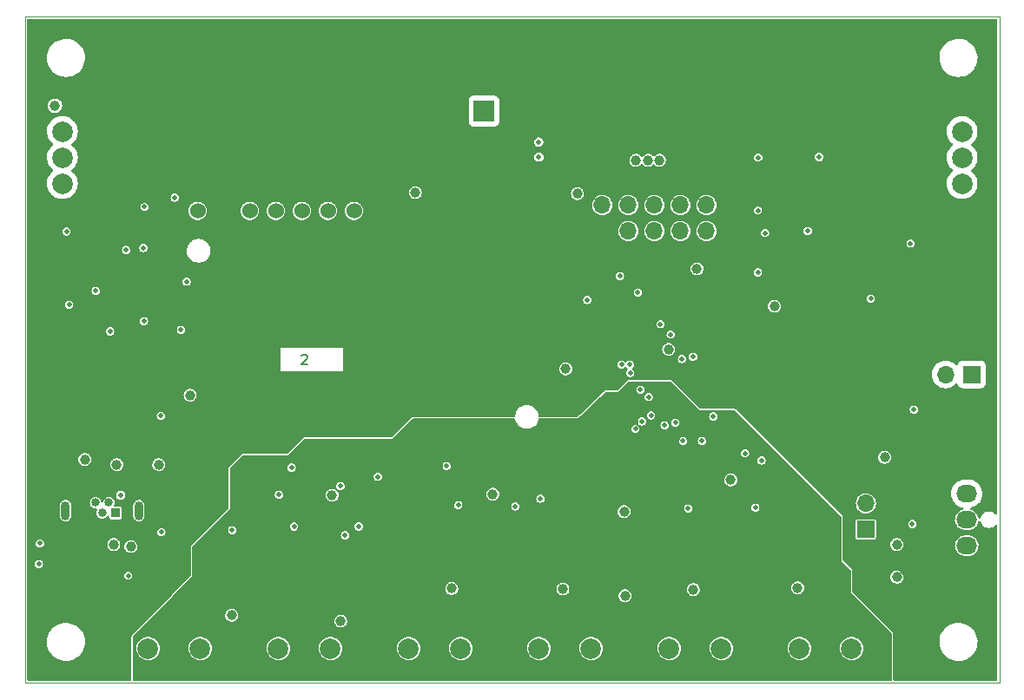
<source format=gbr>
%TF.GenerationSoftware,KiCad,Pcbnew,6.0.5-a6ca702e91~116~ubuntu20.04.1*%
%TF.CreationDate,2022-06-15T16:45:57-04:00*%
%TF.ProjectId,CAN-Acquisition-Module,43414e2d-4163-4717-9569-736974696f6e,rev?*%
%TF.SameCoordinates,Original*%
%TF.FileFunction,Copper,L2,Inr*%
%TF.FilePolarity,Positive*%
%FSLAX46Y46*%
G04 Gerber Fmt 4.6, Leading zero omitted, Abs format (unit mm)*
G04 Created by KiCad (PCBNEW 6.0.5-a6ca702e91~116~ubuntu20.04.1) date 2022-06-15 16:45:57*
%MOMM*%
%LPD*%
G01*
G04 APERTURE LIST*
%TA.AperFunction,Profile*%
%ADD10C,0.100000*%
%TD*%
%ADD11C,0.200000*%
%TA.AperFunction,NonConductor*%
%ADD12C,0.200000*%
%TD*%
%TA.AperFunction,ComponentPad*%
%ADD13C,1.524000*%
%TD*%
%TA.AperFunction,ComponentPad*%
%ADD14R,1.700000X1.700000*%
%TD*%
%TA.AperFunction,ComponentPad*%
%ADD15O,1.700000X1.700000*%
%TD*%
%TA.AperFunction,ComponentPad*%
%ADD16C,2.000000*%
%TD*%
%TA.AperFunction,ComponentPad*%
%ADD17R,2.000000X2.000000*%
%TD*%
%TA.AperFunction,ComponentPad*%
%ADD18R,0.840000X0.840000*%
%TD*%
%TA.AperFunction,ComponentPad*%
%ADD19C,0.840000*%
%TD*%
%TA.AperFunction,ComponentPad*%
%ADD20O,0.850000X1.850000*%
%TD*%
%TA.AperFunction,ComponentPad*%
%ADD21R,2.030000X1.730000*%
%TD*%
%TA.AperFunction,ComponentPad*%
%ADD22O,2.030000X1.730000*%
%TD*%
%TA.AperFunction,ViaPad*%
%ADD23C,1.000000*%
%TD*%
%TA.AperFunction,ViaPad*%
%ADD24C,0.514000*%
%TD*%
G04 APERTURE END LIST*
D10*
X20000000Y-90000000D02*
X115000000Y-90000000D01*
X115000000Y-90000000D02*
X115000000Y-25000000D01*
X115000000Y-25000000D02*
X20000000Y-25000000D01*
X20000000Y-25000000D02*
X20000000Y-90000000D01*
D11*
D12*
X46964285Y-58047619D02*
X47011904Y-58000000D01*
X47107142Y-57952380D01*
X47345238Y-57952380D01*
X47440476Y-58000000D01*
X47488095Y-58047619D01*
X47535714Y-58142857D01*
X47535714Y-58238095D01*
X47488095Y-58380952D01*
X46916666Y-58952380D01*
X47535714Y-58952380D01*
D13*
%TO.N,+3V3*%
%TO.C,U7*%
X36827701Y-43950000D03*
%TO.N,GND*%
X39367701Y-43950000D03*
%TO.N,Net-(D19-Pad1)*%
X41907701Y-43950000D03*
%TO.N,Net-(D20-Pad1)*%
X44447701Y-43950000D03*
%TO.N,Net-(R41-Pad1)*%
X46987701Y-43950000D03*
%TO.N,Net-(R40-Pad1)*%
X49527701Y-43950000D03*
%TO.N,Net-(R42-Pad2)*%
X52067701Y-43950000D03*
%TD*%
D14*
%TO.N,VBUS*%
%TO.C,J2*%
X112287500Y-59900000D03*
D15*
%TO.N,Net-(D6-Pad2)*%
X109747500Y-59900000D03*
%TD*%
D16*
%TO.N,GND*%
%TO.C,J6*%
X111350000Y-43810000D03*
%TO.N,/CANbus/CAN_L{slash}GRN*%
X111350000Y-41270000D03*
%TO.N,/CANbus/CAN_H{slash}YEL*%
X111350000Y-38730000D03*
%TO.N,/CANbus/V+{slash}RED*%
X111350000Y-36190000D03*
%TD*%
D14*
%TO.N,GND*%
%TO.C,J4*%
X76270000Y-45900000D03*
D15*
%TO.N,/MCU/UART0_RX*%
X76270000Y-43360000D03*
%TO.N,/MCU/nRESET*%
X78810000Y-45900000D03*
%TO.N,/MCU/UART0_TX*%
X78810000Y-43360000D03*
%TO.N,/MCU/ICE_CLK*%
X81350000Y-45900000D03*
%TO.N,unconnected-(J4-Pad6)*%
X81350000Y-43360000D03*
%TO.N,/MCU/ICE_DAT*%
X83890000Y-45900000D03*
%TO.N,unconnected-(J4-Pad8)*%
X83890000Y-43360000D03*
%TO.N,Net-(J4-Pad9)*%
X86430000Y-45900000D03*
%TO.N,unconnected-(J4-Pad10)*%
X86430000Y-43360000D03*
%TD*%
D17*
%TO.N,Net-(C6-Pad1)*%
%TO.C,C6*%
X64750000Y-34200000D03*
D16*
%TO.N,GND*%
X64750000Y-39200000D03*
%TD*%
%TO.N,/CANbus/V+{slash}RED*%
%TO.C,J5*%
X23650000Y-36190000D03*
%TO.N,/CANbus/CAN_H{slash}YEL*%
X23650000Y-38730000D03*
%TO.N,/CANbus/CAN_L{slash}GRN*%
X23650000Y-41270000D03*
%TO.N,GND*%
X23650000Y-43810000D03*
%TD*%
%TO.N,Net-(C47-Pad1)*%
%TO.C,J9*%
X82800000Y-86650000D03*
%TO.N,GNDA*%
X85340000Y-86650000D03*
%TO.N,Net-(C45-Pad1)*%
X87880000Y-86650000D03*
%TO.N,GNDA*%
X90420000Y-86650000D03*
%TD*%
%TO.N,Net-(D23-Pad1)*%
%TO.C,J10*%
X44700000Y-86650000D03*
%TO.N,GNDA*%
X47240000Y-86650000D03*
%TO.N,Net-(D21-Pad1)*%
X49780000Y-86650000D03*
%TO.N,GNDA*%
X52320000Y-86650000D03*
%TD*%
%TO.N,Net-(C46-Pad1)*%
%TO.C,J8*%
X95500000Y-86650000D03*
%TO.N,GNDA*%
X98040000Y-86650000D03*
%TO.N,Net-(C44-Pad1)*%
X100580000Y-86650000D03*
%TO.N,GNDA*%
X103120000Y-86650000D03*
%TD*%
D18*
%TO.N,/Power/V_USB*%
%TO.C,J7*%
X28825000Y-73420000D03*
D19*
%TO.N,Net-(D13-Pad1)*%
X28175000Y-72420000D03*
%TO.N,Net-(D14-Pad1)*%
X27525000Y-73420000D03*
%TO.N,/MCU/USB_OTG_ID*%
X26875000Y-72420000D03*
%TO.N,GND*%
X26225000Y-73420000D03*
D20*
%TO.N,Net-(J7-Pad6)*%
X23950000Y-73200000D03*
%TO.N,N/C*%
X31100000Y-73200000D03*
%TD*%
D21*
%TO.N,GND*%
%TO.C,J1*%
X111800000Y-69000000D03*
D22*
%TO.N,VBUS*%
X111800000Y-71540000D03*
%TO.N,Net-(J1-Pad3)*%
X111800000Y-74080000D03*
%TO.N,Net-(J1-Pad4)*%
X111800000Y-76620000D03*
%TD*%
D16*
%TO.N,Net-(C67-Pad1)*%
%TO.C,J12*%
X70100000Y-86650000D03*
%TO.N,GNDA*%
X72640000Y-86650000D03*
%TO.N,Net-(C65-Pad1)*%
X75180000Y-86650000D03*
%TO.N,GNDA*%
X77720000Y-86650000D03*
%TD*%
%TO.N,Net-(C68-Pad1)*%
%TO.C,J13*%
X57400000Y-86650000D03*
%TO.N,GNDA*%
X59940000Y-86650000D03*
%TO.N,Net-(C66-Pad1)*%
X62480000Y-86650000D03*
%TO.N,GNDA*%
X65020000Y-86650000D03*
%TD*%
%TO.N,Net-(D24-Pad1)*%
%TO.C,J11*%
X32000000Y-86650000D03*
%TO.N,GNDA*%
X34540000Y-86650000D03*
%TO.N,Net-(D22-Pad1)*%
X37080000Y-86650000D03*
%TO.N,GNDA*%
X39620000Y-86650000D03*
%TD*%
D14*
%TO.N,Net-(D8-Pad1)*%
%TO.C,J3*%
X101975000Y-75025000D03*
D15*
%TO.N,Net-(D9-Pad1)*%
X101975000Y-72485000D03*
%TO.N,GND*%
X101975000Y-69945000D03*
%TD*%
D23*
%TO.N,+1V8*%
X65600000Y-71600000D03*
X72430000Y-80840000D03*
X95312500Y-80750000D03*
X40150000Y-83400000D03*
X88800000Y-70200000D03*
X85150000Y-80900000D03*
X49930000Y-71700000D03*
X78400000Y-73300000D03*
X50775000Y-83975000D03*
X61600000Y-80800000D03*
X78500000Y-81500000D03*
%TO.N,GNDA*%
X72500000Y-77750000D03*
D24*
X52450000Y-69120000D03*
X75306490Y-68381357D03*
D23*
X73540000Y-82840000D03*
D24*
X41550000Y-68350000D03*
X60330000Y-68720000D03*
X47070000Y-74850000D03*
D23*
X97562500Y-82200000D03*
X76050000Y-64400000D03*
X41750000Y-82800000D03*
D24*
X47000000Y-69000000D03*
D23*
X48730000Y-71750000D03*
X93812500Y-80400000D03*
X77150000Y-77500000D03*
X70750000Y-80490000D03*
X80050000Y-77600000D03*
D24*
X50900000Y-74800000D03*
X44175000Y-72250000D03*
D23*
X83600000Y-80300000D03*
D24*
X70650000Y-65198500D03*
X80894500Y-64925000D03*
X79775000Y-66300000D03*
D23*
X39298971Y-79797299D03*
D24*
X47450000Y-66600000D03*
D23*
X61600000Y-77700000D03*
X64923500Y-70600000D03*
X60180000Y-80540000D03*
D24*
X63770000Y-70000000D03*
D23*
X53274000Y-82992000D03*
D24*
X36100000Y-80400000D03*
X85392089Y-65307911D03*
D23*
X95212500Y-77750000D03*
D24*
X85650000Y-71900000D03*
D23*
X81800000Y-61400000D03*
D24*
X57900000Y-64600000D03*
D23*
X62860000Y-82970000D03*
D24*
X68690000Y-72750000D03*
X63270000Y-72610000D03*
X40200000Y-75900000D03*
X78730000Y-65360000D03*
X75350000Y-65200000D03*
X92600000Y-68300000D03*
D23*
X87580220Y-70019780D03*
D24*
X37700000Y-75900000D03*
X83700000Y-67500000D03*
X82850000Y-65525000D03*
X81925000Y-64200000D03*
X52100000Y-75400000D03*
D23*
X85150000Y-77750000D03*
X78300000Y-64500000D03*
D24*
X70630000Y-72990000D03*
D23*
X50410000Y-80185000D03*
D24*
X86290000Y-64190000D03*
D23*
X86950000Y-82250000D03*
D24*
X50551036Y-70036229D03*
X90100000Y-72900000D03*
D23*
%TO.N,GND*%
X87300000Y-55100000D03*
X22700000Y-68400000D03*
D24*
X96100000Y-65150000D03*
X90075000Y-43900000D03*
D23*
X81600000Y-52300000D03*
X100420000Y-37040000D03*
D24*
X45350000Y-67300000D03*
D23*
X108900000Y-55306000D03*
X77400000Y-40850000D03*
D24*
X78980000Y-51640000D03*
X78700000Y-58200000D03*
X91500000Y-40850000D03*
X31100000Y-54040000D03*
D23*
X72450000Y-61050000D03*
D24*
X23100000Y-50300000D03*
X90400000Y-63900000D03*
X75070000Y-59370000D03*
X66900000Y-63650000D03*
X94350000Y-39450000D03*
D23*
X110050000Y-79525000D03*
X100500000Y-38250000D03*
D24*
X30950000Y-47050000D03*
X87200000Y-56950000D03*
X91600000Y-63400000D03*
X81350000Y-49250000D03*
D23*
X52500000Y-58000000D03*
D24*
X90850000Y-50550000D03*
X53200000Y-43000000D03*
X88150000Y-52850000D03*
X36375000Y-51425000D03*
X79800000Y-60100000D03*
X94500000Y-55850000D03*
X84050000Y-53750000D03*
X27550000Y-52150000D03*
X83210000Y-58360000D03*
X24188659Y-53890894D03*
X89000000Y-57600000D03*
X90600000Y-39050000D03*
X21550000Y-75450000D03*
D23*
X104800000Y-83075000D03*
D24*
X101510000Y-52410000D03*
X72950000Y-63600000D03*
X75900000Y-61600000D03*
X107000000Y-47650000D03*
X107110000Y-62480000D03*
D23*
X36200000Y-37500000D03*
X37350000Y-61850000D03*
X108425000Y-54000000D03*
D24*
X70000000Y-47000000D03*
D23*
X21550000Y-80600000D03*
D24*
X50100000Y-42850000D03*
X81950000Y-47375000D03*
X82200000Y-55800000D03*
X73200000Y-50400000D03*
X74025000Y-52625000D03*
X35400000Y-43225000D03*
X74900000Y-56600000D03*
D23*
X70340000Y-40840000D03*
X22140000Y-32630000D03*
D24*
X71050000Y-54550000D03*
X68850000Y-47550000D03*
X83750000Y-49350000D03*
D23*
X80900000Y-59100000D03*
X81250000Y-37000000D03*
D24*
X69750000Y-49100000D03*
X38000000Y-73100000D03*
D23*
X84700000Y-37750000D03*
D24*
X35850000Y-55050000D03*
X106140000Y-75370000D03*
D23*
X76600000Y-41700000D03*
X76200000Y-48550000D03*
D24*
X94950000Y-41350000D03*
X88500000Y-61300000D03*
D23*
X23300000Y-61800000D03*
D24*
X75720000Y-58880000D03*
D23*
X102400000Y-46750000D03*
X103700000Y-76900000D03*
X73290000Y-39790000D03*
X37750000Y-57500000D03*
D24*
X89050000Y-39100000D03*
D23*
X27900000Y-67600000D03*
D24*
X30850000Y-43500000D03*
D23*
X34400000Y-69900000D03*
X102850000Y-64850000D03*
X80678012Y-56621988D03*
X45750000Y-60750000D03*
X102075000Y-57525000D03*
D24*
X88725000Y-48550000D03*
D23*
X55575000Y-45825000D03*
X29000000Y-62000000D03*
D24*
X75050000Y-62450000D03*
D23*
X35400000Y-77800000D03*
D24*
X23110000Y-51090000D03*
X97000000Y-45400000D03*
X73177392Y-57977392D03*
X74375000Y-51575000D03*
D23*
X98150000Y-49975000D03*
X70840000Y-39830000D03*
D24*
X86400000Y-58400000D03*
D23*
X56350000Y-54400000D03*
X72550000Y-40790000D03*
X105000000Y-69800000D03*
D24*
X54100000Y-62700000D03*
X79900000Y-47600000D03*
D23*
X24800000Y-74900000D03*
X30975000Y-82000000D03*
D24*
X87100000Y-59950000D03*
X77250000Y-50000000D03*
X95125000Y-62600000D03*
X69550000Y-54250000D03*
X68330000Y-38700000D03*
D23*
X34400000Y-39200000D03*
X71440000Y-40760000D03*
D24*
X68250000Y-53850000D03*
X56500000Y-64700000D03*
D23*
X25650000Y-77600000D03*
D24*
X93000000Y-45600000D03*
D23*
X56700000Y-56100000D03*
D24*
X83150000Y-50450000D03*
D23*
X34700000Y-37800000D03*
X72110000Y-39810000D03*
X87510000Y-38980000D03*
X108425000Y-52800000D03*
D24*
X32950000Y-62800000D03*
D23*
X104250000Y-39750000D03*
X82500000Y-37250000D03*
D24*
X30580000Y-48300000D03*
X74500000Y-55200000D03*
D23*
X72000000Y-43400000D03*
D24*
X93450000Y-62975000D03*
X28800000Y-55100000D03*
X70750000Y-63500000D03*
X83650000Y-57400000D03*
X67600000Y-47950000D03*
%TO.N,+3V3*%
X91450000Y-43900000D03*
D23*
X36100000Y-61926500D03*
X103800000Y-68000000D03*
X72720000Y-59360000D03*
X79550000Y-39000000D03*
X82747792Y-57452208D03*
X93050000Y-53250000D03*
X33037500Y-68700000D03*
X58050000Y-42150000D03*
X28655000Y-76500000D03*
X25837500Y-68200000D03*
X30324750Y-76705250D03*
X73850000Y-42250000D03*
D24*
X106325000Y-47125000D03*
D23*
X80750000Y-39000000D03*
X81850000Y-39000000D03*
D24*
X26900000Y-51750000D03*
D23*
X85500000Y-49600000D03*
X105000000Y-76500000D03*
X105000000Y-79700000D03*
X28937500Y-68700000D03*
D24*
X24051500Y-45950000D03*
%TO.N,/Power/V_USB*%
X29335000Y-71700000D03*
D23*
X22925000Y-33675000D03*
D24*
%TO.N,/MCU/FAN_PWM_CTRL*%
X106500000Y-74500000D03*
X106640000Y-63340000D03*
%TO.N,/MCU/USB_OTG_ID*%
X33300000Y-75300000D03*
%TO.N,Net-(D19-Pad1)*%
X31550000Y-47550000D03*
%TO.N,Net-(D20-Pad1)*%
X35750000Y-50850000D03*
%TO.N,/MCU/ICE_DAT*%
X79750000Y-51900000D03*
%TO.N,/MCU/ICE_CLK*%
X78000000Y-50300000D03*
%TO.N,Net-(R10-Pad1)*%
X78150000Y-58944500D03*
X21455000Y-76400000D03*
%TO.N,Net-(R11-Pad1)*%
X21355000Y-78400000D03*
X78950000Y-58950000D03*
%TO.N,Net-(R12-Pad1)*%
X30055000Y-79550000D03*
X79000000Y-59750000D03*
%TO.N,/CANbus/CAN_PIN8*%
X82950000Y-56000000D03*
X92150000Y-46100000D03*
%TO.N,/CANbus/CAN_PIN5*%
X96300000Y-45900000D03*
X81950000Y-55000000D03*
%TO.N,Net-(C39-Pad1)*%
X97410000Y-38680000D03*
X91475000Y-38735000D03*
%TO.N,Net-(C7-Pad1)*%
X70090000Y-38690000D03*
X70070000Y-37220000D03*
%TO.N,Net-(C58-Pad1)*%
X40200000Y-75100000D03*
X44750000Y-71650000D03*
%TO.N,/MCU/HUMIDITY_ALERT*%
X34600000Y-42650000D03*
X29850000Y-47750000D03*
%TO.N,/MCU/PERIPHERAL_RESET*%
X31650000Y-43550000D03*
X31600000Y-54700000D03*
X24300000Y-53100000D03*
%TO.N,/MCU/SCREEN_SS*%
X28300000Y-55700000D03*
X74820000Y-52640000D03*
%TO.N,/ADC0*%
X87100000Y-64000000D03*
X90200000Y-67600000D03*
%TO.N,/ADC9*%
X52530000Y-74750000D03*
X79500000Y-65220000D03*
%TO.N,/ADC10*%
X80800000Y-62100000D03*
X46230000Y-74750000D03*
%TO.N,/ADC11*%
X80000000Y-61400000D03*
X46000000Y-69000000D03*
%TO.N,/ADC8*%
X54400000Y-69900000D03*
X80160000Y-64500000D03*
%TO.N,/ADC6*%
X62240000Y-72660000D03*
X82350000Y-64875000D03*
%TO.N,/ADC5*%
X83400000Y-64600000D03*
X67800000Y-72790000D03*
%TO.N,/ADC4*%
X84150000Y-66400000D03*
X70250000Y-72020000D03*
%TO.N,/ADC2*%
X86000000Y-66400000D03*
X84650000Y-73000000D03*
%TO.N,/ADC1*%
X91800000Y-68300000D03*
X91200000Y-72900000D03*
%TO.N,/ADC7*%
X61110000Y-68840000D03*
X81030000Y-63910000D03*
%TO.N,Net-(C55-Pad1)*%
X51200000Y-75600000D03*
X50750000Y-70800000D03*
%TO.N,Net-(R72-Pad2)*%
X33250000Y-63950000D03*
X35200000Y-55550000D03*
%TO.N,/MCU/MEM_CLK*%
X91450000Y-49950000D03*
X85125000Y-58175000D03*
%TO.N,/MCU/MEM_nSS*%
X84050000Y-58400000D03*
X102450000Y-52500000D03*
%TD*%
%TA.AperFunction,Conductor*%
%TO.N,GND*%
G36*
X114741621Y-25220502D02*
G01*
X114788114Y-25274158D01*
X114799500Y-25326500D01*
X114799500Y-73478611D01*
X114779498Y-73546732D01*
X114725842Y-73593225D01*
X114655568Y-73603329D01*
X114590988Y-73573835D01*
X114583477Y-73566769D01*
X114476617Y-73457647D01*
X114476610Y-73457641D01*
X114471685Y-73452612D01*
X114319973Y-73354840D01*
X114313353Y-73352431D01*
X114313350Y-73352429D01*
X114156988Y-73295518D01*
X114156987Y-73295518D01*
X114150369Y-73293109D01*
X114143381Y-73292226D01*
X114143380Y-73292226D01*
X114106475Y-73287564D01*
X114010978Y-73275500D01*
X113914613Y-73275500D01*
X113780636Y-73290528D01*
X113773984Y-73292845D01*
X113773982Y-73292845D01*
X113723204Y-73310528D01*
X113610187Y-73349885D01*
X113542752Y-73392023D01*
X113484876Y-73428188D01*
X113457124Y-73445529D01*
X113452126Y-73450492D01*
X113452125Y-73450493D01*
X113334052Y-73567744D01*
X113334049Y-73567748D01*
X113329055Y-73572707D01*
X113232344Y-73725099D01*
X113229979Y-73731741D01*
X113184398Y-73859748D01*
X113171799Y-73895129D01*
X113171351Y-73898885D01*
X113136957Y-73959517D01*
X113074101Y-73992527D01*
X113003377Y-73986315D01*
X112947238Y-73942853D01*
X112924734Y-73887830D01*
X112917231Y-73838216D01*
X112917231Y-73838215D01*
X112916276Y-73831902D01*
X112914064Y-73825888D01*
X112848856Y-73648660D01*
X112848855Y-73648658D01*
X112846653Y-73642673D01*
X112740402Y-73471308D01*
X112601864Y-73324808D01*
X112590859Y-73317102D01*
X112441924Y-73212816D01*
X112441922Y-73212815D01*
X112436698Y-73209157D01*
X112315203Y-73156582D01*
X112257511Y-73131616D01*
X112257509Y-73131615D01*
X112251650Y-73129080D01*
X112230787Y-73124722D01*
X112168199Y-73091214D01*
X112133660Y-73029185D01*
X112138139Y-72958330D01*
X112180215Y-72901144D01*
X112224900Y-72879426D01*
X112400043Y-72833967D01*
X112400042Y-72833967D01*
X112405206Y-72832627D01*
X112616492Y-72737450D01*
X112808721Y-72608034D01*
X112856007Y-72562926D01*
X112972535Y-72451763D01*
X112976397Y-72448079D01*
X113114724Y-72262160D01*
X113219749Y-72055592D01*
X113272225Y-71886593D01*
X113286884Y-71839384D01*
X113286885Y-71839378D01*
X113288468Y-71834281D01*
X113310150Y-71670694D01*
X113318216Y-71609840D01*
X113318216Y-71609836D01*
X113318916Y-71604556D01*
X113317715Y-71572553D01*
X113310422Y-71378317D01*
X113310222Y-71372986D01*
X113262635Y-71146191D01*
X113177517Y-70930655D01*
X113057299Y-70732544D01*
X112973701Y-70636205D01*
X112908921Y-70561552D01*
X112908919Y-70561550D01*
X112905421Y-70557519D01*
X112901295Y-70554136D01*
X112901291Y-70554132D01*
X112730352Y-70413972D01*
X112726224Y-70410587D01*
X112721588Y-70407948D01*
X112721585Y-70407946D01*
X112529476Y-70298591D01*
X112524833Y-70295948D01*
X112307005Y-70216881D01*
X112301756Y-70215932D01*
X112301753Y-70215931D01*
X112223119Y-70201712D01*
X112078970Y-70175645D01*
X112074831Y-70175450D01*
X112074824Y-70175449D01*
X112056178Y-70174570D01*
X112056171Y-70174570D01*
X112054690Y-70174500D01*
X111591814Y-70174500D01*
X111419096Y-70189155D01*
X111413932Y-70190495D01*
X111413928Y-70190496D01*
X111312273Y-70216881D01*
X111194794Y-70247373D01*
X110983508Y-70342550D01*
X110791279Y-70471966D01*
X110623603Y-70631921D01*
X110485276Y-70817840D01*
X110380251Y-71024408D01*
X110345892Y-71135063D01*
X110313116Y-71240616D01*
X110313115Y-71240622D01*
X110311532Y-71245719D01*
X110297974Y-71348013D01*
X110285229Y-71444174D01*
X110281084Y-71475444D01*
X110281284Y-71480773D01*
X110281284Y-71480775D01*
X110284136Y-71556742D01*
X110289778Y-71707014D01*
X110337365Y-71933809D01*
X110422483Y-72149345D01*
X110542701Y-72347456D01*
X110546198Y-72351486D01*
X110663100Y-72486204D01*
X110694579Y-72522481D01*
X110698705Y-72525864D01*
X110698709Y-72525868D01*
X110819168Y-72624637D01*
X110873776Y-72669413D01*
X110878412Y-72672052D01*
X110878415Y-72672054D01*
X110922255Y-72697009D01*
X111075167Y-72784052D01*
X111292995Y-72863119D01*
X111324710Y-72868854D01*
X111373223Y-72877627D01*
X111436697Y-72909432D01*
X111472900Y-72970505D01*
X111470337Y-73041455D01*
X111429822Y-73099757D01*
X111388482Y-73121849D01*
X111256996Y-73163054D01*
X111080646Y-73260807D01*
X110927553Y-73392023D01*
X110923646Y-73397060D01*
X110923644Y-73397062D01*
X110883516Y-73448795D01*
X110803972Y-73551343D01*
X110714951Y-73732258D01*
X110664126Y-73927379D01*
X110660712Y-73992527D01*
X110655086Y-74099869D01*
X110653573Y-74128733D01*
X110683724Y-74328098D01*
X110685927Y-74334087D01*
X110685928Y-74334089D01*
X110704356Y-74384174D01*
X110753347Y-74517327D01*
X110859598Y-74688692D01*
X110883976Y-74714471D01*
X110992157Y-74828869D01*
X110998136Y-74835192D01*
X111003366Y-74838854D01*
X111003367Y-74838855D01*
X111093959Y-74902288D01*
X111163302Y-74950843D01*
X111284797Y-75003418D01*
X111342489Y-75028384D01*
X111342491Y-75028385D01*
X111348350Y-75030920D01*
X111354600Y-75032226D01*
X111354601Y-75032226D01*
X111540976Y-75071162D01*
X111540980Y-75071162D01*
X111545721Y-75072153D01*
X111550560Y-75072407D01*
X111550563Y-75072407D01*
X111550599Y-75072409D01*
X111552342Y-75072500D01*
X112000386Y-75072500D01*
X112112992Y-75061062D01*
X112144250Y-75057887D01*
X112144251Y-75057887D01*
X112150599Y-75057242D01*
X112343004Y-74996946D01*
X112519354Y-74899193D01*
X112532227Y-74888160D01*
X112556011Y-74867774D01*
X112672447Y-74767977D01*
X112713951Y-74714471D01*
X112776021Y-74634450D01*
X112796028Y-74608657D01*
X112885049Y-74427742D01*
X112886658Y-74421566D01*
X112886660Y-74421560D01*
X112926165Y-74269894D01*
X112928065Y-74262600D01*
X112964592Y-74201720D01*
X113028234Y-74170254D01*
X113098786Y-74178190D01*
X113153847Y-74223009D01*
X113167581Y-74254432D01*
X113169295Y-74253848D01*
X113227460Y-74424707D01*
X113267756Y-74490207D01*
X113284441Y-74517327D01*
X113322034Y-74578434D01*
X113336767Y-74593479D01*
X113430007Y-74688692D01*
X113448315Y-74707388D01*
X113600027Y-74805160D01*
X113606647Y-74807569D01*
X113606650Y-74807571D01*
X113763012Y-74864482D01*
X113769631Y-74866891D01*
X113776619Y-74867774D01*
X113776620Y-74867774D01*
X113790062Y-74869472D01*
X113909022Y-74884500D01*
X114005387Y-74884500D01*
X114139364Y-74869472D01*
X114146016Y-74867155D01*
X114146018Y-74867155D01*
X114255959Y-74828869D01*
X114309813Y-74810115D01*
X114462876Y-74714471D01*
X114494300Y-74683266D01*
X114584716Y-74593479D01*
X114647147Y-74559672D01*
X114717944Y-74564984D01*
X114774631Y-74607729D01*
X114799210Y-74674335D01*
X114799500Y-74682885D01*
X114799500Y-89673500D01*
X114779498Y-89741621D01*
X114725842Y-89788114D01*
X114673500Y-89799500D01*
X104758500Y-89799500D01*
X104690379Y-89779498D01*
X104643886Y-89725842D01*
X104632500Y-89673500D01*
X104632500Y-86042186D01*
X109141018Y-86042186D01*
X109166579Y-86310100D01*
X109230547Y-86571518D01*
X109331583Y-86820963D01*
X109467569Y-87053210D01*
X109635658Y-87263395D01*
X109832327Y-87447113D01*
X110053457Y-87600516D01*
X110294416Y-87720391D01*
X110298750Y-87721812D01*
X110298753Y-87721813D01*
X110545823Y-87802807D01*
X110545829Y-87802808D01*
X110550156Y-87804227D01*
X110554647Y-87805007D01*
X110554648Y-87805007D01*
X110811538Y-87849611D01*
X110811546Y-87849612D01*
X110815319Y-87850267D01*
X110819156Y-87850458D01*
X110898777Y-87854422D01*
X110898785Y-87854422D01*
X110900348Y-87854500D01*
X111068374Y-87854500D01*
X111070642Y-87854335D01*
X111070654Y-87854335D01*
X111201457Y-87844844D01*
X111268425Y-87839985D01*
X111272880Y-87839001D01*
X111272883Y-87839001D01*
X111526770Y-87782947D01*
X111526772Y-87782946D01*
X111531226Y-87781963D01*
X111782900Y-87686613D01*
X112018172Y-87555931D01*
X112164842Y-87443996D01*
X112228491Y-87395421D01*
X112228495Y-87395417D01*
X112232116Y-87392654D01*
X112420249Y-87200203D01*
X112527242Y-87053210D01*
X112575942Y-86986304D01*
X112575947Y-86986297D01*
X112578630Y-86982610D01*
X112703941Y-86744433D01*
X112793557Y-86490662D01*
X112818688Y-86363156D01*
X112844720Y-86231083D01*
X112844721Y-86231077D01*
X112845601Y-86226611D01*
X112854782Y-86042186D01*
X112858755Y-85962383D01*
X112858755Y-85962377D01*
X112858982Y-85957814D01*
X112833421Y-85689900D01*
X112769453Y-85428482D01*
X112668417Y-85179037D01*
X112532431Y-84946790D01*
X112364342Y-84736605D01*
X112167673Y-84552887D01*
X111946543Y-84399484D01*
X111705584Y-84279609D01*
X111701250Y-84278188D01*
X111701247Y-84278187D01*
X111454177Y-84197193D01*
X111454171Y-84197192D01*
X111449844Y-84195773D01*
X111445352Y-84194993D01*
X111188462Y-84150389D01*
X111188454Y-84150388D01*
X111184681Y-84149733D01*
X111174718Y-84149237D01*
X111101223Y-84145578D01*
X111101215Y-84145578D01*
X111099652Y-84145500D01*
X110931626Y-84145500D01*
X110929358Y-84145665D01*
X110929346Y-84145665D01*
X110798543Y-84155156D01*
X110731575Y-84160015D01*
X110727120Y-84160999D01*
X110727117Y-84160999D01*
X110473230Y-84217053D01*
X110473228Y-84217054D01*
X110468774Y-84218037D01*
X110217100Y-84313387D01*
X109981828Y-84444069D01*
X109978196Y-84446841D01*
X109771509Y-84604579D01*
X109771505Y-84604583D01*
X109767884Y-84607346D01*
X109579751Y-84799797D01*
X109577066Y-84803486D01*
X109424058Y-85013696D01*
X109424053Y-85013703D01*
X109421370Y-85017390D01*
X109296059Y-85255567D01*
X109206443Y-85509338D01*
X109205560Y-85513820D01*
X109170855Y-85689900D01*
X109154399Y-85773389D01*
X109154172Y-85777942D01*
X109154172Y-85777945D01*
X109144991Y-85962383D01*
X109141018Y-86042186D01*
X104632500Y-86042186D01*
X104632500Y-85225888D01*
X104622414Y-85175182D01*
X104604108Y-85130988D01*
X104575386Y-85088002D01*
X100669405Y-81182021D01*
X100635379Y-81119709D01*
X100632500Y-81092926D01*
X100632500Y-79693381D01*
X104367926Y-79693381D01*
X104384592Y-79844343D01*
X104436787Y-79986971D01*
X104521497Y-80113033D01*
X104633831Y-80215250D01*
X104640504Y-80218873D01*
X104640508Y-80218876D01*
X104760632Y-80284097D01*
X104767305Y-80287720D01*
X104914213Y-80326261D01*
X104991667Y-80327477D01*
X105058474Y-80328527D01*
X105058477Y-80328527D01*
X105066073Y-80328646D01*
X105073477Y-80326950D01*
X105073479Y-80326950D01*
X105128425Y-80314366D01*
X105214119Y-80294739D01*
X105281961Y-80260618D01*
X105343021Y-80229909D01*
X105343024Y-80229907D01*
X105349804Y-80226497D01*
X105355576Y-80221568D01*
X105355578Y-80221566D01*
X105459522Y-80132789D01*
X105459523Y-80132788D01*
X105465294Y-80127859D01*
X105553921Y-80004521D01*
X105558443Y-79993274D01*
X105583031Y-79932108D01*
X105610570Y-79863602D01*
X105631970Y-79713238D01*
X105632109Y-79700000D01*
X105613863Y-79549221D01*
X105560177Y-79407146D01*
X105551884Y-79395079D01*
X105478454Y-79288238D01*
X105478453Y-79288236D01*
X105474152Y-79281979D01*
X105405858Y-79221131D01*
X105366425Y-79185997D01*
X105366422Y-79185995D01*
X105360753Y-79180944D01*
X105353673Y-79177195D01*
X105233240Y-79113429D01*
X105233241Y-79113429D01*
X105226528Y-79109875D01*
X105217216Y-79107536D01*
X105086595Y-79074726D01*
X105086591Y-79074726D01*
X105079224Y-79072875D01*
X105071625Y-79072835D01*
X105071623Y-79072835D01*
X105007984Y-79072502D01*
X104927347Y-79072080D01*
X104919967Y-79073852D01*
X104919965Y-79073852D01*
X104787044Y-79105764D01*
X104787043Y-79105765D01*
X104779664Y-79107536D01*
X104644702Y-79177195D01*
X104530251Y-79277037D01*
X104442920Y-79401296D01*
X104387750Y-79542801D01*
X104386759Y-79550330D01*
X104369102Y-79684450D01*
X104367926Y-79693381D01*
X100632500Y-79693381D01*
X100632500Y-79025888D01*
X100622414Y-78975182D01*
X100604108Y-78930988D01*
X100575386Y-78888002D01*
X99769405Y-78082021D01*
X99735379Y-78019709D01*
X99732500Y-77992926D01*
X99732500Y-76493381D01*
X104367926Y-76493381D01*
X104384592Y-76644343D01*
X104436787Y-76786971D01*
X104521497Y-76913033D01*
X104633831Y-77015250D01*
X104640504Y-77018873D01*
X104640508Y-77018876D01*
X104760632Y-77084097D01*
X104767305Y-77087720D01*
X104914213Y-77126261D01*
X104991667Y-77127477D01*
X105058474Y-77128527D01*
X105058477Y-77128527D01*
X105066073Y-77128646D01*
X105073477Y-77126950D01*
X105073479Y-77126950D01*
X105128425Y-77114366D01*
X105214119Y-77094739D01*
X105300409Y-77051340D01*
X105343021Y-77029909D01*
X105343024Y-77029907D01*
X105349804Y-77026497D01*
X105355576Y-77021568D01*
X105355578Y-77021566D01*
X105459522Y-76932789D01*
X105459523Y-76932788D01*
X105465294Y-76927859D01*
X105553921Y-76804521D01*
X105558443Y-76793274D01*
X105585531Y-76725888D01*
X105608507Y-76668733D01*
X110653573Y-76668733D01*
X110661715Y-76722571D01*
X110682701Y-76861331D01*
X110683724Y-76868098D01*
X110685927Y-76874087D01*
X110685928Y-76874089D01*
X110738118Y-77015937D01*
X110753347Y-77057327D01*
X110859598Y-77228692D01*
X110863986Y-77233332D01*
X110957481Y-77332200D01*
X110998136Y-77375192D01*
X111003366Y-77378854D01*
X111003367Y-77378855D01*
X111093959Y-77442288D01*
X111163302Y-77490843D01*
X111284797Y-77543418D01*
X111342489Y-77568384D01*
X111342491Y-77568385D01*
X111348350Y-77570920D01*
X111354600Y-77572226D01*
X111354601Y-77572226D01*
X111540976Y-77611162D01*
X111540980Y-77611162D01*
X111545721Y-77612153D01*
X111550560Y-77612407D01*
X111550563Y-77612407D01*
X111550599Y-77612409D01*
X111552342Y-77612500D01*
X112000386Y-77612500D01*
X112072081Y-77605218D01*
X112144250Y-77597887D01*
X112144251Y-77597887D01*
X112150599Y-77597242D01*
X112343004Y-77536946D01*
X112519354Y-77439193D01*
X112672447Y-77307977D01*
X112677329Y-77301684D01*
X112792119Y-77153696D01*
X112796028Y-77148657D01*
X112885049Y-76967742D01*
X112935874Y-76772621D01*
X112941982Y-76656081D01*
X112946093Y-76577649D01*
X112946093Y-76577644D01*
X112946427Y-76571267D01*
X112916276Y-76371902D01*
X112902966Y-76335725D01*
X112848856Y-76188660D01*
X112848855Y-76188658D01*
X112846653Y-76182673D01*
X112740402Y-76011308D01*
X112611243Y-75874726D01*
X112606253Y-75869449D01*
X112606252Y-75869448D01*
X112601864Y-75864808D01*
X112510462Y-75800807D01*
X112441924Y-75752816D01*
X112441922Y-75752815D01*
X112436698Y-75749157D01*
X112295742Y-75688160D01*
X112257511Y-75671616D01*
X112257509Y-75671615D01*
X112251650Y-75669080D01*
X112245399Y-75667774D01*
X112059024Y-75628838D01*
X112059020Y-75628838D01*
X112054279Y-75627847D01*
X112049440Y-75627593D01*
X112049437Y-75627593D01*
X112049401Y-75627591D01*
X112047658Y-75627500D01*
X111599614Y-75627500D01*
X111527919Y-75634782D01*
X111455750Y-75642113D01*
X111455749Y-75642113D01*
X111449401Y-75642758D01*
X111256996Y-75703054D01*
X111080646Y-75800807D01*
X110927553Y-75932023D01*
X110923646Y-75937060D01*
X110923644Y-75937062D01*
X110878667Y-75995046D01*
X110803972Y-76091343D01*
X110714951Y-76272258D01*
X110713342Y-76278436D01*
X110713341Y-76278438D01*
X110711847Y-76284174D01*
X110664126Y-76467379D01*
X110659503Y-76555580D01*
X110654478Y-76651471D01*
X110653573Y-76668733D01*
X105608507Y-76668733D01*
X105610570Y-76663602D01*
X105631970Y-76513238D01*
X105632109Y-76500000D01*
X105613863Y-76349221D01*
X105560177Y-76207146D01*
X105543334Y-76182639D01*
X105478454Y-76088238D01*
X105478453Y-76088236D01*
X105474152Y-76081979D01*
X105463000Y-76072043D01*
X105366425Y-75985997D01*
X105366422Y-75985995D01*
X105360753Y-75980944D01*
X105353673Y-75977195D01*
X105233240Y-75913429D01*
X105233241Y-75913429D01*
X105226528Y-75909875D01*
X105217216Y-75907536D01*
X105086595Y-75874726D01*
X105086591Y-75874726D01*
X105079224Y-75872875D01*
X105071625Y-75872835D01*
X105071623Y-75872835D01*
X105007984Y-75872502D01*
X104927347Y-75872080D01*
X104919967Y-75873852D01*
X104919965Y-75873852D01*
X104787044Y-75905764D01*
X104787043Y-75905765D01*
X104779664Y-75907536D01*
X104740266Y-75927871D01*
X104664606Y-75966922D01*
X104644702Y-75977195D01*
X104638980Y-75982187D01*
X104638978Y-75982188D01*
X104598050Y-76017892D01*
X104530251Y-76077037D01*
X104503482Y-76115125D01*
X104449983Y-76191247D01*
X104442920Y-76201296D01*
X104387750Y-76342801D01*
X104386759Y-76350330D01*
X104377653Y-76419499D01*
X104367926Y-76493381D01*
X99732500Y-76493381D01*
X99732500Y-75887558D01*
X100997500Y-75887558D01*
X100998706Y-75893618D01*
X100998706Y-75893623D01*
X101002477Y-75912578D01*
X101004898Y-75924748D01*
X101033078Y-75966922D01*
X101043394Y-75973815D01*
X101061626Y-75985997D01*
X101075252Y-75995102D01*
X101087422Y-75997523D01*
X101106377Y-76001294D01*
X101106382Y-76001294D01*
X101112442Y-76002500D01*
X102837558Y-76002500D01*
X102843618Y-76001294D01*
X102843623Y-76001294D01*
X102862578Y-75997523D01*
X102874748Y-75995102D01*
X102888375Y-75985997D01*
X102906606Y-75973815D01*
X102916922Y-75966922D01*
X102945102Y-75924748D01*
X102947523Y-75912578D01*
X102951294Y-75893623D01*
X102951294Y-75893618D01*
X102952500Y-75887558D01*
X102952500Y-74500000D01*
X106093495Y-74500000D01*
X106095046Y-74509793D01*
X106109799Y-74602936D01*
X106113391Y-74625617D01*
X106171131Y-74738938D01*
X106261062Y-74828869D01*
X106374383Y-74886609D01*
X106384173Y-74888160D01*
X106384174Y-74888160D01*
X106490207Y-74904954D01*
X106500000Y-74906505D01*
X106509793Y-74904954D01*
X106615826Y-74888160D01*
X106615827Y-74888160D01*
X106625617Y-74886609D01*
X106738938Y-74828869D01*
X106828869Y-74738938D01*
X106886609Y-74625617D01*
X106890202Y-74602936D01*
X106904954Y-74509793D01*
X106906505Y-74500000D01*
X106896194Y-74434901D01*
X106888160Y-74384174D01*
X106888160Y-74384173D01*
X106886609Y-74374383D01*
X106828869Y-74261062D01*
X106738938Y-74171131D01*
X106625617Y-74113391D01*
X106615827Y-74111840D01*
X106615826Y-74111840D01*
X106509793Y-74095046D01*
X106500000Y-74093495D01*
X106490207Y-74095046D01*
X106384174Y-74111840D01*
X106384173Y-74111840D01*
X106374383Y-74113391D01*
X106261062Y-74171131D01*
X106171131Y-74261062D01*
X106113391Y-74374383D01*
X106111840Y-74384173D01*
X106111840Y-74384174D01*
X106103806Y-74434901D01*
X106093495Y-74500000D01*
X102952500Y-74500000D01*
X102952500Y-74162442D01*
X102945102Y-74125252D01*
X102936141Y-74111840D01*
X102923815Y-74093394D01*
X102916922Y-74083078D01*
X102874748Y-74054898D01*
X102862578Y-74052477D01*
X102843623Y-74048706D01*
X102843618Y-74048706D01*
X102837558Y-74047500D01*
X101112442Y-74047500D01*
X101106382Y-74048706D01*
X101106377Y-74048706D01*
X101087422Y-74052477D01*
X101075252Y-74054898D01*
X101033078Y-74083078D01*
X101026185Y-74093394D01*
X101013860Y-74111840D01*
X101004898Y-74125252D01*
X100997500Y-74162442D01*
X100997500Y-75887558D01*
X99732500Y-75887558D01*
X99732500Y-73825888D01*
X99722414Y-73775182D01*
X99704108Y-73730988D01*
X99700174Y-73725099D01*
X99678824Y-73693147D01*
X99678823Y-73693145D01*
X99675386Y-73688002D01*
X98458670Y-72471286D01*
X100992866Y-72471286D01*
X100993382Y-72477430D01*
X101006328Y-72631593D01*
X101008907Y-72662311D01*
X101010606Y-72668236D01*
X101057116Y-72830435D01*
X101061746Y-72846583D01*
X101064561Y-72852060D01*
X101064562Y-72852063D01*
X101130442Y-72980252D01*
X101149370Y-73017082D01*
X101153193Y-73021906D01*
X101153196Y-73021910D01*
X101237105Y-73127776D01*
X101268443Y-73167314D01*
X101273137Y-73171308D01*
X101273137Y-73171309D01*
X101407033Y-73285263D01*
X101414428Y-73291557D01*
X101581765Y-73385079D01*
X101764081Y-73444317D01*
X101954430Y-73467015D01*
X101960565Y-73466543D01*
X101960567Y-73466543D01*
X102139420Y-73452781D01*
X102139424Y-73452780D01*
X102145562Y-73452308D01*
X102330199Y-73400756D01*
X102501305Y-73314324D01*
X102526600Y-73294562D01*
X102647509Y-73200097D01*
X102652365Y-73196303D01*
X102682714Y-73161143D01*
X102773595Y-73055857D01*
X102773596Y-73055855D01*
X102777624Y-73051189D01*
X102872312Y-72884509D01*
X102932821Y-72702612D01*
X102956847Y-72512425D01*
X102957230Y-72485000D01*
X102938524Y-72294217D01*
X102883117Y-72110701D01*
X102802170Y-71958462D01*
X102796014Y-71946884D01*
X102796012Y-71946881D01*
X102793120Y-71941442D01*
X102756868Y-71896993D01*
X102675856Y-71797661D01*
X102675854Y-71797659D01*
X102671962Y-71792887D01*
X102573332Y-71711293D01*
X102529006Y-71674623D01*
X102529002Y-71674621D01*
X102524256Y-71670694D01*
X102355629Y-71579518D01*
X102264067Y-71551175D01*
X102178392Y-71524654D01*
X102178389Y-71524653D01*
X102172505Y-71522832D01*
X102166380Y-71522188D01*
X102166379Y-71522188D01*
X101987985Y-71503438D01*
X101987984Y-71503438D01*
X101981857Y-71502794D01*
X101901779Y-71510082D01*
X101797087Y-71519609D01*
X101797084Y-71519610D01*
X101790948Y-71520168D01*
X101785042Y-71521906D01*
X101785038Y-71521907D01*
X101666680Y-71556742D01*
X101607050Y-71574292D01*
X101597054Y-71579518D01*
X101442627Y-71660250D01*
X101442623Y-71660253D01*
X101437167Y-71663105D01*
X101432367Y-71666965D01*
X101432366Y-71666965D01*
X101427728Y-71670694D01*
X101287770Y-71783223D01*
X101283812Y-71787940D01*
X101283810Y-71787942D01*
X101249368Y-71828989D01*
X101164549Y-71930072D01*
X101161585Y-71935464D01*
X101161582Y-71935468D01*
X101106277Y-72036069D01*
X101072198Y-72098058D01*
X101070337Y-72103925D01*
X101070336Y-72103927D01*
X101017831Y-72269443D01*
X101014234Y-72280783D01*
X100992866Y-72471286D01*
X98458670Y-72471286D01*
X93980765Y-67993381D01*
X103167926Y-67993381D01*
X103184592Y-68144343D01*
X103236787Y-68286971D01*
X103321497Y-68413033D01*
X103433831Y-68515250D01*
X103440504Y-68518873D01*
X103440508Y-68518876D01*
X103510285Y-68556761D01*
X103567305Y-68587720D01*
X103714213Y-68626261D01*
X103791667Y-68627477D01*
X103858474Y-68628527D01*
X103858477Y-68628527D01*
X103866073Y-68628646D01*
X103873477Y-68626950D01*
X103873479Y-68626950D01*
X103961750Y-68606733D01*
X104014119Y-68594739D01*
X104104622Y-68549221D01*
X104143021Y-68529909D01*
X104143024Y-68529907D01*
X104149804Y-68526497D01*
X104155576Y-68521568D01*
X104155578Y-68521566D01*
X104259522Y-68432789D01*
X104259523Y-68432788D01*
X104265294Y-68427859D01*
X104353921Y-68304521D01*
X104358443Y-68293274D01*
X104390616Y-68213238D01*
X104410570Y-68163602D01*
X104431970Y-68013238D01*
X104432109Y-68000000D01*
X104413863Y-67849221D01*
X104360177Y-67707146D01*
X104339031Y-67676379D01*
X104278454Y-67588238D01*
X104278453Y-67588236D01*
X104274152Y-67581979D01*
X104268481Y-67576926D01*
X104166425Y-67485997D01*
X104166422Y-67485995D01*
X104160753Y-67480944D01*
X104153673Y-67477195D01*
X104033240Y-67413429D01*
X104033241Y-67413429D01*
X104026528Y-67409875D01*
X104017216Y-67407536D01*
X103886595Y-67374726D01*
X103886591Y-67374726D01*
X103879224Y-67372875D01*
X103871625Y-67372835D01*
X103871623Y-67372835D01*
X103807984Y-67372502D01*
X103727347Y-67372080D01*
X103719967Y-67373852D01*
X103719965Y-67373852D01*
X103587044Y-67405764D01*
X103587043Y-67405765D01*
X103579664Y-67407536D01*
X103444702Y-67477195D01*
X103330251Y-67577037D01*
X103325884Y-67583251D01*
X103257224Y-67680944D01*
X103242920Y-67701296D01*
X103187750Y-67842801D01*
X103167926Y-67993381D01*
X93980765Y-67993381D01*
X89327384Y-63340000D01*
X106233495Y-63340000D01*
X106253391Y-63465617D01*
X106311131Y-63578938D01*
X106401062Y-63668869D01*
X106514383Y-63726609D01*
X106524173Y-63728160D01*
X106524174Y-63728160D01*
X106630207Y-63744954D01*
X106640000Y-63746505D01*
X106649793Y-63744954D01*
X106755826Y-63728160D01*
X106755827Y-63728160D01*
X106765617Y-63726609D01*
X106878938Y-63668869D01*
X106968869Y-63578938D01*
X107026609Y-63465617D01*
X107046505Y-63340000D01*
X107036994Y-63279952D01*
X107028160Y-63224174D01*
X107028160Y-63224173D01*
X107026609Y-63214383D01*
X106968869Y-63101062D01*
X106878938Y-63011131D01*
X106765617Y-62953391D01*
X106755827Y-62951840D01*
X106755826Y-62951840D01*
X106649793Y-62935046D01*
X106640000Y-62933495D01*
X106630207Y-62935046D01*
X106524174Y-62951840D01*
X106524173Y-62951840D01*
X106514383Y-62953391D01*
X106401062Y-63011131D01*
X106311131Y-63101062D01*
X106253391Y-63214383D01*
X106251840Y-63224173D01*
X106251840Y-63224174D01*
X106243006Y-63279952D01*
X106233495Y-63340000D01*
X89327384Y-63340000D01*
X89311998Y-63324614D01*
X89306853Y-63321176D01*
X89274152Y-63299326D01*
X89274149Y-63299324D01*
X89269012Y-63295892D01*
X89224818Y-63277586D01*
X89218753Y-63276380D01*
X89218751Y-63276379D01*
X89180180Y-63268707D01*
X89174112Y-63267500D01*
X85907074Y-63267500D01*
X85838953Y-63247498D01*
X85817979Y-63230595D01*
X83111998Y-60524614D01*
X83106853Y-60521176D01*
X83074152Y-60499326D01*
X83074149Y-60499324D01*
X83069012Y-60495892D01*
X83024818Y-60477586D01*
X83018753Y-60476380D01*
X83018751Y-60476379D01*
X82980180Y-60468707D01*
X82974112Y-60467500D01*
X78825888Y-60467500D01*
X78819820Y-60468707D01*
X78781249Y-60476379D01*
X78781247Y-60476380D01*
X78775182Y-60477586D01*
X78730988Y-60495892D01*
X78725851Y-60499324D01*
X78725848Y-60499326D01*
X78693147Y-60521176D01*
X78688002Y-60524614D01*
X77782021Y-61430595D01*
X77719709Y-61464621D01*
X77692926Y-61467500D01*
X76625201Y-61467500D01*
X76619280Y-61468649D01*
X76619277Y-61468649D01*
X76581574Y-61475964D01*
X76581572Y-61475965D01*
X76575653Y-61477113D01*
X76532300Y-61494593D01*
X76527230Y-61497878D01*
X76527228Y-61497879D01*
X76501208Y-61514738D01*
X76489941Y-61522038D01*
X76372761Y-61634878D01*
X75988863Y-62004558D01*
X74109247Y-63814558D01*
X73883171Y-64032260D01*
X73820228Y-64065104D01*
X73795772Y-64067500D01*
X70208053Y-64067500D01*
X70139932Y-64047498D01*
X70093439Y-63993842D01*
X70084384Y-63958892D01*
X70083573Y-63959031D01*
X70048619Y-63755610D01*
X70048619Y-63755609D01*
X70047640Y-63749913D01*
X69974200Y-63550846D01*
X69955099Y-63518740D01*
X69868669Y-63373463D01*
X69868667Y-63373460D01*
X69865713Y-63368495D01*
X69861907Y-63364155D01*
X69861904Y-63364151D01*
X69729618Y-63213309D01*
X69725811Y-63208968D01*
X69721275Y-63205392D01*
X69563715Y-63081181D01*
X69563713Y-63081179D01*
X69559181Y-63077607D01*
X69371402Y-62978812D01*
X69168763Y-62915891D01*
X69118730Y-62909969D01*
X69000171Y-62895936D01*
X69000166Y-62895936D01*
X68996485Y-62895500D01*
X68873874Y-62895500D01*
X68788066Y-62903385D01*
X68722163Y-62909440D01*
X68722160Y-62909441D01*
X68716409Y-62909969D01*
X68710852Y-62911536D01*
X68710848Y-62911537D01*
X68517752Y-62965996D01*
X68517750Y-62965997D01*
X68512193Y-62967564D01*
X68507017Y-62970116D01*
X68507013Y-62970118D01*
X68327073Y-63058855D01*
X68321892Y-63061410D01*
X68317266Y-63064864D01*
X68317265Y-63064865D01*
X68256964Y-63109894D01*
X68151880Y-63188364D01*
X68147966Y-63192598D01*
X68147964Y-63192600D01*
X68054669Y-63293527D01*
X68007851Y-63344174D01*
X67894627Y-63523623D01*
X67816001Y-63720700D01*
X67814876Y-63726357D01*
X67814874Y-63726363D01*
X67775734Y-63923137D01*
X67774607Y-63928805D01*
X67774531Y-63934582D01*
X67774531Y-63934585D01*
X67774419Y-63943151D01*
X67753526Y-64011004D01*
X67699266Y-64056790D01*
X67648430Y-64067500D01*
X57825888Y-64067500D01*
X57819820Y-64068707D01*
X57781249Y-64076379D01*
X57781247Y-64076380D01*
X57775182Y-64077586D01*
X57730988Y-64095892D01*
X57725851Y-64099324D01*
X57725848Y-64099326D01*
X57693147Y-64121176D01*
X57688002Y-64124614D01*
X55782021Y-66030595D01*
X55719709Y-66064621D01*
X55692926Y-66067500D01*
X47225888Y-66067500D01*
X47219820Y-66068707D01*
X47181249Y-66076379D01*
X47181247Y-66076380D01*
X47175182Y-66077586D01*
X47130988Y-66095892D01*
X47125851Y-66099324D01*
X47125848Y-66099326D01*
X47093147Y-66121176D01*
X47088002Y-66124614D01*
X45582021Y-67630595D01*
X45519709Y-67664621D01*
X45492926Y-67667500D01*
X41225888Y-67667500D01*
X41219820Y-67668707D01*
X41181249Y-67676379D01*
X41181247Y-67676380D01*
X41175182Y-67677586D01*
X41130988Y-67695892D01*
X41125851Y-67699324D01*
X41125848Y-67699326D01*
X41112301Y-67708378D01*
X41088002Y-67724614D01*
X39924614Y-68888002D01*
X39921178Y-68893144D01*
X39921175Y-68893148D01*
X39899329Y-68925843D01*
X39895893Y-68930986D01*
X39888310Y-68949292D01*
X39888309Y-68949295D01*
X39877586Y-68975183D01*
X39867500Y-69025888D01*
X39867500Y-72892926D01*
X39847498Y-72961047D01*
X39830595Y-72982021D01*
X36224614Y-76588002D01*
X36195892Y-76630988D01*
X36177586Y-76675182D01*
X36167500Y-76725888D01*
X36167500Y-79494217D01*
X36147498Y-79562338D01*
X36131354Y-79582548D01*
X35398019Y-80328527D01*
X35032357Y-80700494D01*
X34344221Y-81400494D01*
X32476425Y-83300494D01*
X30423441Y-85388874D01*
X30420073Y-85393985D01*
X30420070Y-85393989D01*
X30400130Y-85424251D01*
X30395301Y-85431579D01*
X30377371Y-85475394D01*
X30367500Y-85525576D01*
X30367500Y-89673500D01*
X30347498Y-89741621D01*
X30293842Y-89788114D01*
X30241500Y-89799500D01*
X20326500Y-89799500D01*
X20258379Y-89779498D01*
X20211886Y-89725842D01*
X20200500Y-89673500D01*
X20200500Y-86042186D01*
X22141018Y-86042186D01*
X22166579Y-86310100D01*
X22230547Y-86571518D01*
X22331583Y-86820963D01*
X22467569Y-87053210D01*
X22635658Y-87263395D01*
X22832327Y-87447113D01*
X23053457Y-87600516D01*
X23294416Y-87720391D01*
X23298750Y-87721812D01*
X23298753Y-87721813D01*
X23545823Y-87802807D01*
X23545829Y-87802808D01*
X23550156Y-87804227D01*
X23554647Y-87805007D01*
X23554648Y-87805007D01*
X23811538Y-87849611D01*
X23811546Y-87849612D01*
X23815319Y-87850267D01*
X23819156Y-87850458D01*
X23898777Y-87854422D01*
X23898785Y-87854422D01*
X23900348Y-87854500D01*
X24068374Y-87854500D01*
X24070642Y-87854335D01*
X24070654Y-87854335D01*
X24201457Y-87844844D01*
X24268425Y-87839985D01*
X24272880Y-87839001D01*
X24272883Y-87839001D01*
X24526770Y-87782947D01*
X24526772Y-87782946D01*
X24531226Y-87781963D01*
X24782900Y-87686613D01*
X25018172Y-87555931D01*
X25164842Y-87443996D01*
X25228491Y-87395421D01*
X25228495Y-87395417D01*
X25232116Y-87392654D01*
X25420249Y-87200203D01*
X25527242Y-87053210D01*
X25575942Y-86986304D01*
X25575947Y-86986297D01*
X25578630Y-86982610D01*
X25703941Y-86744433D01*
X25793557Y-86490662D01*
X25818688Y-86363156D01*
X25844720Y-86231083D01*
X25844721Y-86231077D01*
X25845601Y-86226611D01*
X25854782Y-86042186D01*
X25858755Y-85962383D01*
X25858755Y-85962377D01*
X25858982Y-85957814D01*
X25833421Y-85689900D01*
X25769453Y-85428482D01*
X25668417Y-85179037D01*
X25532431Y-84946790D01*
X25364342Y-84736605D01*
X25167673Y-84552887D01*
X24946543Y-84399484D01*
X24705584Y-84279609D01*
X24701250Y-84278188D01*
X24701247Y-84278187D01*
X24454177Y-84197193D01*
X24454171Y-84197192D01*
X24449844Y-84195773D01*
X24445352Y-84194993D01*
X24188462Y-84150389D01*
X24188454Y-84150388D01*
X24184681Y-84149733D01*
X24174718Y-84149237D01*
X24101223Y-84145578D01*
X24101215Y-84145578D01*
X24099652Y-84145500D01*
X23931626Y-84145500D01*
X23929358Y-84145665D01*
X23929346Y-84145665D01*
X23798543Y-84155156D01*
X23731575Y-84160015D01*
X23727120Y-84160999D01*
X23727117Y-84160999D01*
X23473230Y-84217053D01*
X23473228Y-84217054D01*
X23468774Y-84218037D01*
X23217100Y-84313387D01*
X22981828Y-84444069D01*
X22978196Y-84446841D01*
X22771509Y-84604579D01*
X22771505Y-84604583D01*
X22767884Y-84607346D01*
X22579751Y-84799797D01*
X22577066Y-84803486D01*
X22424058Y-85013696D01*
X22424053Y-85013703D01*
X22421370Y-85017390D01*
X22296059Y-85255567D01*
X22206443Y-85509338D01*
X22205560Y-85513820D01*
X22170855Y-85689900D01*
X22154399Y-85773389D01*
X22154172Y-85777942D01*
X22154172Y-85777945D01*
X22144991Y-85962383D01*
X22141018Y-86042186D01*
X20200500Y-86042186D01*
X20200500Y-79550000D01*
X29648495Y-79550000D01*
X29668391Y-79675617D01*
X29726131Y-79788938D01*
X29816062Y-79878869D01*
X29929383Y-79936609D01*
X29939173Y-79938160D01*
X29939174Y-79938160D01*
X30045207Y-79954954D01*
X30055000Y-79956505D01*
X30064793Y-79954954D01*
X30170826Y-79938160D01*
X30170827Y-79938160D01*
X30180617Y-79936609D01*
X30293938Y-79878869D01*
X30383869Y-79788938D01*
X30441609Y-79675617D01*
X30461505Y-79550000D01*
X30441609Y-79424383D01*
X30383869Y-79311062D01*
X30293938Y-79221131D01*
X30180617Y-79163391D01*
X30170827Y-79161840D01*
X30170826Y-79161840D01*
X30064793Y-79145046D01*
X30055000Y-79143495D01*
X30045207Y-79145046D01*
X29939174Y-79161840D01*
X29939173Y-79161840D01*
X29929383Y-79163391D01*
X29816062Y-79221131D01*
X29726131Y-79311062D01*
X29668391Y-79424383D01*
X29648495Y-79550000D01*
X20200500Y-79550000D01*
X20200500Y-78400000D01*
X20948495Y-78400000D01*
X20968391Y-78525617D01*
X21026131Y-78638938D01*
X21116062Y-78728869D01*
X21229383Y-78786609D01*
X21239173Y-78788160D01*
X21239174Y-78788160D01*
X21345207Y-78804954D01*
X21355000Y-78806505D01*
X21364793Y-78804954D01*
X21470826Y-78788160D01*
X21470827Y-78788160D01*
X21480617Y-78786609D01*
X21593938Y-78728869D01*
X21683869Y-78638938D01*
X21741609Y-78525617D01*
X21761505Y-78400000D01*
X21741609Y-78274383D01*
X21683869Y-78161062D01*
X21593938Y-78071131D01*
X21480617Y-78013391D01*
X21470827Y-78011840D01*
X21470826Y-78011840D01*
X21364793Y-77995046D01*
X21355000Y-77993495D01*
X21345207Y-77995046D01*
X21239174Y-78011840D01*
X21239173Y-78011840D01*
X21229383Y-78013391D01*
X21116062Y-78071131D01*
X21026131Y-78161062D01*
X20968391Y-78274383D01*
X20948495Y-78400000D01*
X20200500Y-78400000D01*
X20200500Y-76400000D01*
X21048495Y-76400000D01*
X21050046Y-76409793D01*
X21064989Y-76504135D01*
X21068391Y-76525617D01*
X21126131Y-76638938D01*
X21216062Y-76728869D01*
X21329383Y-76786609D01*
X21339173Y-76788160D01*
X21339174Y-76788160D01*
X21445207Y-76804954D01*
X21455000Y-76806505D01*
X21464793Y-76804954D01*
X21570826Y-76788160D01*
X21570827Y-76788160D01*
X21580617Y-76786609D01*
X21693938Y-76728869D01*
X21783869Y-76638938D01*
X21841609Y-76525617D01*
X21845012Y-76504135D01*
X21846715Y-76493381D01*
X28022926Y-76493381D01*
X28039592Y-76644343D01*
X28091787Y-76786971D01*
X28176497Y-76913033D01*
X28288831Y-77015250D01*
X28295504Y-77018873D01*
X28295508Y-77018876D01*
X28415632Y-77084097D01*
X28422305Y-77087720D01*
X28569213Y-77126261D01*
X28646667Y-77127477D01*
X28713474Y-77128527D01*
X28713477Y-77128527D01*
X28721073Y-77128646D01*
X28728477Y-77126950D01*
X28728479Y-77126950D01*
X28783425Y-77114366D01*
X28869119Y-77094739D01*
X28955409Y-77051340D01*
X28998021Y-77029909D01*
X28998024Y-77029907D01*
X29004804Y-77026497D01*
X29010576Y-77021568D01*
X29010578Y-77021566D01*
X29114522Y-76932789D01*
X29114523Y-76932788D01*
X29120294Y-76927859D01*
X29208921Y-76804521D01*
X29213443Y-76793274D01*
X29240531Y-76725888D01*
X29251488Y-76698631D01*
X29692676Y-76698631D01*
X29709342Y-76849593D01*
X29761537Y-76992221D01*
X29846247Y-77118283D01*
X29958581Y-77220500D01*
X29965254Y-77224123D01*
X29965258Y-77224126D01*
X30085382Y-77289347D01*
X30092055Y-77292970D01*
X30238963Y-77331511D01*
X30316417Y-77332727D01*
X30383224Y-77333777D01*
X30383227Y-77333777D01*
X30390823Y-77333896D01*
X30398227Y-77332200D01*
X30398229Y-77332200D01*
X30453175Y-77319616D01*
X30538869Y-77299989D01*
X30606712Y-77265868D01*
X30667771Y-77235159D01*
X30667774Y-77235157D01*
X30674554Y-77231747D01*
X30680326Y-77226818D01*
X30680328Y-77226816D01*
X30784272Y-77138039D01*
X30784273Y-77138038D01*
X30790044Y-77133109D01*
X30878671Y-77009771D01*
X30883193Y-76998524D01*
X30901074Y-76954041D01*
X30935320Y-76868852D01*
X30956720Y-76718488D01*
X30956859Y-76705250D01*
X30938613Y-76554471D01*
X30884927Y-76412396D01*
X30836626Y-76342118D01*
X30803204Y-76293488D01*
X30803203Y-76293486D01*
X30798902Y-76287229D01*
X30793231Y-76282176D01*
X30691175Y-76191247D01*
X30691172Y-76191245D01*
X30685503Y-76186194D01*
X30678423Y-76182445D01*
X30557990Y-76118679D01*
X30557991Y-76118679D01*
X30551278Y-76115125D01*
X30541966Y-76112786D01*
X30411345Y-76079976D01*
X30411341Y-76079976D01*
X30403974Y-76078125D01*
X30396375Y-76078085D01*
X30396373Y-76078085D01*
X30332734Y-76077752D01*
X30252097Y-76077330D01*
X30244717Y-76079102D01*
X30244715Y-76079102D01*
X30111794Y-76111014D01*
X30111793Y-76111015D01*
X30104414Y-76112786D01*
X29969452Y-76182445D01*
X29963730Y-76187437D01*
X29963728Y-76187438D01*
X29939724Y-76208378D01*
X29855001Y-76282287D01*
X29850634Y-76288501D01*
X29772271Y-76400000D01*
X29767670Y-76406546D01*
X29712500Y-76548051D01*
X29709444Y-76571267D01*
X29697288Y-76663602D01*
X29692676Y-76698631D01*
X29251488Y-76698631D01*
X29265570Y-76663602D01*
X29286970Y-76513238D01*
X29287109Y-76500000D01*
X29268863Y-76349221D01*
X29215177Y-76207146D01*
X29198334Y-76182639D01*
X29133454Y-76088238D01*
X29133453Y-76088236D01*
X29129152Y-76081979D01*
X29118000Y-76072043D01*
X29021425Y-75985997D01*
X29021422Y-75985995D01*
X29015753Y-75980944D01*
X29008673Y-75977195D01*
X28888240Y-75913429D01*
X28888241Y-75913429D01*
X28881528Y-75909875D01*
X28872216Y-75907536D01*
X28741595Y-75874726D01*
X28741591Y-75874726D01*
X28734224Y-75872875D01*
X28726625Y-75872835D01*
X28726623Y-75872835D01*
X28662984Y-75872502D01*
X28582347Y-75872080D01*
X28574967Y-75873852D01*
X28574965Y-75873852D01*
X28442044Y-75905764D01*
X28442043Y-75905765D01*
X28434664Y-75907536D01*
X28395266Y-75927871D01*
X28319606Y-75966922D01*
X28299702Y-75977195D01*
X28293980Y-75982187D01*
X28293978Y-75982188D01*
X28253050Y-76017892D01*
X28185251Y-76077037D01*
X28158482Y-76115125D01*
X28104983Y-76191247D01*
X28097920Y-76201296D01*
X28042750Y-76342801D01*
X28041759Y-76350330D01*
X28032653Y-76419499D01*
X28022926Y-76493381D01*
X21846715Y-76493381D01*
X21859954Y-76409793D01*
X21861505Y-76400000D01*
X21853462Y-76349221D01*
X21843160Y-76284174D01*
X21843160Y-76284173D01*
X21841609Y-76274383D01*
X21783869Y-76161062D01*
X21693938Y-76071131D01*
X21580617Y-76013391D01*
X21570827Y-76011840D01*
X21570826Y-76011840D01*
X21464793Y-75995046D01*
X21455000Y-75993495D01*
X21445207Y-75995046D01*
X21339174Y-76011840D01*
X21339173Y-76011840D01*
X21329383Y-76013391D01*
X21216062Y-76071131D01*
X21126131Y-76161062D01*
X21068391Y-76274383D01*
X21066840Y-76284173D01*
X21066840Y-76284174D01*
X21056538Y-76349221D01*
X21048495Y-76400000D01*
X20200500Y-76400000D01*
X20200500Y-75300000D01*
X32893495Y-75300000D01*
X32913391Y-75425617D01*
X32971131Y-75538938D01*
X33061062Y-75628869D01*
X33174383Y-75686609D01*
X33184173Y-75688160D01*
X33184174Y-75688160D01*
X33290207Y-75704954D01*
X33300000Y-75706505D01*
X33309793Y-75704954D01*
X33415826Y-75688160D01*
X33415827Y-75688160D01*
X33425617Y-75686609D01*
X33538938Y-75628869D01*
X33628869Y-75538938D01*
X33686609Y-75425617D01*
X33706505Y-75300000D01*
X33686609Y-75174383D01*
X33628869Y-75061062D01*
X33538938Y-74971131D01*
X33425617Y-74913391D01*
X33415827Y-74911840D01*
X33415826Y-74911840D01*
X33309793Y-74895046D01*
X33300000Y-74893495D01*
X33290207Y-74895046D01*
X33184174Y-74911840D01*
X33184173Y-74911840D01*
X33174383Y-74913391D01*
X33061062Y-74971131D01*
X32971131Y-75061062D01*
X32913391Y-75174383D01*
X32893495Y-75300000D01*
X20200500Y-75300000D01*
X20200500Y-73737917D01*
X23397500Y-73737917D01*
X23398082Y-73742165D01*
X23398082Y-73742166D01*
X23409554Y-73825911D01*
X23412850Y-73849975D01*
X23472968Y-73988901D01*
X23568232Y-74106541D01*
X23691623Y-74194230D01*
X23834049Y-74245507D01*
X23842609Y-74246136D01*
X23842611Y-74246136D01*
X23923241Y-74252057D01*
X23985018Y-74256594D01*
X24133407Y-74226673D01*
X24268284Y-74157950D01*
X24293186Y-74135052D01*
X24336692Y-74095046D01*
X24379711Y-74055488D01*
X24459479Y-73926835D01*
X24466869Y-73901400D01*
X24499870Y-73787807D01*
X24501711Y-73781470D01*
X24502500Y-73770726D01*
X24502500Y-72662083D01*
X24498324Y-72631593D01*
X24488316Y-72558534D01*
X24488315Y-72558531D01*
X24487150Y-72550025D01*
X24430884Y-72420000D01*
X26322776Y-72420000D01*
X26341593Y-72562926D01*
X26396760Y-72696112D01*
X26484519Y-72810481D01*
X26598888Y-72898240D01*
X26732074Y-72953407D01*
X26875000Y-72972224D01*
X26916183Y-72966802D01*
X26986331Y-72977741D01*
X27039430Y-73024869D01*
X27058620Y-73093222D01*
X27044930Y-73143130D01*
X27046760Y-73143888D01*
X26991593Y-73277074D01*
X26972776Y-73420000D01*
X26991593Y-73562926D01*
X27046760Y-73696112D01*
X27134519Y-73810481D01*
X27248888Y-73898240D01*
X27382074Y-73953407D01*
X27525000Y-73972224D01*
X27667926Y-73953407D01*
X27801112Y-73898240D01*
X27915481Y-73810481D01*
X27978538Y-73728304D01*
X28035876Y-73686437D01*
X28106747Y-73682215D01*
X28168650Y-73716979D01*
X28201931Y-73779692D01*
X28204500Y-73805008D01*
X28204500Y-73859748D01*
X28205707Y-73865816D01*
X28212157Y-73898240D01*
X28216133Y-73918231D01*
X28260448Y-73984552D01*
X28326769Y-74028867D01*
X28338938Y-74031288D01*
X28338939Y-74031288D01*
X28379184Y-74039293D01*
X28385252Y-74040500D01*
X29264748Y-74040500D01*
X29270816Y-74039293D01*
X29311061Y-74031288D01*
X29311062Y-74031288D01*
X29323231Y-74028867D01*
X29389552Y-73984552D01*
X29433867Y-73918231D01*
X29437844Y-73898240D01*
X29444293Y-73865816D01*
X29445500Y-73859748D01*
X29445500Y-73737917D01*
X30547500Y-73737917D01*
X30548082Y-73742165D01*
X30548082Y-73742166D01*
X30559554Y-73825911D01*
X30562850Y-73849975D01*
X30622968Y-73988901D01*
X30718232Y-74106541D01*
X30841623Y-74194230D01*
X30984049Y-74245507D01*
X30992609Y-74246136D01*
X30992611Y-74246136D01*
X31073241Y-74252057D01*
X31135018Y-74256594D01*
X31283407Y-74226673D01*
X31418284Y-74157950D01*
X31443186Y-74135052D01*
X31486692Y-74095046D01*
X31529711Y-74055488D01*
X31609479Y-73926835D01*
X31616869Y-73901400D01*
X31649870Y-73787807D01*
X31651711Y-73781470D01*
X31652500Y-73770726D01*
X31652500Y-72662083D01*
X31648324Y-72631593D01*
X31638316Y-72558534D01*
X31638315Y-72558531D01*
X31637150Y-72550025D01*
X31577032Y-72411099D01*
X31481768Y-72293459D01*
X31358377Y-72205770D01*
X31215951Y-72154493D01*
X31207391Y-72153864D01*
X31207389Y-72153864D01*
X31126759Y-72147943D01*
X31064982Y-72143406D01*
X30916593Y-72173327D01*
X30781716Y-72242050D01*
X30775394Y-72247863D01*
X30775393Y-72247864D01*
X30739594Y-72280783D01*
X30670289Y-72344512D01*
X30590521Y-72473165D01*
X30588125Y-72481412D01*
X30571156Y-72539822D01*
X30548289Y-72618530D01*
X30547500Y-72629274D01*
X30547500Y-73737917D01*
X29445500Y-73737917D01*
X29445500Y-72980252D01*
X29441680Y-72961047D01*
X29436288Y-72933939D01*
X29436288Y-72933938D01*
X29433867Y-72921769D01*
X29389552Y-72855448D01*
X29323231Y-72811133D01*
X29311062Y-72808712D01*
X29311061Y-72808712D01*
X29270816Y-72800707D01*
X29264748Y-72799500D01*
X28798988Y-72799500D01*
X28730867Y-72779498D01*
X28684374Y-72725842D01*
X28674270Y-72655568D01*
X28682579Y-72625283D01*
X28705245Y-72570560D01*
X28705246Y-72570557D01*
X28708407Y-72562926D01*
X28727224Y-72420000D01*
X28708407Y-72277074D01*
X28653240Y-72143888D01*
X28565481Y-72029519D01*
X28451112Y-71941760D01*
X28317926Y-71886593D01*
X28175000Y-71867776D01*
X28032074Y-71886593D01*
X27898888Y-71941760D01*
X27784519Y-72029519D01*
X27696760Y-72143888D01*
X27641593Y-72277074D01*
X27638413Y-72275757D01*
X27609765Y-72322768D01*
X27545908Y-72353796D01*
X27475413Y-72345375D01*
X27420661Y-72300178D01*
X27409839Y-72276481D01*
X27408407Y-72277074D01*
X27365434Y-72173327D01*
X27353240Y-72143888D01*
X27265481Y-72029519D01*
X27151112Y-71941760D01*
X27017926Y-71886593D01*
X26875000Y-71867776D01*
X26732074Y-71886593D01*
X26598888Y-71941760D01*
X26484519Y-72029519D01*
X26396760Y-72143888D01*
X26341593Y-72277074D01*
X26322776Y-72420000D01*
X24430884Y-72420000D01*
X24427032Y-72411099D01*
X24331768Y-72293459D01*
X24208377Y-72205770D01*
X24065951Y-72154493D01*
X24057391Y-72153864D01*
X24057389Y-72153864D01*
X23976759Y-72147943D01*
X23914982Y-72143406D01*
X23766593Y-72173327D01*
X23631716Y-72242050D01*
X23625394Y-72247863D01*
X23625393Y-72247864D01*
X23589594Y-72280783D01*
X23520289Y-72344512D01*
X23440521Y-72473165D01*
X23438125Y-72481412D01*
X23421156Y-72539822D01*
X23398289Y-72618530D01*
X23397500Y-72629274D01*
X23397500Y-73737917D01*
X20200500Y-73737917D01*
X20200500Y-71694353D01*
X28872829Y-71694353D01*
X28873993Y-71703255D01*
X28873993Y-71703258D01*
X28875044Y-71711293D01*
X28889821Y-71824296D01*
X28942601Y-71944247D01*
X29026925Y-72044563D01*
X29136016Y-72117179D01*
X29261102Y-72156259D01*
X29270074Y-72156423D01*
X29270077Y-72156424D01*
X29328912Y-72157502D01*
X29392129Y-72158661D01*
X29448084Y-72143406D01*
X29509905Y-72126552D01*
X29509907Y-72126551D01*
X29518564Y-72124191D01*
X29574403Y-72089906D01*
X29622594Y-72060316D01*
X29630242Y-72055620D01*
X29647939Y-72036069D01*
X29712157Y-71965122D01*
X29712158Y-71965121D01*
X29718185Y-71958462D01*
X29730130Y-71933809D01*
X29771411Y-71848605D01*
X29771412Y-71848603D01*
X29775325Y-71840526D01*
X29797067Y-71711293D01*
X29797205Y-71700000D01*
X29782773Y-71599225D01*
X29779900Y-71579160D01*
X29779899Y-71579157D01*
X29778627Y-71570274D01*
X29772475Y-71556742D01*
X29755591Y-71519609D01*
X29724386Y-71450977D01*
X29718528Y-71444178D01*
X29718525Y-71444174D01*
X29644702Y-71358499D01*
X29644699Y-71358497D01*
X29638842Y-71351699D01*
X29528873Y-71280421D01*
X29403318Y-71242872D01*
X29394342Y-71242817D01*
X29394341Y-71242817D01*
X29340345Y-71242487D01*
X29272272Y-71242071D01*
X29263640Y-71244538D01*
X29154899Y-71275616D01*
X29154897Y-71275617D01*
X29146268Y-71278083D01*
X29035436Y-71348013D01*
X29029493Y-71354742D01*
X29029492Y-71354743D01*
X29008672Y-71378317D01*
X28948686Y-71446239D01*
X28944872Y-71454363D01*
X28944871Y-71454364D01*
X28911870Y-71524654D01*
X28892991Y-71564864D01*
X28891611Y-71573729D01*
X28891610Y-71573731D01*
X28876513Y-71670694D01*
X28872829Y-71694353D01*
X20200500Y-71694353D01*
X20200500Y-68193381D01*
X25205426Y-68193381D01*
X25222092Y-68344343D01*
X25274287Y-68486971D01*
X25358997Y-68613033D01*
X25471331Y-68715250D01*
X25478004Y-68718873D01*
X25478008Y-68718876D01*
X25598132Y-68784097D01*
X25604805Y-68787720D01*
X25751713Y-68826261D01*
X25829167Y-68827477D01*
X25895974Y-68828527D01*
X25895977Y-68828527D01*
X25903573Y-68828646D01*
X25910977Y-68826950D01*
X25910979Y-68826950D01*
X25965925Y-68814366D01*
X26051619Y-68794739D01*
X26119462Y-68760618D01*
X26180521Y-68729909D01*
X26180524Y-68729907D01*
X26187304Y-68726497D01*
X26193076Y-68721568D01*
X26193078Y-68721566D01*
X26226078Y-68693381D01*
X28305426Y-68693381D01*
X28322092Y-68844343D01*
X28374287Y-68986971D01*
X28458997Y-69113033D01*
X28571331Y-69215250D01*
X28578004Y-69218873D01*
X28578008Y-69218876D01*
X28698132Y-69284097D01*
X28704805Y-69287720D01*
X28851713Y-69326261D01*
X28929167Y-69327477D01*
X28995974Y-69328527D01*
X28995977Y-69328527D01*
X29003573Y-69328646D01*
X29010977Y-69326950D01*
X29010979Y-69326950D01*
X29065925Y-69314366D01*
X29151619Y-69294739D01*
X29219462Y-69260618D01*
X29280521Y-69229909D01*
X29280524Y-69229907D01*
X29287304Y-69226497D01*
X29293076Y-69221568D01*
X29293078Y-69221566D01*
X29397022Y-69132789D01*
X29397023Y-69132788D01*
X29402794Y-69127859D01*
X29491421Y-69004521D01*
X29495943Y-68993274D01*
X29523049Y-68925843D01*
X29548070Y-68863602D01*
X29569470Y-68713238D01*
X29569609Y-68700000D01*
X29568808Y-68693381D01*
X32405426Y-68693381D01*
X32422092Y-68844343D01*
X32474287Y-68986971D01*
X32558997Y-69113033D01*
X32671331Y-69215250D01*
X32678004Y-69218873D01*
X32678008Y-69218876D01*
X32798132Y-69284097D01*
X32804805Y-69287720D01*
X32951713Y-69326261D01*
X33029167Y-69327477D01*
X33095974Y-69328527D01*
X33095977Y-69328527D01*
X33103573Y-69328646D01*
X33110977Y-69326950D01*
X33110979Y-69326950D01*
X33165925Y-69314366D01*
X33251619Y-69294739D01*
X33319462Y-69260618D01*
X33380521Y-69229909D01*
X33380524Y-69229907D01*
X33387304Y-69226497D01*
X33393076Y-69221568D01*
X33393078Y-69221566D01*
X33497022Y-69132789D01*
X33497023Y-69132788D01*
X33502794Y-69127859D01*
X33591421Y-69004521D01*
X33595943Y-68993274D01*
X33623049Y-68925843D01*
X33648070Y-68863602D01*
X33669470Y-68713238D01*
X33669609Y-68700000D01*
X33651363Y-68549221D01*
X33597677Y-68407146D01*
X33549327Y-68336796D01*
X33515954Y-68288238D01*
X33515953Y-68288236D01*
X33511652Y-68281979D01*
X33434499Y-68213238D01*
X33403925Y-68185997D01*
X33403922Y-68185995D01*
X33398253Y-68180944D01*
X33391173Y-68177195D01*
X33329126Y-68144343D01*
X33264028Y-68109875D01*
X33254716Y-68107536D01*
X33124095Y-68074726D01*
X33124091Y-68074726D01*
X33116724Y-68072875D01*
X33109125Y-68072835D01*
X33109123Y-68072835D01*
X33045484Y-68072502D01*
X32964847Y-68072080D01*
X32957467Y-68073852D01*
X32957465Y-68073852D01*
X32824544Y-68105764D01*
X32824543Y-68105765D01*
X32817164Y-68107536D01*
X32682202Y-68177195D01*
X32676480Y-68182187D01*
X32676478Y-68182188D01*
X32660769Y-68195892D01*
X32567751Y-68277037D01*
X32553389Y-68297472D01*
X32525752Y-68336796D01*
X32480420Y-68401296D01*
X32425250Y-68542801D01*
X32424259Y-68550330D01*
X32414864Y-68621695D01*
X32405426Y-68693381D01*
X29568808Y-68693381D01*
X29551363Y-68549221D01*
X29497677Y-68407146D01*
X29449327Y-68336796D01*
X29415954Y-68288238D01*
X29415953Y-68288236D01*
X29411652Y-68281979D01*
X29334499Y-68213238D01*
X29303925Y-68185997D01*
X29303922Y-68185995D01*
X29298253Y-68180944D01*
X29291173Y-68177195D01*
X29229126Y-68144343D01*
X29164028Y-68109875D01*
X29154716Y-68107536D01*
X29024095Y-68074726D01*
X29024091Y-68074726D01*
X29016724Y-68072875D01*
X29009125Y-68072835D01*
X29009123Y-68072835D01*
X28945484Y-68072502D01*
X28864847Y-68072080D01*
X28857467Y-68073852D01*
X28857465Y-68073852D01*
X28724544Y-68105764D01*
X28724543Y-68105765D01*
X28717164Y-68107536D01*
X28582202Y-68177195D01*
X28576480Y-68182187D01*
X28576478Y-68182188D01*
X28560769Y-68195892D01*
X28467751Y-68277037D01*
X28453389Y-68297472D01*
X28425752Y-68336796D01*
X28380420Y-68401296D01*
X28325250Y-68542801D01*
X28324259Y-68550330D01*
X28314864Y-68621695D01*
X28305426Y-68693381D01*
X26226078Y-68693381D01*
X26297022Y-68632789D01*
X26297023Y-68632788D01*
X26302794Y-68627859D01*
X26391421Y-68504521D01*
X26395943Y-68493274D01*
X26424717Y-68421695D01*
X26448070Y-68363602D01*
X26469470Y-68213238D01*
X26469609Y-68200000D01*
X26467915Y-68185997D01*
X26462874Y-68144343D01*
X26451363Y-68049221D01*
X26397677Y-67907146D01*
X26363048Y-67856761D01*
X26315954Y-67788238D01*
X26315953Y-67788236D01*
X26311652Y-67781979D01*
X26252182Y-67728993D01*
X26203925Y-67685997D01*
X26203922Y-67685995D01*
X26198253Y-67680944D01*
X26191173Y-67677195D01*
X26070740Y-67613429D01*
X26070741Y-67613429D01*
X26064028Y-67609875D01*
X26054716Y-67607536D01*
X25924095Y-67574726D01*
X25924091Y-67574726D01*
X25916724Y-67572875D01*
X25909125Y-67572835D01*
X25909123Y-67572835D01*
X25845484Y-67572502D01*
X25764847Y-67572080D01*
X25757467Y-67573852D01*
X25757465Y-67573852D01*
X25624544Y-67605764D01*
X25624543Y-67605765D01*
X25617164Y-67607536D01*
X25482202Y-67677195D01*
X25476480Y-67682187D01*
X25476478Y-67682188D01*
X25446456Y-67708378D01*
X25367751Y-67777037D01*
X25280420Y-67901296D01*
X25225250Y-68042801D01*
X25224259Y-68050330D01*
X25206900Y-68182188D01*
X25205426Y-68193381D01*
X20200500Y-68193381D01*
X20200500Y-63950000D01*
X32843495Y-63950000D01*
X32863391Y-64075617D01*
X32921131Y-64188938D01*
X33011062Y-64278869D01*
X33124383Y-64336609D01*
X33134173Y-64338160D01*
X33134174Y-64338160D01*
X33240207Y-64354954D01*
X33250000Y-64356505D01*
X33259793Y-64354954D01*
X33365826Y-64338160D01*
X33365827Y-64338160D01*
X33375617Y-64336609D01*
X33488938Y-64278869D01*
X33578869Y-64188938D01*
X33636609Y-64075617D01*
X33656505Y-63950000D01*
X33654954Y-63940207D01*
X33638160Y-63834174D01*
X33638160Y-63834173D01*
X33636609Y-63824383D01*
X33578869Y-63711062D01*
X33488938Y-63621131D01*
X33375617Y-63563391D01*
X33365827Y-63561840D01*
X33365826Y-63561840D01*
X33259793Y-63545046D01*
X33250000Y-63543495D01*
X33240207Y-63545046D01*
X33134174Y-63561840D01*
X33134173Y-63561840D01*
X33124383Y-63563391D01*
X33011062Y-63621131D01*
X32921131Y-63711062D01*
X32863391Y-63824383D01*
X32861840Y-63834173D01*
X32861840Y-63834174D01*
X32845046Y-63940207D01*
X32843495Y-63950000D01*
X20200500Y-63950000D01*
X20200500Y-61919881D01*
X35467926Y-61919881D01*
X35484592Y-62070843D01*
X35536787Y-62213471D01*
X35621497Y-62339533D01*
X35733831Y-62441750D01*
X35740504Y-62445373D01*
X35740508Y-62445376D01*
X35860632Y-62510597D01*
X35867305Y-62514220D01*
X36014213Y-62552761D01*
X36091667Y-62553977D01*
X36158474Y-62555027D01*
X36158477Y-62555027D01*
X36166073Y-62555146D01*
X36173477Y-62553450D01*
X36173479Y-62553450D01*
X36228425Y-62540866D01*
X36314119Y-62521239D01*
X36381962Y-62487118D01*
X36443021Y-62456409D01*
X36443024Y-62456407D01*
X36449804Y-62452997D01*
X36455576Y-62448068D01*
X36455578Y-62448066D01*
X36559522Y-62359289D01*
X36559523Y-62359288D01*
X36565294Y-62354359D01*
X36653921Y-62231021D01*
X36658443Y-62219774D01*
X36676324Y-62175291D01*
X36710570Y-62090102D01*
X36731970Y-61939738D01*
X36732109Y-61926500D01*
X36713863Y-61775721D01*
X36660177Y-61633646D01*
X36574152Y-61508479D01*
X36558567Y-61494593D01*
X36466425Y-61412497D01*
X36466422Y-61412495D01*
X36460753Y-61407444D01*
X36453673Y-61403695D01*
X36333240Y-61339929D01*
X36333241Y-61339929D01*
X36326528Y-61336375D01*
X36317216Y-61334036D01*
X36186595Y-61301226D01*
X36186591Y-61301226D01*
X36179224Y-61299375D01*
X36171625Y-61299335D01*
X36171623Y-61299335D01*
X36107984Y-61299002D01*
X36027347Y-61298580D01*
X36019967Y-61300352D01*
X36019965Y-61300352D01*
X35887044Y-61332264D01*
X35887043Y-61332265D01*
X35879664Y-61334036D01*
X35744702Y-61403695D01*
X35630251Y-61503537D01*
X35542920Y-61627796D01*
X35487750Y-61769301D01*
X35467926Y-61919881D01*
X20200500Y-61919881D01*
X20200500Y-59624000D01*
X44912000Y-59624000D01*
X50996000Y-59624000D01*
X50996000Y-59353381D01*
X72087926Y-59353381D01*
X72104592Y-59504343D01*
X72156787Y-59646971D01*
X72241497Y-59773033D01*
X72353831Y-59875250D01*
X72360504Y-59878873D01*
X72360508Y-59878876D01*
X72480632Y-59944097D01*
X72487305Y-59947720D01*
X72634213Y-59986261D01*
X72711667Y-59987477D01*
X72778474Y-59988527D01*
X72778477Y-59988527D01*
X72786073Y-59988646D01*
X72793477Y-59986950D01*
X72793479Y-59986950D01*
X72848425Y-59974366D01*
X72934119Y-59954739D01*
X73001962Y-59920618D01*
X73063021Y-59889909D01*
X73063024Y-59889907D01*
X73069804Y-59886497D01*
X73075576Y-59881568D01*
X73075578Y-59881566D01*
X73179522Y-59792789D01*
X73179523Y-59792788D01*
X73185294Y-59787859D01*
X73273921Y-59664521D01*
X73278443Y-59653274D01*
X73297492Y-59605885D01*
X73330570Y-59523602D01*
X73351970Y-59373238D01*
X73352109Y-59360000D01*
X73333863Y-59209221D01*
X73280177Y-59067146D01*
X73235752Y-59002507D01*
X73198454Y-58948238D01*
X73198453Y-58948236D01*
X73195885Y-58944500D01*
X77743495Y-58944500D01*
X77745046Y-58954293D01*
X77752683Y-59002507D01*
X77763391Y-59070117D01*
X77821131Y-59183438D01*
X77911062Y-59273369D01*
X78024383Y-59331109D01*
X78034173Y-59332660D01*
X78034174Y-59332660D01*
X78140207Y-59349454D01*
X78150000Y-59351005D01*
X78159793Y-59349454D01*
X78265826Y-59332660D01*
X78265827Y-59332660D01*
X78275617Y-59331109D01*
X78388938Y-59273369D01*
X78458155Y-59204152D01*
X78520467Y-59170126D01*
X78591282Y-59175191D01*
X78636345Y-59204152D01*
X78711062Y-59278869D01*
X78710188Y-59279743D01*
X78747534Y-59328179D01*
X78753606Y-59398915D01*
X78719212Y-59462981D01*
X78671131Y-59511062D01*
X78613391Y-59624383D01*
X78593495Y-59750000D01*
X78613391Y-59875617D01*
X78671131Y-59988938D01*
X78761062Y-60078869D01*
X78874383Y-60136609D01*
X78884173Y-60138160D01*
X78884174Y-60138160D01*
X78990207Y-60154954D01*
X79000000Y-60156505D01*
X79009793Y-60154954D01*
X79115826Y-60138160D01*
X79115827Y-60138160D01*
X79125617Y-60136609D01*
X79238938Y-60078869D01*
X79328869Y-59988938D01*
X79374185Y-59900000D01*
X108391841Y-59900000D01*
X108412437Y-60135408D01*
X108473597Y-60363663D01*
X108475919Y-60368643D01*
X108475920Y-60368645D01*
X108526721Y-60477586D01*
X108573465Y-60577829D01*
X108709005Y-60771401D01*
X108876099Y-60938495D01*
X108880607Y-60941652D01*
X108880610Y-60941654D01*
X109065161Y-61070878D01*
X109069670Y-61074035D01*
X109074652Y-61076358D01*
X109074657Y-61076361D01*
X109278855Y-61171580D01*
X109283837Y-61173903D01*
X109289145Y-61175325D01*
X109289147Y-61175326D01*
X109506777Y-61233639D01*
X109512092Y-61235063D01*
X109747500Y-61255659D01*
X109982908Y-61235063D01*
X109988223Y-61233639D01*
X110205853Y-61175326D01*
X110205855Y-61175325D01*
X110211163Y-61173903D01*
X110216145Y-61171580D01*
X110420343Y-61076361D01*
X110420348Y-61076358D01*
X110425330Y-61074035D01*
X110429839Y-61070878D01*
X110614390Y-60941654D01*
X110614393Y-60941652D01*
X110618901Y-60938495D01*
X110738511Y-60818885D01*
X110800823Y-60784859D01*
X110871638Y-60789924D01*
X110928474Y-60832471D01*
X110945588Y-60863752D01*
X110974792Y-60941654D01*
X110993974Y-60992824D01*
X110999354Y-61000003D01*
X110999356Y-61000006D01*
X111056582Y-61076361D01*
X111079954Y-61107546D01*
X111087135Y-61112928D01*
X111187494Y-61188144D01*
X111187497Y-61188146D01*
X111194676Y-61193526D01*
X111284061Y-61227034D01*
X111321525Y-61241079D01*
X111321527Y-61241079D01*
X111328920Y-61243851D01*
X111336770Y-61244704D01*
X111336771Y-61244704D01*
X111386717Y-61250130D01*
X111390123Y-61250500D01*
X112287368Y-61250500D01*
X113184876Y-61250499D01*
X113188270Y-61250130D01*
X113188276Y-61250130D01*
X113238222Y-61244705D01*
X113238226Y-61244704D01*
X113246080Y-61243851D01*
X113380324Y-61193526D01*
X113387503Y-61188146D01*
X113387506Y-61188144D01*
X113487865Y-61112928D01*
X113495046Y-61107546D01*
X113518418Y-61076361D01*
X113575644Y-61000006D01*
X113575646Y-61000003D01*
X113581026Y-60992824D01*
X113631351Y-60858580D01*
X113634188Y-60832471D01*
X113637631Y-60800774D01*
X113637631Y-60800773D01*
X113638000Y-60797377D01*
X113637999Y-59002624D01*
X113636955Y-58993013D01*
X113632205Y-58949278D01*
X113632204Y-58949274D01*
X113631351Y-58941420D01*
X113581026Y-58807176D01*
X113575646Y-58799997D01*
X113575644Y-58799994D01*
X113500428Y-58699635D01*
X113495046Y-58692454D01*
X113487865Y-58687072D01*
X113387506Y-58611856D01*
X113387503Y-58611854D01*
X113380324Y-58606474D01*
X113273321Y-58566361D01*
X113253475Y-58558921D01*
X113253473Y-58558921D01*
X113246080Y-58556149D01*
X113238230Y-58555296D01*
X113238229Y-58555296D01*
X113188274Y-58549869D01*
X113188273Y-58549869D01*
X113184877Y-58549500D01*
X112287632Y-58549500D01*
X111390124Y-58549501D01*
X111386730Y-58549870D01*
X111386724Y-58549870D01*
X111336778Y-58555295D01*
X111336774Y-58555296D01*
X111328920Y-58556149D01*
X111194676Y-58606474D01*
X111187497Y-58611854D01*
X111187494Y-58611856D01*
X111087135Y-58687072D01*
X111079954Y-58692454D01*
X111074572Y-58699635D01*
X110999356Y-58799994D01*
X110999354Y-58799997D01*
X110993974Y-58807176D01*
X110990824Y-58815580D01*
X110990823Y-58815581D01*
X110973607Y-58861505D01*
X110946424Y-58934019D01*
X110945588Y-58936248D01*
X110902947Y-58993013D01*
X110836386Y-59017714D01*
X110767037Y-59002507D01*
X110738511Y-58981115D01*
X110618901Y-58861505D01*
X110614393Y-58858348D01*
X110614390Y-58858346D01*
X110429839Y-58729122D01*
X110429836Y-58729120D01*
X110425330Y-58725965D01*
X110420348Y-58723642D01*
X110420343Y-58723639D01*
X110216145Y-58628420D01*
X110216144Y-58628419D01*
X110211163Y-58626097D01*
X110205855Y-58624675D01*
X110205853Y-58624674D01*
X109988223Y-58566361D01*
X109988222Y-58566361D01*
X109982908Y-58564937D01*
X109747500Y-58544341D01*
X109512092Y-58564937D01*
X109506778Y-58566361D01*
X109506777Y-58566361D01*
X109289147Y-58624674D01*
X109289145Y-58624675D01*
X109283837Y-58626097D01*
X109278857Y-58628419D01*
X109278855Y-58628420D01*
X109074652Y-58723642D01*
X109074649Y-58723644D01*
X109069671Y-58725965D01*
X108876099Y-58861505D01*
X108709005Y-59028599D01*
X108573465Y-59222171D01*
X108571144Y-59227149D01*
X108571142Y-59227152D01*
X108503021Y-59373238D01*
X108473597Y-59436337D01*
X108472175Y-59441645D01*
X108472174Y-59441647D01*
X108414345Y-59657472D01*
X108412437Y-59664592D01*
X108391841Y-59900000D01*
X79374185Y-59900000D01*
X79386609Y-59875617D01*
X79406505Y-59750000D01*
X79386609Y-59624383D01*
X79328869Y-59511062D01*
X79238938Y-59421131D01*
X79239812Y-59420257D01*
X79202466Y-59371821D01*
X79196394Y-59301085D01*
X79230788Y-59237019D01*
X79278869Y-59188938D01*
X79336609Y-59075617D01*
X79343342Y-59033111D01*
X79354954Y-58959793D01*
X79356505Y-58950000D01*
X79341988Y-58858346D01*
X79338160Y-58834174D01*
X79338160Y-58834173D01*
X79336609Y-58824383D01*
X79278869Y-58711062D01*
X79188938Y-58621131D01*
X79075617Y-58563391D01*
X79065827Y-58561840D01*
X79065826Y-58561840D01*
X78959793Y-58545046D01*
X78950000Y-58543495D01*
X78940207Y-58545046D01*
X78834174Y-58561840D01*
X78834173Y-58561840D01*
X78824383Y-58563391D01*
X78711062Y-58621131D01*
X78641845Y-58690348D01*
X78579533Y-58724374D01*
X78508718Y-58719309D01*
X78463655Y-58690348D01*
X78388938Y-58615631D01*
X78275617Y-58557891D01*
X78265827Y-58556340D01*
X78265826Y-58556340D01*
X78159793Y-58539546D01*
X78150000Y-58537995D01*
X78140207Y-58539546D01*
X78034174Y-58556340D01*
X78034173Y-58556340D01*
X78024383Y-58557891D01*
X77911062Y-58615631D01*
X77821131Y-58705562D01*
X77763391Y-58818883D01*
X77761840Y-58828673D01*
X77761840Y-58828674D01*
X77756640Y-58861505D01*
X77743495Y-58944500D01*
X73195885Y-58944500D01*
X73194152Y-58941979D01*
X73183000Y-58932043D01*
X73086425Y-58845997D01*
X73086422Y-58845995D01*
X73080753Y-58840944D01*
X73073673Y-58837195D01*
X73016977Y-58807176D01*
X72946528Y-58769875D01*
X72937216Y-58767536D01*
X72806595Y-58734726D01*
X72806591Y-58734726D01*
X72799224Y-58732875D01*
X72791625Y-58732835D01*
X72791623Y-58732835D01*
X72727984Y-58732502D01*
X72647347Y-58732080D01*
X72639967Y-58733852D01*
X72639965Y-58733852D01*
X72507044Y-58765764D01*
X72507043Y-58765765D01*
X72499664Y-58767536D01*
X72364702Y-58837195D01*
X72358980Y-58842187D01*
X72358978Y-58842188D01*
X72296560Y-58896639D01*
X72250251Y-58937037D01*
X72238123Y-58954293D01*
X72204156Y-59002624D01*
X72162920Y-59061296D01*
X72107750Y-59202801D01*
X72106759Y-59210330D01*
X72091244Y-59328179D01*
X72087926Y-59353381D01*
X50996000Y-59353381D01*
X50996000Y-58400000D01*
X83643495Y-58400000D01*
X83663391Y-58525617D01*
X83721131Y-58638938D01*
X83811062Y-58728869D01*
X83924383Y-58786609D01*
X83934173Y-58788160D01*
X83934174Y-58788160D01*
X84040207Y-58804954D01*
X84050000Y-58806505D01*
X84059793Y-58804954D01*
X84165826Y-58788160D01*
X84165827Y-58788160D01*
X84175617Y-58786609D01*
X84288938Y-58728869D01*
X84378869Y-58638938D01*
X84436609Y-58525617D01*
X84456505Y-58400000D01*
X84440764Y-58300617D01*
X84438160Y-58284174D01*
X84438160Y-58284173D01*
X84436609Y-58274383D01*
X84385971Y-58175000D01*
X84718495Y-58175000D01*
X84720046Y-58184793D01*
X84735787Y-58284174D01*
X84738391Y-58300617D01*
X84796131Y-58413938D01*
X84886062Y-58503869D01*
X84999383Y-58561609D01*
X85009173Y-58563160D01*
X85009174Y-58563160D01*
X85115207Y-58579954D01*
X85125000Y-58581505D01*
X85134793Y-58579954D01*
X85240826Y-58563160D01*
X85240827Y-58563160D01*
X85250617Y-58561609D01*
X85363938Y-58503869D01*
X85453869Y-58413938D01*
X85511609Y-58300617D01*
X85514214Y-58284174D01*
X85529954Y-58184793D01*
X85531505Y-58175000D01*
X85516164Y-58078142D01*
X85513160Y-58059174D01*
X85513160Y-58059173D01*
X85511609Y-58049383D01*
X85453869Y-57936062D01*
X85363938Y-57846131D01*
X85250617Y-57788391D01*
X85240827Y-57786840D01*
X85240826Y-57786840D01*
X85134793Y-57770046D01*
X85125000Y-57768495D01*
X85115207Y-57770046D01*
X85009174Y-57786840D01*
X85009173Y-57786840D01*
X84999383Y-57788391D01*
X84886062Y-57846131D01*
X84796131Y-57936062D01*
X84738391Y-58049383D01*
X84736840Y-58059173D01*
X84736840Y-58059174D01*
X84733836Y-58078142D01*
X84718495Y-58175000D01*
X84385971Y-58175000D01*
X84378869Y-58161062D01*
X84288938Y-58071131D01*
X84175617Y-58013391D01*
X84165827Y-58011840D01*
X84165826Y-58011840D01*
X84059793Y-57995046D01*
X84050000Y-57993495D01*
X84040207Y-57995046D01*
X83934174Y-58011840D01*
X83934173Y-58011840D01*
X83924383Y-58013391D01*
X83811062Y-58071131D01*
X83721131Y-58161062D01*
X83663391Y-58274383D01*
X83661840Y-58284173D01*
X83661840Y-58284174D01*
X83659236Y-58300617D01*
X83643495Y-58400000D01*
X50996000Y-58400000D01*
X50996000Y-57445589D01*
X82115718Y-57445589D01*
X82132384Y-57596551D01*
X82184579Y-57739179D01*
X82269289Y-57865241D01*
X82381623Y-57967458D01*
X82388296Y-57971081D01*
X82388300Y-57971084D01*
X82474511Y-58017892D01*
X82515097Y-58039928D01*
X82662005Y-58078469D01*
X82739459Y-58079685D01*
X82806266Y-58080735D01*
X82806269Y-58080735D01*
X82813865Y-58080854D01*
X82821269Y-58079158D01*
X82821271Y-58079158D01*
X82908525Y-58059174D01*
X82961911Y-58046947D01*
X83031714Y-58011840D01*
X83090813Y-57982117D01*
X83090816Y-57982115D01*
X83097596Y-57978705D01*
X83103368Y-57973776D01*
X83103370Y-57973774D01*
X83207314Y-57884997D01*
X83207315Y-57884996D01*
X83213086Y-57880067D01*
X83301713Y-57756729D01*
X83306235Y-57745482D01*
X83324116Y-57700999D01*
X83358362Y-57615810D01*
X83379762Y-57465446D01*
X83379901Y-57452208D01*
X83361655Y-57301429D01*
X83307969Y-57159354D01*
X83221944Y-57034187D01*
X83210792Y-57024251D01*
X83114217Y-56938205D01*
X83114214Y-56938203D01*
X83108545Y-56933152D01*
X83101465Y-56929403D01*
X82981032Y-56865637D01*
X82981033Y-56865637D01*
X82974320Y-56862083D01*
X82965008Y-56859744D01*
X82834387Y-56826934D01*
X82834383Y-56826934D01*
X82827016Y-56825083D01*
X82819417Y-56825043D01*
X82819415Y-56825043D01*
X82755776Y-56824710D01*
X82675139Y-56824288D01*
X82667759Y-56826060D01*
X82667757Y-56826060D01*
X82534836Y-56857972D01*
X82534835Y-56857973D01*
X82527456Y-56859744D01*
X82392494Y-56929403D01*
X82278043Y-57029245D01*
X82190712Y-57153504D01*
X82135542Y-57295009D01*
X82115718Y-57445589D01*
X50996000Y-57445589D01*
X50996000Y-57342000D01*
X44912000Y-57342000D01*
X44912000Y-59624000D01*
X20200500Y-59624000D01*
X20200500Y-55700000D01*
X27893495Y-55700000D01*
X27895046Y-55709793D01*
X27907582Y-55788938D01*
X27913391Y-55825617D01*
X27971131Y-55938938D01*
X28061062Y-56028869D01*
X28174383Y-56086609D01*
X28184173Y-56088160D01*
X28184174Y-56088160D01*
X28290207Y-56104954D01*
X28300000Y-56106505D01*
X28309793Y-56104954D01*
X28415826Y-56088160D01*
X28415827Y-56088160D01*
X28425617Y-56086609D01*
X28538938Y-56028869D01*
X28567807Y-56000000D01*
X82543495Y-56000000D01*
X82545046Y-56009793D01*
X82557213Y-56086609D01*
X82563391Y-56125617D01*
X82621131Y-56238938D01*
X82711062Y-56328869D01*
X82824383Y-56386609D01*
X82834173Y-56388160D01*
X82834174Y-56388160D01*
X82940207Y-56404954D01*
X82950000Y-56406505D01*
X82959793Y-56404954D01*
X83065826Y-56388160D01*
X83065827Y-56388160D01*
X83075617Y-56386609D01*
X83188938Y-56328869D01*
X83278869Y-56238938D01*
X83336609Y-56125617D01*
X83342788Y-56086609D01*
X83354954Y-56009793D01*
X83356505Y-56000000D01*
X83346834Y-55938938D01*
X83338160Y-55884174D01*
X83338160Y-55884173D01*
X83336609Y-55874383D01*
X83278869Y-55761062D01*
X83188938Y-55671131D01*
X83075617Y-55613391D01*
X83065827Y-55611840D01*
X83065826Y-55611840D01*
X82959793Y-55595046D01*
X82950000Y-55593495D01*
X82940207Y-55595046D01*
X82834174Y-55611840D01*
X82834173Y-55611840D01*
X82824383Y-55613391D01*
X82711062Y-55671131D01*
X82621131Y-55761062D01*
X82563391Y-55874383D01*
X82561840Y-55884173D01*
X82561840Y-55884174D01*
X82553166Y-55938938D01*
X82543495Y-56000000D01*
X28567807Y-56000000D01*
X28628869Y-55938938D01*
X28686609Y-55825617D01*
X28692419Y-55788938D01*
X28704954Y-55709793D01*
X28706505Y-55700000D01*
X28693500Y-55617892D01*
X28688160Y-55584174D01*
X28688160Y-55584173D01*
X28686609Y-55574383D01*
X28674185Y-55550000D01*
X34793495Y-55550000D01*
X34795046Y-55559793D01*
X34803290Y-55611840D01*
X34813391Y-55675617D01*
X34871131Y-55788938D01*
X34961062Y-55878869D01*
X35074383Y-55936609D01*
X35084173Y-55938160D01*
X35084174Y-55938160D01*
X35190207Y-55954954D01*
X35200000Y-55956505D01*
X35209793Y-55954954D01*
X35315826Y-55938160D01*
X35315827Y-55938160D01*
X35325617Y-55936609D01*
X35438938Y-55878869D01*
X35528869Y-55788938D01*
X35586609Y-55675617D01*
X35596711Y-55611840D01*
X35604954Y-55559793D01*
X35606505Y-55550000D01*
X35593817Y-55469894D01*
X35588160Y-55434174D01*
X35588160Y-55434173D01*
X35586609Y-55424383D01*
X35528869Y-55311062D01*
X35438938Y-55221131D01*
X35325617Y-55163391D01*
X35315827Y-55161840D01*
X35315826Y-55161840D01*
X35209793Y-55145046D01*
X35200000Y-55143495D01*
X35190207Y-55145046D01*
X35084174Y-55161840D01*
X35084173Y-55161840D01*
X35074383Y-55163391D01*
X34961062Y-55221131D01*
X34871131Y-55311062D01*
X34813391Y-55424383D01*
X34811840Y-55434173D01*
X34811840Y-55434174D01*
X34806183Y-55469894D01*
X34793495Y-55550000D01*
X28674185Y-55550000D01*
X28628869Y-55461062D01*
X28538938Y-55371131D01*
X28425617Y-55313391D01*
X28415827Y-55311840D01*
X28415826Y-55311840D01*
X28309793Y-55295046D01*
X28300000Y-55293495D01*
X28290207Y-55295046D01*
X28184174Y-55311840D01*
X28184173Y-55311840D01*
X28174383Y-55313391D01*
X28061062Y-55371131D01*
X27971131Y-55461062D01*
X27913391Y-55574383D01*
X27911840Y-55584173D01*
X27911840Y-55584174D01*
X27906500Y-55617892D01*
X27893495Y-55700000D01*
X20200500Y-55700000D01*
X20200500Y-54700000D01*
X31193495Y-54700000D01*
X31213391Y-54825617D01*
X31271131Y-54938938D01*
X31361062Y-55028869D01*
X31474383Y-55086609D01*
X31484173Y-55088160D01*
X31484174Y-55088160D01*
X31590207Y-55104954D01*
X31600000Y-55106505D01*
X31609793Y-55104954D01*
X31715826Y-55088160D01*
X31715827Y-55088160D01*
X31725617Y-55086609D01*
X31838938Y-55028869D01*
X31867807Y-55000000D01*
X81543495Y-55000000D01*
X81545046Y-55009793D01*
X81557213Y-55086609D01*
X81563391Y-55125617D01*
X81621131Y-55238938D01*
X81711062Y-55328869D01*
X81824383Y-55386609D01*
X81834173Y-55388160D01*
X81834174Y-55388160D01*
X81940207Y-55404954D01*
X81950000Y-55406505D01*
X81959793Y-55404954D01*
X82065826Y-55388160D01*
X82065827Y-55388160D01*
X82075617Y-55386609D01*
X82188938Y-55328869D01*
X82278869Y-55238938D01*
X82336609Y-55125617D01*
X82342788Y-55086609D01*
X82354954Y-55009793D01*
X82356505Y-55000000D01*
X82336609Y-54874383D01*
X82278869Y-54761062D01*
X82188938Y-54671131D01*
X82075617Y-54613391D01*
X82065827Y-54611840D01*
X82065826Y-54611840D01*
X81959793Y-54595046D01*
X81950000Y-54593495D01*
X81940207Y-54595046D01*
X81834174Y-54611840D01*
X81834173Y-54611840D01*
X81824383Y-54613391D01*
X81711062Y-54671131D01*
X81621131Y-54761062D01*
X81563391Y-54874383D01*
X81543495Y-55000000D01*
X31867807Y-55000000D01*
X31928869Y-54938938D01*
X31986609Y-54825617D01*
X32006505Y-54700000D01*
X31993500Y-54617892D01*
X31988160Y-54584174D01*
X31988160Y-54584173D01*
X31986609Y-54574383D01*
X31928869Y-54461062D01*
X31838938Y-54371131D01*
X31725617Y-54313391D01*
X31715827Y-54311840D01*
X31715826Y-54311840D01*
X31609793Y-54295046D01*
X31600000Y-54293495D01*
X31590207Y-54295046D01*
X31484174Y-54311840D01*
X31484173Y-54311840D01*
X31474383Y-54313391D01*
X31361062Y-54371131D01*
X31271131Y-54461062D01*
X31213391Y-54574383D01*
X31211840Y-54584173D01*
X31211840Y-54584174D01*
X31206500Y-54617892D01*
X31193495Y-54700000D01*
X20200500Y-54700000D01*
X20200500Y-53100000D01*
X23893495Y-53100000D01*
X23913391Y-53225617D01*
X23971131Y-53338938D01*
X24061062Y-53428869D01*
X24174383Y-53486609D01*
X24184173Y-53488160D01*
X24184174Y-53488160D01*
X24290207Y-53504954D01*
X24300000Y-53506505D01*
X24309793Y-53504954D01*
X24415826Y-53488160D01*
X24415827Y-53488160D01*
X24425617Y-53486609D01*
X24538938Y-53428869D01*
X24628869Y-53338938D01*
X24677558Y-53243381D01*
X92417926Y-53243381D01*
X92434592Y-53394343D01*
X92486787Y-53536971D01*
X92571497Y-53663033D01*
X92683831Y-53765250D01*
X92690504Y-53768873D01*
X92690508Y-53768876D01*
X92810632Y-53834097D01*
X92817305Y-53837720D01*
X92964213Y-53876261D01*
X93041667Y-53877477D01*
X93108474Y-53878527D01*
X93108477Y-53878527D01*
X93116073Y-53878646D01*
X93123477Y-53876950D01*
X93123479Y-53876950D01*
X93178425Y-53864366D01*
X93264119Y-53844739D01*
X93331962Y-53810618D01*
X93393021Y-53779909D01*
X93393024Y-53779907D01*
X93399804Y-53776497D01*
X93405576Y-53771568D01*
X93405578Y-53771566D01*
X93509522Y-53682789D01*
X93509523Y-53682788D01*
X93515294Y-53677859D01*
X93603921Y-53554521D01*
X93608443Y-53543274D01*
X93633031Y-53482108D01*
X93660570Y-53413602D01*
X93681970Y-53263238D01*
X93682109Y-53250000D01*
X93663863Y-53099221D01*
X93610177Y-52957146D01*
X93575372Y-52906505D01*
X93528454Y-52838238D01*
X93528453Y-52838236D01*
X93524152Y-52831979D01*
X93513000Y-52822043D01*
X93416425Y-52735997D01*
X93416422Y-52735995D01*
X93410753Y-52730944D01*
X93403673Y-52727195D01*
X93283240Y-52663429D01*
X93283241Y-52663429D01*
X93276528Y-52659875D01*
X93267216Y-52657536D01*
X93136595Y-52624726D01*
X93136591Y-52624726D01*
X93129224Y-52622875D01*
X93121625Y-52622835D01*
X93121623Y-52622835D01*
X93057984Y-52622502D01*
X92977347Y-52622080D01*
X92969967Y-52623852D01*
X92969965Y-52623852D01*
X92837044Y-52655764D01*
X92837043Y-52655765D01*
X92829664Y-52657536D01*
X92694702Y-52727195D01*
X92688980Y-52732187D01*
X92688978Y-52732188D01*
X92636300Y-52778142D01*
X92580251Y-52827037D01*
X92492920Y-52951296D01*
X92437750Y-53092801D01*
X92436759Y-53100330D01*
X92419102Y-53234450D01*
X92417926Y-53243381D01*
X24677558Y-53243381D01*
X24686609Y-53225617D01*
X24706505Y-53100000D01*
X24698032Y-53046505D01*
X24688160Y-52984174D01*
X24688160Y-52984173D01*
X24686609Y-52974383D01*
X24628869Y-52861062D01*
X24538938Y-52771131D01*
X24425617Y-52713391D01*
X24415827Y-52711840D01*
X24415826Y-52711840D01*
X24309793Y-52695046D01*
X24300000Y-52693495D01*
X24290207Y-52695046D01*
X24184174Y-52711840D01*
X24184173Y-52711840D01*
X24174383Y-52713391D01*
X24061062Y-52771131D01*
X23971131Y-52861062D01*
X23913391Y-52974383D01*
X23911840Y-52984173D01*
X23911840Y-52984174D01*
X23901968Y-53046505D01*
X23893495Y-53100000D01*
X20200500Y-53100000D01*
X20200500Y-52640000D01*
X74413495Y-52640000D01*
X74415046Y-52649793D01*
X74428700Y-52735997D01*
X74433391Y-52765617D01*
X74491131Y-52878938D01*
X74581062Y-52968869D01*
X74694383Y-53026609D01*
X74704173Y-53028160D01*
X74704174Y-53028160D01*
X74810207Y-53044954D01*
X74820000Y-53046505D01*
X74829793Y-53044954D01*
X74935826Y-53028160D01*
X74935827Y-53028160D01*
X74945617Y-53026609D01*
X75058938Y-52968869D01*
X75148869Y-52878938D01*
X75206609Y-52765617D01*
X75211301Y-52735997D01*
X75224954Y-52649793D01*
X75226505Y-52640000D01*
X75206609Y-52514383D01*
X75199280Y-52500000D01*
X102043495Y-52500000D01*
X102063391Y-52625617D01*
X102121131Y-52738938D01*
X102211062Y-52828869D01*
X102324383Y-52886609D01*
X102334173Y-52888160D01*
X102334174Y-52888160D01*
X102440207Y-52904954D01*
X102450000Y-52906505D01*
X102459793Y-52904954D01*
X102565826Y-52888160D01*
X102565827Y-52888160D01*
X102575617Y-52886609D01*
X102688938Y-52828869D01*
X102778869Y-52738938D01*
X102836609Y-52625617D01*
X102856505Y-52500000D01*
X102854954Y-52490207D01*
X102838160Y-52384174D01*
X102838160Y-52384173D01*
X102836609Y-52374383D01*
X102778869Y-52261062D01*
X102688938Y-52171131D01*
X102575617Y-52113391D01*
X102565827Y-52111840D01*
X102565826Y-52111840D01*
X102459793Y-52095046D01*
X102450000Y-52093495D01*
X102440207Y-52095046D01*
X102334174Y-52111840D01*
X102334173Y-52111840D01*
X102324383Y-52113391D01*
X102211062Y-52171131D01*
X102121131Y-52261062D01*
X102063391Y-52374383D01*
X102061840Y-52384173D01*
X102061840Y-52384174D01*
X102045046Y-52490207D01*
X102043495Y-52500000D01*
X75199280Y-52500000D01*
X75148869Y-52401062D01*
X75058938Y-52311131D01*
X74945617Y-52253391D01*
X74935827Y-52251840D01*
X74935826Y-52251840D01*
X74829793Y-52235046D01*
X74820000Y-52233495D01*
X74810207Y-52235046D01*
X74704174Y-52251840D01*
X74704173Y-52251840D01*
X74694383Y-52253391D01*
X74581062Y-52311131D01*
X74491131Y-52401062D01*
X74433391Y-52514383D01*
X74413495Y-52640000D01*
X20200500Y-52640000D01*
X20200500Y-51750000D01*
X26493495Y-51750000D01*
X26513391Y-51875617D01*
X26571131Y-51988938D01*
X26661062Y-52078869D01*
X26774383Y-52136609D01*
X26784173Y-52138160D01*
X26784174Y-52138160D01*
X26890207Y-52154954D01*
X26900000Y-52156505D01*
X26909793Y-52154954D01*
X27015826Y-52138160D01*
X27015827Y-52138160D01*
X27025617Y-52136609D01*
X27138938Y-52078869D01*
X27228869Y-51988938D01*
X27274185Y-51900000D01*
X79343495Y-51900000D01*
X79345046Y-51909793D01*
X79357582Y-51988938D01*
X79363391Y-52025617D01*
X79421131Y-52138938D01*
X79511062Y-52228869D01*
X79624383Y-52286609D01*
X79634173Y-52288160D01*
X79634174Y-52288160D01*
X79740207Y-52304954D01*
X79750000Y-52306505D01*
X79759793Y-52304954D01*
X79865826Y-52288160D01*
X79865827Y-52288160D01*
X79875617Y-52286609D01*
X79988938Y-52228869D01*
X80078869Y-52138938D01*
X80136609Y-52025617D01*
X80142419Y-51988938D01*
X80154954Y-51909793D01*
X80156505Y-51900000D01*
X80136609Y-51774383D01*
X80078869Y-51661062D01*
X79988938Y-51571131D01*
X79875617Y-51513391D01*
X79865827Y-51511840D01*
X79865826Y-51511840D01*
X79759793Y-51495046D01*
X79750000Y-51493495D01*
X79740207Y-51495046D01*
X79634174Y-51511840D01*
X79634173Y-51511840D01*
X79624383Y-51513391D01*
X79511062Y-51571131D01*
X79421131Y-51661062D01*
X79363391Y-51774383D01*
X79343495Y-51900000D01*
X27274185Y-51900000D01*
X27286609Y-51875617D01*
X27306505Y-51750000D01*
X27293817Y-51669894D01*
X27288160Y-51634174D01*
X27288160Y-51634173D01*
X27286609Y-51624383D01*
X27228869Y-51511062D01*
X27138938Y-51421131D01*
X27025617Y-51363391D01*
X27015827Y-51361840D01*
X27015826Y-51361840D01*
X26909793Y-51345046D01*
X26900000Y-51343495D01*
X26890207Y-51345046D01*
X26784174Y-51361840D01*
X26784173Y-51361840D01*
X26774383Y-51363391D01*
X26661062Y-51421131D01*
X26571131Y-51511062D01*
X26513391Y-51624383D01*
X26511840Y-51634173D01*
X26511840Y-51634174D01*
X26506183Y-51669894D01*
X26493495Y-51750000D01*
X20200500Y-51750000D01*
X20200500Y-50850000D01*
X35343495Y-50850000D01*
X35363391Y-50975617D01*
X35421131Y-51088938D01*
X35511062Y-51178869D01*
X35624383Y-51236609D01*
X35634173Y-51238160D01*
X35634174Y-51238160D01*
X35740207Y-51254954D01*
X35750000Y-51256505D01*
X35759793Y-51254954D01*
X35865826Y-51238160D01*
X35865827Y-51238160D01*
X35875617Y-51236609D01*
X35988938Y-51178869D01*
X36078869Y-51088938D01*
X36136609Y-50975617D01*
X36156505Y-50850000D01*
X36136609Y-50724383D01*
X36078869Y-50611062D01*
X35988938Y-50521131D01*
X35875617Y-50463391D01*
X35865827Y-50461840D01*
X35865826Y-50461840D01*
X35759793Y-50445046D01*
X35750000Y-50443495D01*
X35740207Y-50445046D01*
X35634174Y-50461840D01*
X35634173Y-50461840D01*
X35624383Y-50463391D01*
X35511062Y-50521131D01*
X35421131Y-50611062D01*
X35363391Y-50724383D01*
X35343495Y-50850000D01*
X20200500Y-50850000D01*
X20200500Y-50300000D01*
X77593495Y-50300000D01*
X77595046Y-50309793D01*
X77602445Y-50356505D01*
X77613391Y-50425617D01*
X77671131Y-50538938D01*
X77761062Y-50628869D01*
X77874383Y-50686609D01*
X77884173Y-50688160D01*
X77884174Y-50688160D01*
X77990207Y-50704954D01*
X78000000Y-50706505D01*
X78009793Y-50704954D01*
X78115826Y-50688160D01*
X78115827Y-50688160D01*
X78125617Y-50686609D01*
X78238938Y-50628869D01*
X78328869Y-50538938D01*
X78386609Y-50425617D01*
X78397556Y-50356505D01*
X78404954Y-50309793D01*
X78406505Y-50300000D01*
X78394826Y-50226261D01*
X78388160Y-50184174D01*
X78388160Y-50184173D01*
X78386609Y-50174383D01*
X78328869Y-50061062D01*
X78238938Y-49971131D01*
X78125617Y-49913391D01*
X78115827Y-49911840D01*
X78115826Y-49911840D01*
X78009793Y-49895046D01*
X78000000Y-49893495D01*
X77990207Y-49895046D01*
X77884174Y-49911840D01*
X77884173Y-49911840D01*
X77874383Y-49913391D01*
X77761062Y-49971131D01*
X77671131Y-50061062D01*
X77613391Y-50174383D01*
X77611840Y-50184173D01*
X77611840Y-50184174D01*
X77605174Y-50226261D01*
X77593495Y-50300000D01*
X20200500Y-50300000D01*
X20200500Y-49593381D01*
X84867926Y-49593381D01*
X84884592Y-49744343D01*
X84936787Y-49886971D01*
X85021497Y-50013033D01*
X85133831Y-50115250D01*
X85140504Y-50118873D01*
X85140508Y-50118876D01*
X85260632Y-50184097D01*
X85267305Y-50187720D01*
X85414213Y-50226261D01*
X85491667Y-50227477D01*
X85558474Y-50228527D01*
X85558477Y-50228527D01*
X85566073Y-50228646D01*
X85573477Y-50226950D01*
X85573479Y-50226950D01*
X85628425Y-50214366D01*
X85714119Y-50194739D01*
X85781961Y-50160618D01*
X85843021Y-50129909D01*
X85843024Y-50129907D01*
X85849804Y-50126497D01*
X85855576Y-50121568D01*
X85855578Y-50121566D01*
X85959522Y-50032789D01*
X85959523Y-50032788D01*
X85965294Y-50027859D01*
X86021241Y-49950000D01*
X91043495Y-49950000D01*
X91045046Y-49959793D01*
X91061086Y-50061062D01*
X91063391Y-50075617D01*
X91121131Y-50188938D01*
X91211062Y-50278869D01*
X91324383Y-50336609D01*
X91334173Y-50338160D01*
X91334174Y-50338160D01*
X91440207Y-50354954D01*
X91450000Y-50356505D01*
X91459793Y-50354954D01*
X91565826Y-50338160D01*
X91565827Y-50338160D01*
X91575617Y-50336609D01*
X91688938Y-50278869D01*
X91778869Y-50188938D01*
X91836609Y-50075617D01*
X91838915Y-50061062D01*
X91854954Y-49959793D01*
X91856505Y-49950000D01*
X91847801Y-49895046D01*
X91838160Y-49834174D01*
X91838160Y-49834173D01*
X91836609Y-49824383D01*
X91778869Y-49711062D01*
X91688938Y-49621131D01*
X91575617Y-49563391D01*
X91565827Y-49561840D01*
X91565826Y-49561840D01*
X91459793Y-49545046D01*
X91450000Y-49543495D01*
X91440207Y-49545046D01*
X91334174Y-49561840D01*
X91334173Y-49561840D01*
X91324383Y-49563391D01*
X91211062Y-49621131D01*
X91121131Y-49711062D01*
X91063391Y-49824383D01*
X91061840Y-49834173D01*
X91061840Y-49834174D01*
X91052199Y-49895046D01*
X91043495Y-49950000D01*
X86021241Y-49950000D01*
X86053921Y-49904521D01*
X86058354Y-49893495D01*
X86089687Y-49815550D01*
X86110570Y-49763602D01*
X86131970Y-49613238D01*
X86132109Y-49600000D01*
X86113863Y-49449221D01*
X86060177Y-49307146D01*
X85974152Y-49181979D01*
X85963000Y-49172043D01*
X85866425Y-49085997D01*
X85866422Y-49085995D01*
X85860753Y-49080944D01*
X85853673Y-49077195D01*
X85733240Y-49013429D01*
X85733241Y-49013429D01*
X85726528Y-49009875D01*
X85717216Y-49007536D01*
X85586595Y-48974726D01*
X85586591Y-48974726D01*
X85579224Y-48972875D01*
X85571625Y-48972835D01*
X85571623Y-48972835D01*
X85507984Y-48972502D01*
X85427347Y-48972080D01*
X85419967Y-48973852D01*
X85419965Y-48973852D01*
X85287044Y-49005764D01*
X85287043Y-49005765D01*
X85279664Y-49007536D01*
X85144702Y-49077195D01*
X85030251Y-49177037D01*
X84942920Y-49301296D01*
X84887750Y-49442801D01*
X84886759Y-49450330D01*
X84871282Y-49567892D01*
X84867926Y-49593381D01*
X20200500Y-49593381D01*
X20200500Y-47750000D01*
X29443495Y-47750000D01*
X29463391Y-47875617D01*
X29521131Y-47988938D01*
X29611062Y-48078869D01*
X29724383Y-48136609D01*
X29734173Y-48138160D01*
X29734174Y-48138160D01*
X29840207Y-48154954D01*
X29850000Y-48156505D01*
X29859793Y-48154954D01*
X29965826Y-48138160D01*
X29965827Y-48138160D01*
X29975617Y-48136609D01*
X30088938Y-48078869D01*
X30178869Y-47988938D01*
X30236609Y-47875617D01*
X30256505Y-47750000D01*
X30236609Y-47624383D01*
X30198709Y-47550000D01*
X31143495Y-47550000D01*
X31163391Y-47675617D01*
X31221131Y-47788938D01*
X31311062Y-47878869D01*
X31424383Y-47936609D01*
X31434173Y-47938160D01*
X31434174Y-47938160D01*
X31540207Y-47954954D01*
X31550000Y-47956505D01*
X31559793Y-47954954D01*
X31665826Y-47938160D01*
X31665827Y-47938160D01*
X31675617Y-47936609D01*
X31706312Y-47920969D01*
X35771829Y-47920969D01*
X35772808Y-47926666D01*
X35772808Y-47926667D01*
X35783508Y-47988938D01*
X35807762Y-48130087D01*
X35881202Y-48329154D01*
X35989689Y-48511505D01*
X35993495Y-48515845D01*
X35993498Y-48515849D01*
X36011018Y-48535826D01*
X36129591Y-48671032D01*
X36134126Y-48674607D01*
X36134127Y-48674608D01*
X36150354Y-48687400D01*
X36296221Y-48802393D01*
X36484000Y-48901188D01*
X36686639Y-48964109D01*
X36692376Y-48964788D01*
X36855231Y-48984064D01*
X36855236Y-48984064D01*
X36858917Y-48984500D01*
X36981528Y-48984500D01*
X37067336Y-48976615D01*
X37133239Y-48970560D01*
X37133242Y-48970559D01*
X37138993Y-48970031D01*
X37144550Y-48968464D01*
X37144554Y-48968463D01*
X37337650Y-48914004D01*
X37337652Y-48914003D01*
X37343209Y-48912436D01*
X37348385Y-48909884D01*
X37348389Y-48909882D01*
X37528329Y-48821145D01*
X37533510Y-48818590D01*
X37555201Y-48802393D01*
X37698898Y-48695089D01*
X37698899Y-48695088D01*
X37703522Y-48691636D01*
X37707438Y-48687400D01*
X37843632Y-48540066D01*
X37843634Y-48540063D01*
X37847551Y-48535826D01*
X37960775Y-48356377D01*
X38039401Y-48159300D01*
X38040526Y-48153643D01*
X38040528Y-48153637D01*
X38079668Y-47956863D01*
X38079668Y-47956859D01*
X38080795Y-47951195D01*
X38081267Y-47915187D01*
X38082828Y-47795949D01*
X38083573Y-47739031D01*
X38072677Y-47675617D01*
X38048619Y-47535610D01*
X38048619Y-47535609D01*
X38047640Y-47529913D01*
X37974200Y-47330846D01*
X37908927Y-47221131D01*
X37868669Y-47153463D01*
X37868667Y-47153460D01*
X37865713Y-47148495D01*
X37861907Y-47144155D01*
X37861904Y-47144151D01*
X37845109Y-47125000D01*
X105918495Y-47125000D01*
X105920046Y-47134793D01*
X105925289Y-47167892D01*
X105938391Y-47250617D01*
X105996131Y-47363938D01*
X106086062Y-47453869D01*
X106199383Y-47511609D01*
X106209173Y-47513160D01*
X106209174Y-47513160D01*
X106315207Y-47529954D01*
X106325000Y-47531505D01*
X106334793Y-47529954D01*
X106440826Y-47513160D01*
X106440827Y-47513160D01*
X106450617Y-47511609D01*
X106563938Y-47453869D01*
X106653869Y-47363938D01*
X106711609Y-47250617D01*
X106724712Y-47167892D01*
X106729954Y-47134793D01*
X106731505Y-47125000D01*
X106711609Y-46999383D01*
X106653869Y-46886062D01*
X106563938Y-46796131D01*
X106450617Y-46738391D01*
X106440827Y-46736840D01*
X106440826Y-46736840D01*
X106334793Y-46720046D01*
X106325000Y-46718495D01*
X106315207Y-46720046D01*
X106209174Y-46736840D01*
X106209173Y-46736840D01*
X106199383Y-46738391D01*
X106086062Y-46796131D01*
X105996131Y-46886062D01*
X105938391Y-46999383D01*
X105918495Y-47125000D01*
X37845109Y-47125000D01*
X37729618Y-46993309D01*
X37725811Y-46988968D01*
X37721275Y-46985392D01*
X37563715Y-46861181D01*
X37563713Y-46861179D01*
X37559181Y-46857607D01*
X37371402Y-46758812D01*
X37168763Y-46695891D01*
X37118730Y-46689969D01*
X37000171Y-46675936D01*
X37000166Y-46675936D01*
X36996485Y-46675500D01*
X36873874Y-46675500D01*
X36788066Y-46683385D01*
X36722163Y-46689440D01*
X36722160Y-46689441D01*
X36716409Y-46689969D01*
X36710852Y-46691536D01*
X36710848Y-46691537D01*
X36517752Y-46745996D01*
X36517750Y-46745997D01*
X36512193Y-46747564D01*
X36507017Y-46750116D01*
X36507013Y-46750118D01*
X36379544Y-46812979D01*
X36321892Y-46841410D01*
X36317266Y-46844864D01*
X36317265Y-46844865D01*
X36268147Y-46881543D01*
X36151880Y-46968364D01*
X36147966Y-46972598D01*
X36147964Y-46972600D01*
X36114156Y-47009174D01*
X36007851Y-47124174D01*
X35894627Y-47303623D01*
X35816001Y-47500700D01*
X35814876Y-47506357D01*
X35814874Y-47506363D01*
X35781208Y-47675617D01*
X35774607Y-47708805D01*
X35774531Y-47714580D01*
X35774531Y-47714584D01*
X35773939Y-47759793D01*
X35771829Y-47920969D01*
X31706312Y-47920969D01*
X31788938Y-47878869D01*
X31878869Y-47788938D01*
X31936609Y-47675617D01*
X31956505Y-47550000D01*
X31953330Y-47529954D01*
X31938160Y-47434174D01*
X31938160Y-47434173D01*
X31936609Y-47424383D01*
X31878869Y-47311062D01*
X31788938Y-47221131D01*
X31675617Y-47163391D01*
X31665827Y-47161840D01*
X31665826Y-47161840D01*
X31559793Y-47145046D01*
X31550000Y-47143495D01*
X31540207Y-47145046D01*
X31434174Y-47161840D01*
X31434173Y-47161840D01*
X31424383Y-47163391D01*
X31311062Y-47221131D01*
X31221131Y-47311062D01*
X31163391Y-47424383D01*
X31161840Y-47434173D01*
X31161840Y-47434174D01*
X31146670Y-47529954D01*
X31143495Y-47550000D01*
X30198709Y-47550000D01*
X30178869Y-47511062D01*
X30088938Y-47421131D01*
X29975617Y-47363391D01*
X29965827Y-47361840D01*
X29965826Y-47361840D01*
X29859793Y-47345046D01*
X29850000Y-47343495D01*
X29840207Y-47345046D01*
X29734174Y-47361840D01*
X29734173Y-47361840D01*
X29724383Y-47363391D01*
X29611062Y-47421131D01*
X29521131Y-47511062D01*
X29463391Y-47624383D01*
X29443495Y-47750000D01*
X20200500Y-47750000D01*
X20200500Y-45950000D01*
X23644995Y-45950000D01*
X23664891Y-46075617D01*
X23722631Y-46188938D01*
X23812562Y-46278869D01*
X23925883Y-46336609D01*
X23935673Y-46338160D01*
X23935674Y-46338160D01*
X24041707Y-46354954D01*
X24051500Y-46356505D01*
X24061293Y-46354954D01*
X24167326Y-46338160D01*
X24167327Y-46338160D01*
X24177117Y-46336609D01*
X24290438Y-46278869D01*
X24380369Y-46188938D01*
X24438109Y-46075617D01*
X24458005Y-45950000D01*
X24456454Y-45940207D01*
X24447914Y-45886286D01*
X77827866Y-45886286D01*
X77828382Y-45892430D01*
X77842943Y-46065826D01*
X77843907Y-46077311D01*
X77845606Y-46083236D01*
X77888966Y-46234450D01*
X77896746Y-46261583D01*
X77899561Y-46267060D01*
X77899562Y-46267063D01*
X77981555Y-46426605D01*
X77984370Y-46432082D01*
X77988193Y-46436906D01*
X77988196Y-46436910D01*
X78028817Y-46488160D01*
X78103443Y-46582314D01*
X78108137Y-46586308D01*
X78108137Y-46586309D01*
X78236098Y-46695212D01*
X78249428Y-46706557D01*
X78416765Y-46800079D01*
X78599081Y-46859317D01*
X78789430Y-46882015D01*
X78795565Y-46881543D01*
X78795567Y-46881543D01*
X78974420Y-46867781D01*
X78974424Y-46867780D01*
X78980562Y-46867308D01*
X79165199Y-46815756D01*
X79336305Y-46729324D01*
X79348181Y-46720046D01*
X79482509Y-46615097D01*
X79487365Y-46611303D01*
X79612624Y-46466189D01*
X79707312Y-46299509D01*
X79767821Y-46117612D01*
X79791847Y-45927425D01*
X79792230Y-45900000D01*
X79790885Y-45886286D01*
X80367866Y-45886286D01*
X80368382Y-45892430D01*
X80382943Y-46065826D01*
X80383907Y-46077311D01*
X80385606Y-46083236D01*
X80428966Y-46234450D01*
X80436746Y-46261583D01*
X80439561Y-46267060D01*
X80439562Y-46267063D01*
X80521555Y-46426605D01*
X80524370Y-46432082D01*
X80528193Y-46436906D01*
X80528196Y-46436910D01*
X80568817Y-46488160D01*
X80643443Y-46582314D01*
X80648137Y-46586308D01*
X80648137Y-46586309D01*
X80776098Y-46695212D01*
X80789428Y-46706557D01*
X80956765Y-46800079D01*
X81139081Y-46859317D01*
X81329430Y-46882015D01*
X81335565Y-46881543D01*
X81335567Y-46881543D01*
X81514420Y-46867781D01*
X81514424Y-46867780D01*
X81520562Y-46867308D01*
X81705199Y-46815756D01*
X81876305Y-46729324D01*
X81888181Y-46720046D01*
X82022509Y-46615097D01*
X82027365Y-46611303D01*
X82152624Y-46466189D01*
X82247312Y-46299509D01*
X82307821Y-46117612D01*
X82331847Y-45927425D01*
X82332230Y-45900000D01*
X82330885Y-45886286D01*
X82907866Y-45886286D01*
X82908382Y-45892430D01*
X82922943Y-46065826D01*
X82923907Y-46077311D01*
X82925606Y-46083236D01*
X82968966Y-46234450D01*
X82976746Y-46261583D01*
X82979561Y-46267060D01*
X82979562Y-46267063D01*
X83061555Y-46426605D01*
X83064370Y-46432082D01*
X83068193Y-46436906D01*
X83068196Y-46436910D01*
X83108817Y-46488160D01*
X83183443Y-46582314D01*
X83188137Y-46586308D01*
X83188137Y-46586309D01*
X83316098Y-46695212D01*
X83329428Y-46706557D01*
X83496765Y-46800079D01*
X83679081Y-46859317D01*
X83869430Y-46882015D01*
X83875565Y-46881543D01*
X83875567Y-46881543D01*
X84054420Y-46867781D01*
X84054424Y-46867780D01*
X84060562Y-46867308D01*
X84245199Y-46815756D01*
X84416305Y-46729324D01*
X84428181Y-46720046D01*
X84562509Y-46615097D01*
X84567365Y-46611303D01*
X84692624Y-46466189D01*
X84787312Y-46299509D01*
X84847821Y-46117612D01*
X84871847Y-45927425D01*
X84872230Y-45900000D01*
X84870885Y-45886286D01*
X85447866Y-45886286D01*
X85448382Y-45892430D01*
X85462943Y-46065826D01*
X85463907Y-46077311D01*
X85465606Y-46083236D01*
X85508966Y-46234450D01*
X85516746Y-46261583D01*
X85519561Y-46267060D01*
X85519562Y-46267063D01*
X85601555Y-46426605D01*
X85604370Y-46432082D01*
X85608193Y-46436906D01*
X85608196Y-46436910D01*
X85648817Y-46488160D01*
X85723443Y-46582314D01*
X85728137Y-46586308D01*
X85728137Y-46586309D01*
X85856098Y-46695212D01*
X85869428Y-46706557D01*
X86036765Y-46800079D01*
X86219081Y-46859317D01*
X86409430Y-46882015D01*
X86415565Y-46881543D01*
X86415567Y-46881543D01*
X86594420Y-46867781D01*
X86594424Y-46867780D01*
X86600562Y-46867308D01*
X86785199Y-46815756D01*
X86956305Y-46729324D01*
X86968181Y-46720046D01*
X87102509Y-46615097D01*
X87107365Y-46611303D01*
X87232624Y-46466189D01*
X87327312Y-46299509D01*
X87387821Y-46117612D01*
X87390046Y-46100000D01*
X91743495Y-46100000D01*
X91745046Y-46109793D01*
X91757582Y-46188938D01*
X91763391Y-46225617D01*
X91821131Y-46338938D01*
X91911062Y-46428869D01*
X92024383Y-46486609D01*
X92034173Y-46488160D01*
X92034174Y-46488160D01*
X92140207Y-46504954D01*
X92150000Y-46506505D01*
X92159793Y-46504954D01*
X92265826Y-46488160D01*
X92265827Y-46488160D01*
X92275617Y-46486609D01*
X92388938Y-46428869D01*
X92478869Y-46338938D01*
X92536609Y-46225617D01*
X92542419Y-46188938D01*
X92554954Y-46109793D01*
X92556505Y-46100000D01*
X92536609Y-45974383D01*
X92498709Y-45900000D01*
X95893495Y-45900000D01*
X95913391Y-46025617D01*
X95971131Y-46138938D01*
X96061062Y-46228869D01*
X96174383Y-46286609D01*
X96184173Y-46288160D01*
X96184174Y-46288160D01*
X96290207Y-46304954D01*
X96300000Y-46306505D01*
X96309793Y-46304954D01*
X96415826Y-46288160D01*
X96415827Y-46288160D01*
X96425617Y-46286609D01*
X96538938Y-46228869D01*
X96628869Y-46138938D01*
X96686609Y-46025617D01*
X96706505Y-45900000D01*
X96686609Y-45774383D01*
X96628869Y-45661062D01*
X96538938Y-45571131D01*
X96425617Y-45513391D01*
X96415827Y-45511840D01*
X96415826Y-45511840D01*
X96309793Y-45495046D01*
X96300000Y-45493495D01*
X96290207Y-45495046D01*
X96184174Y-45511840D01*
X96184173Y-45511840D01*
X96174383Y-45513391D01*
X96061062Y-45571131D01*
X95971131Y-45661062D01*
X95913391Y-45774383D01*
X95893495Y-45900000D01*
X92498709Y-45900000D01*
X92478869Y-45861062D01*
X92388938Y-45771131D01*
X92275617Y-45713391D01*
X92265827Y-45711840D01*
X92265826Y-45711840D01*
X92159793Y-45695046D01*
X92150000Y-45693495D01*
X92140207Y-45695046D01*
X92034174Y-45711840D01*
X92034173Y-45711840D01*
X92024383Y-45713391D01*
X91911062Y-45771131D01*
X91821131Y-45861062D01*
X91763391Y-45974383D01*
X91743495Y-46100000D01*
X87390046Y-46100000D01*
X87411847Y-45927425D01*
X87412230Y-45900000D01*
X87393524Y-45709217D01*
X87338117Y-45525701D01*
X87248120Y-45356442D01*
X87126962Y-45207887D01*
X87063081Y-45155040D01*
X86984006Y-45089623D01*
X86984002Y-45089621D01*
X86979256Y-45085694D01*
X86810629Y-44994518D01*
X86719067Y-44966175D01*
X86633392Y-44939654D01*
X86633389Y-44939653D01*
X86627505Y-44937832D01*
X86621380Y-44937188D01*
X86621379Y-44937188D01*
X86442985Y-44918438D01*
X86442984Y-44918438D01*
X86436857Y-44917794D01*
X86356779Y-44925082D01*
X86252087Y-44934609D01*
X86252084Y-44934610D01*
X86245948Y-44935168D01*
X86240042Y-44936906D01*
X86240038Y-44936907D01*
X86104622Y-44976762D01*
X86062050Y-44989292D01*
X86056590Y-44992146D01*
X86056591Y-44992146D01*
X85897627Y-45075250D01*
X85897623Y-45075253D01*
X85892167Y-45078105D01*
X85887367Y-45081965D01*
X85887366Y-45081965D01*
X85882728Y-45085694D01*
X85742770Y-45198223D01*
X85619549Y-45345072D01*
X85616585Y-45350464D01*
X85616582Y-45350468D01*
X85541110Y-45487752D01*
X85527198Y-45513058D01*
X85525337Y-45518925D01*
X85525336Y-45518927D01*
X85471096Y-45689913D01*
X85469234Y-45695783D01*
X85447866Y-45886286D01*
X84870885Y-45886286D01*
X84853524Y-45709217D01*
X84798117Y-45525701D01*
X84708120Y-45356442D01*
X84586962Y-45207887D01*
X84523081Y-45155040D01*
X84444006Y-45089623D01*
X84444002Y-45089621D01*
X84439256Y-45085694D01*
X84270629Y-44994518D01*
X84179067Y-44966175D01*
X84093392Y-44939654D01*
X84093389Y-44939653D01*
X84087505Y-44937832D01*
X84081380Y-44937188D01*
X84081379Y-44937188D01*
X83902985Y-44918438D01*
X83902984Y-44918438D01*
X83896857Y-44917794D01*
X83816779Y-44925082D01*
X83712087Y-44934609D01*
X83712084Y-44934610D01*
X83705948Y-44935168D01*
X83700042Y-44936906D01*
X83700038Y-44936907D01*
X83564622Y-44976762D01*
X83522050Y-44989292D01*
X83516590Y-44992146D01*
X83516591Y-44992146D01*
X83357627Y-45075250D01*
X83357623Y-45075253D01*
X83352167Y-45078105D01*
X83347367Y-45081965D01*
X83347366Y-45081965D01*
X83342728Y-45085694D01*
X83202770Y-45198223D01*
X83079549Y-45345072D01*
X83076585Y-45350464D01*
X83076582Y-45350468D01*
X83001110Y-45487752D01*
X82987198Y-45513058D01*
X82985337Y-45518925D01*
X82985336Y-45518927D01*
X82931096Y-45689913D01*
X82929234Y-45695783D01*
X82907866Y-45886286D01*
X82330885Y-45886286D01*
X82313524Y-45709217D01*
X82258117Y-45525701D01*
X82168120Y-45356442D01*
X82046962Y-45207887D01*
X81983081Y-45155040D01*
X81904006Y-45089623D01*
X81904002Y-45089621D01*
X81899256Y-45085694D01*
X81730629Y-44994518D01*
X81639067Y-44966175D01*
X81553392Y-44939654D01*
X81553389Y-44939653D01*
X81547505Y-44937832D01*
X81541380Y-44937188D01*
X81541379Y-44937188D01*
X81362985Y-44918438D01*
X81362984Y-44918438D01*
X81356857Y-44917794D01*
X81276779Y-44925082D01*
X81172087Y-44934609D01*
X81172084Y-44934610D01*
X81165948Y-44935168D01*
X81160042Y-44936906D01*
X81160038Y-44936907D01*
X81024622Y-44976762D01*
X80982050Y-44989292D01*
X80976590Y-44992146D01*
X80976591Y-44992146D01*
X80817627Y-45075250D01*
X80817623Y-45075253D01*
X80812167Y-45078105D01*
X80807367Y-45081965D01*
X80807366Y-45081965D01*
X80802728Y-45085694D01*
X80662770Y-45198223D01*
X80539549Y-45345072D01*
X80536585Y-45350464D01*
X80536582Y-45350468D01*
X80461110Y-45487752D01*
X80447198Y-45513058D01*
X80445337Y-45518925D01*
X80445336Y-45518927D01*
X80391096Y-45689913D01*
X80389234Y-45695783D01*
X80367866Y-45886286D01*
X79790885Y-45886286D01*
X79773524Y-45709217D01*
X79718117Y-45525701D01*
X79628120Y-45356442D01*
X79506962Y-45207887D01*
X79443081Y-45155040D01*
X79364006Y-45089623D01*
X79364002Y-45089621D01*
X79359256Y-45085694D01*
X79190629Y-44994518D01*
X79099067Y-44966175D01*
X79013392Y-44939654D01*
X79013389Y-44939653D01*
X79007505Y-44937832D01*
X79001380Y-44937188D01*
X79001379Y-44937188D01*
X78822985Y-44918438D01*
X78822984Y-44918438D01*
X78816857Y-44917794D01*
X78736779Y-44925082D01*
X78632087Y-44934609D01*
X78632084Y-44934610D01*
X78625948Y-44935168D01*
X78620042Y-44936906D01*
X78620038Y-44936907D01*
X78484622Y-44976762D01*
X78442050Y-44989292D01*
X78436590Y-44992146D01*
X78436591Y-44992146D01*
X78277627Y-45075250D01*
X78277623Y-45075253D01*
X78272167Y-45078105D01*
X78267367Y-45081965D01*
X78267366Y-45081965D01*
X78262728Y-45085694D01*
X78122770Y-45198223D01*
X77999549Y-45345072D01*
X77996585Y-45350464D01*
X77996582Y-45350468D01*
X77921110Y-45487752D01*
X77907198Y-45513058D01*
X77905337Y-45518925D01*
X77905336Y-45518927D01*
X77851096Y-45689913D01*
X77849234Y-45695783D01*
X77827866Y-45886286D01*
X24447914Y-45886286D01*
X24439660Y-45834174D01*
X24439660Y-45834173D01*
X24438109Y-45824383D01*
X24380369Y-45711062D01*
X24290438Y-45621131D01*
X24177117Y-45563391D01*
X24167327Y-45561840D01*
X24167326Y-45561840D01*
X24061293Y-45545046D01*
X24051500Y-45543495D01*
X24041707Y-45545046D01*
X23935674Y-45561840D01*
X23935673Y-45561840D01*
X23925883Y-45563391D01*
X23812562Y-45621131D01*
X23722631Y-45711062D01*
X23664891Y-45824383D01*
X23663340Y-45834173D01*
X23663340Y-45834174D01*
X23646546Y-45940207D01*
X23644995Y-45950000D01*
X20200500Y-45950000D01*
X20200500Y-43550000D01*
X31243495Y-43550000D01*
X31245046Y-43559793D01*
X31261086Y-43661062D01*
X31263391Y-43675617D01*
X31321131Y-43788938D01*
X31411062Y-43878869D01*
X31524383Y-43936609D01*
X31534173Y-43938160D01*
X31534174Y-43938160D01*
X31640207Y-43954954D01*
X31650000Y-43956505D01*
X31659793Y-43954954D01*
X31691071Y-43950000D01*
X35933301Y-43950000D01*
X35952846Y-44135956D01*
X36010626Y-44313785D01*
X36013929Y-44319507D01*
X36013930Y-44319508D01*
X36096167Y-44461947D01*
X36104116Y-44475715D01*
X36229231Y-44614669D01*
X36380501Y-44724573D01*
X36386529Y-44727257D01*
X36386531Y-44727258D01*
X36545285Y-44797940D01*
X36551316Y-44800625D01*
X36642764Y-44820063D01*
X36727754Y-44838128D01*
X36727758Y-44838128D01*
X36734211Y-44839500D01*
X36921191Y-44839500D01*
X36927644Y-44838128D01*
X36927648Y-44838128D01*
X37012638Y-44820063D01*
X37104086Y-44800625D01*
X37110117Y-44797940D01*
X37268871Y-44727258D01*
X37268873Y-44727257D01*
X37274901Y-44724573D01*
X37426171Y-44614669D01*
X37551286Y-44475715D01*
X37559235Y-44461947D01*
X37641472Y-44319508D01*
X37641473Y-44319507D01*
X37644776Y-44313785D01*
X37702556Y-44135956D01*
X37722101Y-43950000D01*
X41013301Y-43950000D01*
X41032846Y-44135956D01*
X41090626Y-44313785D01*
X41093929Y-44319507D01*
X41093930Y-44319508D01*
X41176167Y-44461947D01*
X41184116Y-44475715D01*
X41309231Y-44614669D01*
X41460501Y-44724573D01*
X41466529Y-44727257D01*
X41466531Y-44727258D01*
X41625285Y-44797940D01*
X41631316Y-44800625D01*
X41722764Y-44820063D01*
X41807754Y-44838128D01*
X41807758Y-44838128D01*
X41814211Y-44839500D01*
X42001191Y-44839500D01*
X42007644Y-44838128D01*
X42007648Y-44838128D01*
X42092638Y-44820063D01*
X42184086Y-44800625D01*
X42190117Y-44797940D01*
X42348871Y-44727258D01*
X42348873Y-44727257D01*
X42354901Y-44724573D01*
X42506171Y-44614669D01*
X42631286Y-44475715D01*
X42639235Y-44461947D01*
X42721472Y-44319508D01*
X42721473Y-44319507D01*
X42724776Y-44313785D01*
X42782556Y-44135956D01*
X42802101Y-43950000D01*
X43553301Y-43950000D01*
X43572846Y-44135956D01*
X43630626Y-44313785D01*
X43633929Y-44319507D01*
X43633930Y-44319508D01*
X43716167Y-44461947D01*
X43724116Y-44475715D01*
X43849231Y-44614669D01*
X44000501Y-44724573D01*
X44006529Y-44727257D01*
X44006531Y-44727258D01*
X44165285Y-44797940D01*
X44171316Y-44800625D01*
X44262764Y-44820063D01*
X44347754Y-44838128D01*
X44347758Y-44838128D01*
X44354211Y-44839500D01*
X44541191Y-44839500D01*
X44547644Y-44838128D01*
X44547648Y-44838128D01*
X44632638Y-44820063D01*
X44724086Y-44800625D01*
X44730117Y-44797940D01*
X44888871Y-44727258D01*
X44888873Y-44727257D01*
X44894901Y-44724573D01*
X45046171Y-44614669D01*
X45171286Y-44475715D01*
X45179235Y-44461947D01*
X45261472Y-44319508D01*
X45261473Y-44319507D01*
X45264776Y-44313785D01*
X45322556Y-44135956D01*
X45342101Y-43950000D01*
X46093301Y-43950000D01*
X46112846Y-44135956D01*
X46170626Y-44313785D01*
X46173929Y-44319507D01*
X46173930Y-44319508D01*
X46256167Y-44461947D01*
X46264116Y-44475715D01*
X46389231Y-44614669D01*
X46540501Y-44724573D01*
X46546529Y-44727257D01*
X46546531Y-44727258D01*
X46705285Y-44797940D01*
X46711316Y-44800625D01*
X46802764Y-44820063D01*
X46887754Y-44838128D01*
X46887758Y-44838128D01*
X46894211Y-44839500D01*
X47081191Y-44839500D01*
X47087644Y-44838128D01*
X47087648Y-44838128D01*
X47172638Y-44820063D01*
X47264086Y-44800625D01*
X47270117Y-44797940D01*
X47428871Y-44727258D01*
X47428873Y-44727257D01*
X47434901Y-44724573D01*
X47586171Y-44614669D01*
X47711286Y-44475715D01*
X47719235Y-44461947D01*
X47801472Y-44319508D01*
X47801473Y-44319507D01*
X47804776Y-44313785D01*
X47862556Y-44135956D01*
X47882101Y-43950000D01*
X48633301Y-43950000D01*
X48652846Y-44135956D01*
X48710626Y-44313785D01*
X48713929Y-44319507D01*
X48713930Y-44319508D01*
X48796167Y-44461947D01*
X48804116Y-44475715D01*
X48929231Y-44614669D01*
X49080501Y-44724573D01*
X49086529Y-44727257D01*
X49086531Y-44727258D01*
X49245285Y-44797940D01*
X49251316Y-44800625D01*
X49342764Y-44820063D01*
X49427754Y-44838128D01*
X49427758Y-44838128D01*
X49434211Y-44839500D01*
X49621191Y-44839500D01*
X49627644Y-44838128D01*
X49627648Y-44838128D01*
X49712638Y-44820063D01*
X49804086Y-44800625D01*
X49810117Y-44797940D01*
X49968871Y-44727258D01*
X49968873Y-44727257D01*
X49974901Y-44724573D01*
X50126171Y-44614669D01*
X50251286Y-44475715D01*
X50259235Y-44461947D01*
X50341472Y-44319508D01*
X50341473Y-44319507D01*
X50344776Y-44313785D01*
X50402556Y-44135956D01*
X50422101Y-43950000D01*
X51173301Y-43950000D01*
X51192846Y-44135956D01*
X51250626Y-44313785D01*
X51253929Y-44319507D01*
X51253930Y-44319508D01*
X51336167Y-44461947D01*
X51344116Y-44475715D01*
X51469231Y-44614669D01*
X51620501Y-44724573D01*
X51626529Y-44727257D01*
X51626531Y-44727258D01*
X51785285Y-44797940D01*
X51791316Y-44800625D01*
X51882764Y-44820063D01*
X51967754Y-44838128D01*
X51967758Y-44838128D01*
X51974211Y-44839500D01*
X52161191Y-44839500D01*
X52167644Y-44838128D01*
X52167648Y-44838128D01*
X52252638Y-44820063D01*
X52344086Y-44800625D01*
X52350117Y-44797940D01*
X52508871Y-44727258D01*
X52508873Y-44727257D01*
X52514901Y-44724573D01*
X52666171Y-44614669D01*
X52791286Y-44475715D01*
X52799235Y-44461947D01*
X52881472Y-44319508D01*
X52881473Y-44319507D01*
X52884776Y-44313785D01*
X52942556Y-44135956D01*
X52962101Y-43950000D01*
X52956521Y-43896910D01*
X52943246Y-43770608D01*
X52943246Y-43770607D01*
X52942556Y-43764044D01*
X52884776Y-43586215D01*
X52791286Y-43424285D01*
X52754923Y-43383900D01*
X52721055Y-43346286D01*
X75287866Y-43346286D01*
X75288382Y-43352430D01*
X75300228Y-43493495D01*
X75303907Y-43537311D01*
X75305606Y-43543236D01*
X75337382Y-43654051D01*
X75356746Y-43721583D01*
X75359561Y-43727060D01*
X75359562Y-43727063D01*
X75433976Y-43871858D01*
X75444370Y-43892082D01*
X75448193Y-43896906D01*
X75448196Y-43896910D01*
X75542449Y-44015826D01*
X75563443Y-44042314D01*
X75568137Y-44046308D01*
X75568137Y-44046309D01*
X75685214Y-44145949D01*
X75709428Y-44166557D01*
X75876765Y-44260079D01*
X76059081Y-44319317D01*
X76249430Y-44342015D01*
X76255565Y-44341543D01*
X76255567Y-44341543D01*
X76434420Y-44327781D01*
X76434424Y-44327780D01*
X76440562Y-44327308D01*
X76625199Y-44275756D01*
X76796305Y-44189324D01*
X76821600Y-44169562D01*
X76942509Y-44075097D01*
X76947365Y-44071303D01*
X76986800Y-44025617D01*
X77068595Y-43930857D01*
X77068596Y-43930855D01*
X77072624Y-43926189D01*
X77167312Y-43759509D01*
X77227821Y-43577612D01*
X77251847Y-43387425D01*
X77252230Y-43360000D01*
X77250885Y-43346286D01*
X77827866Y-43346286D01*
X77828382Y-43352430D01*
X77840228Y-43493495D01*
X77843907Y-43537311D01*
X77845606Y-43543236D01*
X77877382Y-43654051D01*
X77896746Y-43721583D01*
X77899561Y-43727060D01*
X77899562Y-43727063D01*
X77973976Y-43871858D01*
X77984370Y-43892082D01*
X77988193Y-43896906D01*
X77988196Y-43896910D01*
X78082449Y-44015826D01*
X78103443Y-44042314D01*
X78108137Y-44046308D01*
X78108137Y-44046309D01*
X78225214Y-44145949D01*
X78249428Y-44166557D01*
X78416765Y-44260079D01*
X78599081Y-44319317D01*
X78789430Y-44342015D01*
X78795565Y-44341543D01*
X78795567Y-44341543D01*
X78974420Y-44327781D01*
X78974424Y-44327780D01*
X78980562Y-44327308D01*
X79165199Y-44275756D01*
X79336305Y-44189324D01*
X79361600Y-44169562D01*
X79482509Y-44075097D01*
X79487365Y-44071303D01*
X79526800Y-44025617D01*
X79608595Y-43930857D01*
X79608596Y-43930855D01*
X79612624Y-43926189D01*
X79707312Y-43759509D01*
X79767821Y-43577612D01*
X79791847Y-43387425D01*
X79792230Y-43360000D01*
X79790885Y-43346286D01*
X80367866Y-43346286D01*
X80368382Y-43352430D01*
X80380228Y-43493495D01*
X80383907Y-43537311D01*
X80385606Y-43543236D01*
X80417382Y-43654051D01*
X80436746Y-43721583D01*
X80439561Y-43727060D01*
X80439562Y-43727063D01*
X80513976Y-43871858D01*
X80524370Y-43892082D01*
X80528193Y-43896906D01*
X80528196Y-43896910D01*
X80622449Y-44015826D01*
X80643443Y-44042314D01*
X80648137Y-44046308D01*
X80648137Y-44046309D01*
X80765214Y-44145949D01*
X80789428Y-44166557D01*
X80956765Y-44260079D01*
X81139081Y-44319317D01*
X81329430Y-44342015D01*
X81335565Y-44341543D01*
X81335567Y-44341543D01*
X81514420Y-44327781D01*
X81514424Y-44327780D01*
X81520562Y-44327308D01*
X81705199Y-44275756D01*
X81876305Y-44189324D01*
X81901600Y-44169562D01*
X82022509Y-44075097D01*
X82027365Y-44071303D01*
X82066800Y-44025617D01*
X82148595Y-43930857D01*
X82148596Y-43930855D01*
X82152624Y-43926189D01*
X82247312Y-43759509D01*
X82307821Y-43577612D01*
X82331847Y-43387425D01*
X82332230Y-43360000D01*
X82330885Y-43346286D01*
X82907866Y-43346286D01*
X82908382Y-43352430D01*
X82920228Y-43493495D01*
X82923907Y-43537311D01*
X82925606Y-43543236D01*
X82957382Y-43654051D01*
X82976746Y-43721583D01*
X82979561Y-43727060D01*
X82979562Y-43727063D01*
X83053976Y-43871858D01*
X83064370Y-43892082D01*
X83068193Y-43896906D01*
X83068196Y-43896910D01*
X83162449Y-44015826D01*
X83183443Y-44042314D01*
X83188137Y-44046308D01*
X83188137Y-44046309D01*
X83305214Y-44145949D01*
X83329428Y-44166557D01*
X83496765Y-44260079D01*
X83679081Y-44319317D01*
X83869430Y-44342015D01*
X83875565Y-44341543D01*
X83875567Y-44341543D01*
X84054420Y-44327781D01*
X84054424Y-44327780D01*
X84060562Y-44327308D01*
X84245199Y-44275756D01*
X84416305Y-44189324D01*
X84441600Y-44169562D01*
X84562509Y-44075097D01*
X84567365Y-44071303D01*
X84606800Y-44025617D01*
X84688595Y-43930857D01*
X84688596Y-43930855D01*
X84692624Y-43926189D01*
X84787312Y-43759509D01*
X84847821Y-43577612D01*
X84871847Y-43387425D01*
X84872230Y-43360000D01*
X84870885Y-43346286D01*
X85447866Y-43346286D01*
X85448382Y-43352430D01*
X85460228Y-43493495D01*
X85463907Y-43537311D01*
X85465606Y-43543236D01*
X85497382Y-43654051D01*
X85516746Y-43721583D01*
X85519561Y-43727060D01*
X85519562Y-43727063D01*
X85593976Y-43871858D01*
X85604370Y-43892082D01*
X85608193Y-43896906D01*
X85608196Y-43896910D01*
X85702449Y-44015826D01*
X85723443Y-44042314D01*
X85728137Y-44046308D01*
X85728137Y-44046309D01*
X85845214Y-44145949D01*
X85869428Y-44166557D01*
X86036765Y-44260079D01*
X86219081Y-44319317D01*
X86409430Y-44342015D01*
X86415565Y-44341543D01*
X86415567Y-44341543D01*
X86594420Y-44327781D01*
X86594424Y-44327780D01*
X86600562Y-44327308D01*
X86785199Y-44275756D01*
X86956305Y-44189324D01*
X86981600Y-44169562D01*
X87102509Y-44075097D01*
X87107365Y-44071303D01*
X87146800Y-44025617D01*
X87228595Y-43930857D01*
X87228596Y-43930855D01*
X87232624Y-43926189D01*
X87247502Y-43900000D01*
X91043495Y-43900000D01*
X91045046Y-43909793D01*
X91052445Y-43956505D01*
X91063391Y-44025617D01*
X91121131Y-44138938D01*
X91211062Y-44228869D01*
X91324383Y-44286609D01*
X91334173Y-44288160D01*
X91334174Y-44288160D01*
X91440207Y-44304954D01*
X91450000Y-44306505D01*
X91459793Y-44304954D01*
X91565826Y-44288160D01*
X91565827Y-44288160D01*
X91575617Y-44286609D01*
X91688938Y-44228869D01*
X91778869Y-44138938D01*
X91836609Y-44025617D01*
X91847556Y-43956505D01*
X91854954Y-43909793D01*
X91856505Y-43900000D01*
X91840025Y-43795949D01*
X91838160Y-43784174D01*
X91838160Y-43784173D01*
X91836609Y-43774383D01*
X91778869Y-43661062D01*
X91688938Y-43571131D01*
X91575617Y-43513391D01*
X91565827Y-43511840D01*
X91565826Y-43511840D01*
X91459793Y-43495046D01*
X91450000Y-43493495D01*
X91440207Y-43495046D01*
X91334174Y-43511840D01*
X91334173Y-43511840D01*
X91324383Y-43513391D01*
X91211062Y-43571131D01*
X91121131Y-43661062D01*
X91063391Y-43774383D01*
X91061840Y-43784173D01*
X91061840Y-43784174D01*
X91059975Y-43795949D01*
X91043495Y-43900000D01*
X87247502Y-43900000D01*
X87327312Y-43759509D01*
X87387821Y-43577612D01*
X87411847Y-43387425D01*
X87412230Y-43360000D01*
X87393524Y-43169217D01*
X87338117Y-42985701D01*
X87281195Y-42878646D01*
X87251014Y-42821884D01*
X87251012Y-42821881D01*
X87248120Y-42816442D01*
X87206369Y-42765250D01*
X87130856Y-42672661D01*
X87130854Y-42672659D01*
X87126962Y-42667887D01*
X87010686Y-42571695D01*
X86984006Y-42549623D01*
X86984002Y-42549621D01*
X86979256Y-42545694D01*
X86810629Y-42454518D01*
X86678450Y-42413602D01*
X86633392Y-42399654D01*
X86633389Y-42399653D01*
X86627505Y-42397832D01*
X86621380Y-42397188D01*
X86621379Y-42397188D01*
X86442985Y-42378438D01*
X86442984Y-42378438D01*
X86436857Y-42377794D01*
X86356779Y-42385082D01*
X86252087Y-42394609D01*
X86252084Y-42394610D01*
X86245948Y-42395168D01*
X86240042Y-42396906D01*
X86240038Y-42396907D01*
X86161562Y-42420004D01*
X86062050Y-42449292D01*
X86034183Y-42463861D01*
X85897627Y-42535250D01*
X85897623Y-42535253D01*
X85892167Y-42538105D01*
X85887367Y-42541965D01*
X85887366Y-42541965D01*
X85885738Y-42543274D01*
X85742770Y-42658223D01*
X85738812Y-42662940D01*
X85738810Y-42662942D01*
X85695956Y-42714014D01*
X85619549Y-42805072D01*
X85616585Y-42810464D01*
X85616582Y-42810468D01*
X85573443Y-42888938D01*
X85527198Y-42973058D01*
X85525337Y-42978925D01*
X85525336Y-42978927D01*
X85499024Y-43061872D01*
X85469234Y-43155783D01*
X85447866Y-43346286D01*
X84870885Y-43346286D01*
X84853524Y-43169217D01*
X84798117Y-42985701D01*
X84741195Y-42878646D01*
X84711014Y-42821884D01*
X84711012Y-42821881D01*
X84708120Y-42816442D01*
X84666369Y-42765250D01*
X84590856Y-42672661D01*
X84590854Y-42672659D01*
X84586962Y-42667887D01*
X84470686Y-42571695D01*
X84444006Y-42549623D01*
X84444002Y-42549621D01*
X84439256Y-42545694D01*
X84270629Y-42454518D01*
X84138450Y-42413602D01*
X84093392Y-42399654D01*
X84093389Y-42399653D01*
X84087505Y-42397832D01*
X84081380Y-42397188D01*
X84081379Y-42397188D01*
X83902985Y-42378438D01*
X83902984Y-42378438D01*
X83896857Y-42377794D01*
X83816779Y-42385082D01*
X83712087Y-42394609D01*
X83712084Y-42394610D01*
X83705948Y-42395168D01*
X83700042Y-42396906D01*
X83700038Y-42396907D01*
X83621562Y-42420004D01*
X83522050Y-42449292D01*
X83494183Y-42463861D01*
X83357627Y-42535250D01*
X83357623Y-42535253D01*
X83352167Y-42538105D01*
X83347367Y-42541965D01*
X83347366Y-42541965D01*
X83345738Y-42543274D01*
X83202770Y-42658223D01*
X83198812Y-42662940D01*
X83198810Y-42662942D01*
X83155956Y-42714014D01*
X83079549Y-42805072D01*
X83076585Y-42810464D01*
X83076582Y-42810468D01*
X83033443Y-42888938D01*
X82987198Y-42973058D01*
X82985337Y-42978925D01*
X82985336Y-42978927D01*
X82959024Y-43061872D01*
X82929234Y-43155783D01*
X82907866Y-43346286D01*
X82330885Y-43346286D01*
X82313524Y-43169217D01*
X82258117Y-42985701D01*
X82201195Y-42878646D01*
X82171014Y-42821884D01*
X82171012Y-42821881D01*
X82168120Y-42816442D01*
X82126369Y-42765250D01*
X82050856Y-42672661D01*
X82050854Y-42672659D01*
X82046962Y-42667887D01*
X81930686Y-42571695D01*
X81904006Y-42549623D01*
X81904002Y-42549621D01*
X81899256Y-42545694D01*
X81730629Y-42454518D01*
X81598450Y-42413602D01*
X81553392Y-42399654D01*
X81553389Y-42399653D01*
X81547505Y-42397832D01*
X81541380Y-42397188D01*
X81541379Y-42397188D01*
X81362985Y-42378438D01*
X81362984Y-42378438D01*
X81356857Y-42377794D01*
X81276779Y-42385082D01*
X81172087Y-42394609D01*
X81172084Y-42394610D01*
X81165948Y-42395168D01*
X81160042Y-42396906D01*
X81160038Y-42396907D01*
X81081562Y-42420004D01*
X80982050Y-42449292D01*
X80954183Y-42463861D01*
X80817627Y-42535250D01*
X80817623Y-42535253D01*
X80812167Y-42538105D01*
X80807367Y-42541965D01*
X80807366Y-42541965D01*
X80805738Y-42543274D01*
X80662770Y-42658223D01*
X80658812Y-42662940D01*
X80658810Y-42662942D01*
X80615956Y-42714014D01*
X80539549Y-42805072D01*
X80536585Y-42810464D01*
X80536582Y-42810468D01*
X80493443Y-42888938D01*
X80447198Y-42973058D01*
X80445337Y-42978925D01*
X80445336Y-42978927D01*
X80419024Y-43061872D01*
X80389234Y-43155783D01*
X80367866Y-43346286D01*
X79790885Y-43346286D01*
X79773524Y-43169217D01*
X79718117Y-42985701D01*
X79661195Y-42878646D01*
X79631014Y-42821884D01*
X79631012Y-42821881D01*
X79628120Y-42816442D01*
X79586369Y-42765250D01*
X79510856Y-42672661D01*
X79510854Y-42672659D01*
X79506962Y-42667887D01*
X79390686Y-42571695D01*
X79364006Y-42549623D01*
X79364002Y-42549621D01*
X79359256Y-42545694D01*
X79190629Y-42454518D01*
X79058450Y-42413602D01*
X79013392Y-42399654D01*
X79013389Y-42399653D01*
X79007505Y-42397832D01*
X79001380Y-42397188D01*
X79001379Y-42397188D01*
X78822985Y-42378438D01*
X78822984Y-42378438D01*
X78816857Y-42377794D01*
X78736779Y-42385082D01*
X78632087Y-42394609D01*
X78632084Y-42394610D01*
X78625948Y-42395168D01*
X78620042Y-42396906D01*
X78620038Y-42396907D01*
X78541562Y-42420004D01*
X78442050Y-42449292D01*
X78414183Y-42463861D01*
X78277627Y-42535250D01*
X78277623Y-42535253D01*
X78272167Y-42538105D01*
X78267367Y-42541965D01*
X78267366Y-42541965D01*
X78265738Y-42543274D01*
X78122770Y-42658223D01*
X78118812Y-42662940D01*
X78118810Y-42662942D01*
X78075956Y-42714014D01*
X77999549Y-42805072D01*
X77996585Y-42810464D01*
X77996582Y-42810468D01*
X77953443Y-42888938D01*
X77907198Y-42973058D01*
X77905337Y-42978925D01*
X77905336Y-42978927D01*
X77879024Y-43061872D01*
X77849234Y-43155783D01*
X77827866Y-43346286D01*
X77250885Y-43346286D01*
X77233524Y-43169217D01*
X77178117Y-42985701D01*
X77121195Y-42878646D01*
X77091014Y-42821884D01*
X77091012Y-42821881D01*
X77088120Y-42816442D01*
X77046369Y-42765250D01*
X76970856Y-42672661D01*
X76970854Y-42672659D01*
X76966962Y-42667887D01*
X76850686Y-42571695D01*
X76824006Y-42549623D01*
X76824002Y-42549621D01*
X76819256Y-42545694D01*
X76650629Y-42454518D01*
X76518450Y-42413602D01*
X76473392Y-42399654D01*
X76473389Y-42399653D01*
X76467505Y-42397832D01*
X76461380Y-42397188D01*
X76461379Y-42397188D01*
X76282985Y-42378438D01*
X76282984Y-42378438D01*
X76276857Y-42377794D01*
X76196779Y-42385082D01*
X76092087Y-42394609D01*
X76092084Y-42394610D01*
X76085948Y-42395168D01*
X76080042Y-42396906D01*
X76080038Y-42396907D01*
X76001562Y-42420004D01*
X75902050Y-42449292D01*
X75874183Y-42463861D01*
X75737627Y-42535250D01*
X75737623Y-42535253D01*
X75732167Y-42538105D01*
X75727367Y-42541965D01*
X75727366Y-42541965D01*
X75725738Y-42543274D01*
X75582770Y-42658223D01*
X75578812Y-42662940D01*
X75578810Y-42662942D01*
X75535956Y-42714014D01*
X75459549Y-42805072D01*
X75456585Y-42810464D01*
X75456582Y-42810468D01*
X75413443Y-42888938D01*
X75367198Y-42973058D01*
X75365337Y-42978925D01*
X75365336Y-42978927D01*
X75339024Y-43061872D01*
X75309234Y-43155783D01*
X75287866Y-43346286D01*
X52721055Y-43346286D01*
X52670586Y-43290234D01*
X52670584Y-43290233D01*
X52666171Y-43285331D01*
X52577807Y-43221131D01*
X52520243Y-43179308D01*
X52520242Y-43179307D01*
X52514901Y-43175427D01*
X52508873Y-43172743D01*
X52508871Y-43172742D01*
X52350117Y-43102060D01*
X52350115Y-43102060D01*
X52344086Y-43099375D01*
X52252639Y-43079938D01*
X52167648Y-43061872D01*
X52167644Y-43061872D01*
X52161191Y-43060500D01*
X51974211Y-43060500D01*
X51967758Y-43061872D01*
X51967754Y-43061872D01*
X51882763Y-43079938D01*
X51791316Y-43099375D01*
X51785287Y-43102060D01*
X51785285Y-43102060D01*
X51626531Y-43172742D01*
X51626529Y-43172743D01*
X51620501Y-43175427D01*
X51615160Y-43179307D01*
X51615159Y-43179308D01*
X51557595Y-43221131D01*
X51469231Y-43285331D01*
X51464818Y-43290233D01*
X51464816Y-43290234D01*
X51380479Y-43383900D01*
X51344116Y-43424285D01*
X51250626Y-43586215D01*
X51192846Y-43764044D01*
X51192156Y-43770607D01*
X51192156Y-43770608D01*
X51178881Y-43896910D01*
X51173301Y-43950000D01*
X50422101Y-43950000D01*
X50416521Y-43896910D01*
X50403246Y-43770608D01*
X50403246Y-43770607D01*
X50402556Y-43764044D01*
X50344776Y-43586215D01*
X50251286Y-43424285D01*
X50214923Y-43383900D01*
X50130586Y-43290234D01*
X50130584Y-43290233D01*
X50126171Y-43285331D01*
X50037807Y-43221131D01*
X49980243Y-43179308D01*
X49980242Y-43179307D01*
X49974901Y-43175427D01*
X49968873Y-43172743D01*
X49968871Y-43172742D01*
X49810117Y-43102060D01*
X49810115Y-43102060D01*
X49804086Y-43099375D01*
X49712639Y-43079938D01*
X49627648Y-43061872D01*
X49627644Y-43061872D01*
X49621191Y-43060500D01*
X49434211Y-43060500D01*
X49427758Y-43061872D01*
X49427754Y-43061872D01*
X49342763Y-43079938D01*
X49251316Y-43099375D01*
X49245287Y-43102060D01*
X49245285Y-43102060D01*
X49086531Y-43172742D01*
X49086529Y-43172743D01*
X49080501Y-43175427D01*
X49075160Y-43179307D01*
X49075159Y-43179308D01*
X49017595Y-43221131D01*
X48929231Y-43285331D01*
X48924818Y-43290233D01*
X48924816Y-43290234D01*
X48840479Y-43383900D01*
X48804116Y-43424285D01*
X48710626Y-43586215D01*
X48652846Y-43764044D01*
X48652156Y-43770607D01*
X48652156Y-43770608D01*
X48638881Y-43896910D01*
X48633301Y-43950000D01*
X47882101Y-43950000D01*
X47876521Y-43896910D01*
X47863246Y-43770608D01*
X47863246Y-43770607D01*
X47862556Y-43764044D01*
X47804776Y-43586215D01*
X47711286Y-43424285D01*
X47674923Y-43383900D01*
X47590586Y-43290234D01*
X47590584Y-43290233D01*
X47586171Y-43285331D01*
X47497807Y-43221131D01*
X47440243Y-43179308D01*
X47440242Y-43179307D01*
X47434901Y-43175427D01*
X47428873Y-43172743D01*
X47428871Y-43172742D01*
X47270117Y-43102060D01*
X47270115Y-43102060D01*
X47264086Y-43099375D01*
X47172639Y-43079938D01*
X47087648Y-43061872D01*
X47087644Y-43061872D01*
X47081191Y-43060500D01*
X46894211Y-43060500D01*
X46887758Y-43061872D01*
X46887754Y-43061872D01*
X46802763Y-43079938D01*
X46711316Y-43099375D01*
X46705287Y-43102060D01*
X46705285Y-43102060D01*
X46546531Y-43172742D01*
X46546529Y-43172743D01*
X46540501Y-43175427D01*
X46535160Y-43179307D01*
X46535159Y-43179308D01*
X46477595Y-43221131D01*
X46389231Y-43285331D01*
X46384818Y-43290233D01*
X46384816Y-43290234D01*
X46300479Y-43383900D01*
X46264116Y-43424285D01*
X46170626Y-43586215D01*
X46112846Y-43764044D01*
X46112156Y-43770607D01*
X46112156Y-43770608D01*
X46098881Y-43896910D01*
X46093301Y-43950000D01*
X45342101Y-43950000D01*
X45336521Y-43896910D01*
X45323246Y-43770608D01*
X45323246Y-43770607D01*
X45322556Y-43764044D01*
X45264776Y-43586215D01*
X45171286Y-43424285D01*
X45134923Y-43383900D01*
X45050586Y-43290234D01*
X45050584Y-43290233D01*
X45046171Y-43285331D01*
X44957807Y-43221131D01*
X44900243Y-43179308D01*
X44900242Y-43179307D01*
X44894901Y-43175427D01*
X44888873Y-43172743D01*
X44888871Y-43172742D01*
X44730117Y-43102060D01*
X44730115Y-43102060D01*
X44724086Y-43099375D01*
X44632639Y-43079938D01*
X44547648Y-43061872D01*
X44547644Y-43061872D01*
X44541191Y-43060500D01*
X44354211Y-43060500D01*
X44347758Y-43061872D01*
X44347754Y-43061872D01*
X44262763Y-43079938D01*
X44171316Y-43099375D01*
X44165287Y-43102060D01*
X44165285Y-43102060D01*
X44006531Y-43172742D01*
X44006529Y-43172743D01*
X44000501Y-43175427D01*
X43995160Y-43179307D01*
X43995159Y-43179308D01*
X43937595Y-43221131D01*
X43849231Y-43285331D01*
X43844818Y-43290233D01*
X43844816Y-43290234D01*
X43760479Y-43383900D01*
X43724116Y-43424285D01*
X43630626Y-43586215D01*
X43572846Y-43764044D01*
X43572156Y-43770607D01*
X43572156Y-43770608D01*
X43558881Y-43896910D01*
X43553301Y-43950000D01*
X42802101Y-43950000D01*
X42796521Y-43896910D01*
X42783246Y-43770608D01*
X42783246Y-43770607D01*
X42782556Y-43764044D01*
X42724776Y-43586215D01*
X42631286Y-43424285D01*
X42594923Y-43383900D01*
X42510586Y-43290234D01*
X42510584Y-43290233D01*
X42506171Y-43285331D01*
X42417807Y-43221131D01*
X42360243Y-43179308D01*
X42360242Y-43179307D01*
X42354901Y-43175427D01*
X42348873Y-43172743D01*
X42348871Y-43172742D01*
X42190117Y-43102060D01*
X42190115Y-43102060D01*
X42184086Y-43099375D01*
X42092639Y-43079938D01*
X42007648Y-43061872D01*
X42007644Y-43061872D01*
X42001191Y-43060500D01*
X41814211Y-43060500D01*
X41807758Y-43061872D01*
X41807754Y-43061872D01*
X41722763Y-43079938D01*
X41631316Y-43099375D01*
X41625287Y-43102060D01*
X41625285Y-43102060D01*
X41466531Y-43172742D01*
X41466529Y-43172743D01*
X41460501Y-43175427D01*
X41455160Y-43179307D01*
X41455159Y-43179308D01*
X41397595Y-43221131D01*
X41309231Y-43285331D01*
X41304818Y-43290233D01*
X41304816Y-43290234D01*
X41220479Y-43383900D01*
X41184116Y-43424285D01*
X41090626Y-43586215D01*
X41032846Y-43764044D01*
X41032156Y-43770607D01*
X41032156Y-43770608D01*
X41018881Y-43896910D01*
X41013301Y-43950000D01*
X37722101Y-43950000D01*
X37716521Y-43896910D01*
X37703246Y-43770608D01*
X37703246Y-43770607D01*
X37702556Y-43764044D01*
X37644776Y-43586215D01*
X37551286Y-43424285D01*
X37514923Y-43383900D01*
X37430586Y-43290234D01*
X37430584Y-43290233D01*
X37426171Y-43285331D01*
X37337807Y-43221131D01*
X37280243Y-43179308D01*
X37280242Y-43179307D01*
X37274901Y-43175427D01*
X37268873Y-43172743D01*
X37268871Y-43172742D01*
X37110117Y-43102060D01*
X37110115Y-43102060D01*
X37104086Y-43099375D01*
X37012639Y-43079938D01*
X36927648Y-43061872D01*
X36927644Y-43061872D01*
X36921191Y-43060500D01*
X36734211Y-43060500D01*
X36727758Y-43061872D01*
X36727754Y-43061872D01*
X36642763Y-43079938D01*
X36551316Y-43099375D01*
X36545287Y-43102060D01*
X36545285Y-43102060D01*
X36386531Y-43172742D01*
X36386529Y-43172743D01*
X36380501Y-43175427D01*
X36375160Y-43179307D01*
X36375159Y-43179308D01*
X36317595Y-43221131D01*
X36229231Y-43285331D01*
X36224818Y-43290233D01*
X36224816Y-43290234D01*
X36140479Y-43383900D01*
X36104116Y-43424285D01*
X36010626Y-43586215D01*
X35952846Y-43764044D01*
X35952156Y-43770607D01*
X35952156Y-43770608D01*
X35938881Y-43896910D01*
X35933301Y-43950000D01*
X31691071Y-43950000D01*
X31765826Y-43938160D01*
X31765827Y-43938160D01*
X31775617Y-43936609D01*
X31888938Y-43878869D01*
X31978869Y-43788938D01*
X32036609Y-43675617D01*
X32038915Y-43661062D01*
X32054954Y-43559793D01*
X32056505Y-43550000D01*
X32054495Y-43537311D01*
X32038160Y-43434174D01*
X32038160Y-43434173D01*
X32036609Y-43424383D01*
X31978869Y-43311062D01*
X31888938Y-43221131D01*
X31775617Y-43163391D01*
X31765827Y-43161840D01*
X31765826Y-43161840D01*
X31659793Y-43145046D01*
X31650000Y-43143495D01*
X31640207Y-43145046D01*
X31534174Y-43161840D01*
X31534173Y-43161840D01*
X31524383Y-43163391D01*
X31411062Y-43221131D01*
X31321131Y-43311062D01*
X31263391Y-43424383D01*
X31261840Y-43434173D01*
X31261840Y-43434174D01*
X31245505Y-43537311D01*
X31243495Y-43550000D01*
X20200500Y-43550000D01*
X20200500Y-41233214D01*
X22144806Y-41233214D01*
X22159010Y-41479545D01*
X22160147Y-41484591D01*
X22160148Y-41484597D01*
X22177914Y-41563429D01*
X22213255Y-41720249D01*
X22306084Y-41948861D01*
X22435006Y-42159241D01*
X22596557Y-42345741D01*
X22600532Y-42349041D01*
X22600535Y-42349044D01*
X22646008Y-42386796D01*
X22786399Y-42503351D01*
X22999433Y-42627838D01*
X23004253Y-42629678D01*
X23004258Y-42629681D01*
X23156947Y-42687986D01*
X23229939Y-42715859D01*
X23235007Y-42716890D01*
X23235010Y-42716891D01*
X23319580Y-42734097D01*
X23471726Y-42765052D01*
X23476899Y-42765242D01*
X23476902Y-42765242D01*
X23713136Y-42773904D01*
X23713140Y-42773904D01*
X23718300Y-42774093D01*
X23723420Y-42773437D01*
X23723422Y-42773437D01*
X23799703Y-42763665D01*
X23963041Y-42742741D01*
X23967990Y-42741256D01*
X23967996Y-42741255D01*
X24194424Y-42673323D01*
X24194423Y-42673323D01*
X24199374Y-42671838D01*
X24243951Y-42650000D01*
X34193495Y-42650000D01*
X34195046Y-42659793D01*
X34211718Y-42765052D01*
X34213391Y-42775617D01*
X34271131Y-42888938D01*
X34361062Y-42978869D01*
X34474383Y-43036609D01*
X34484173Y-43038160D01*
X34484174Y-43038160D01*
X34590207Y-43054954D01*
X34600000Y-43056505D01*
X34609793Y-43054954D01*
X34715826Y-43038160D01*
X34715827Y-43038160D01*
X34725617Y-43036609D01*
X34838938Y-42978869D01*
X34928869Y-42888938D01*
X34986609Y-42775617D01*
X34988283Y-42765052D01*
X35004954Y-42659793D01*
X35006505Y-42650000D01*
X34991733Y-42556733D01*
X34988160Y-42534174D01*
X34988160Y-42534173D01*
X34986609Y-42524383D01*
X34928869Y-42411062D01*
X34838938Y-42321131D01*
X34725617Y-42263391D01*
X34715827Y-42261840D01*
X34715826Y-42261840D01*
X34609793Y-42245046D01*
X34600000Y-42243495D01*
X34590207Y-42245046D01*
X34484174Y-42261840D01*
X34484173Y-42261840D01*
X34474383Y-42263391D01*
X34361062Y-42321131D01*
X34271131Y-42411062D01*
X34213391Y-42524383D01*
X34211840Y-42534173D01*
X34211840Y-42534174D01*
X34208267Y-42556733D01*
X34193495Y-42650000D01*
X24243951Y-42650000D01*
X24303266Y-42620942D01*
X24416303Y-42565566D01*
X24416308Y-42565563D01*
X24420954Y-42563287D01*
X24425164Y-42560284D01*
X24425169Y-42560281D01*
X24617617Y-42423009D01*
X24617622Y-42423005D01*
X24621829Y-42420004D01*
X24796605Y-42245837D01*
X24803782Y-42235850D01*
X24870227Y-42143381D01*
X57417926Y-42143381D01*
X57434592Y-42294343D01*
X57486787Y-42436971D01*
X57571497Y-42563033D01*
X57683831Y-42665250D01*
X57690504Y-42668873D01*
X57690508Y-42668876D01*
X57810632Y-42734097D01*
X57817305Y-42737720D01*
X57964213Y-42776261D01*
X58041667Y-42777477D01*
X58108474Y-42778527D01*
X58108477Y-42778527D01*
X58116073Y-42778646D01*
X58123477Y-42776950D01*
X58123479Y-42776950D01*
X58196892Y-42760136D01*
X58264119Y-42744739D01*
X58331961Y-42710618D01*
X58393021Y-42679909D01*
X58393024Y-42679907D01*
X58399804Y-42676497D01*
X58405576Y-42671568D01*
X58405578Y-42671566D01*
X58509522Y-42582789D01*
X58509523Y-42582788D01*
X58515294Y-42577859D01*
X58603921Y-42454521D01*
X58608443Y-42443274D01*
X58647650Y-42345741D01*
X58660570Y-42313602D01*
X58670564Y-42243381D01*
X73217926Y-42243381D01*
X73234592Y-42394343D01*
X73286787Y-42536971D01*
X73371497Y-42663033D01*
X73483831Y-42765250D01*
X73490504Y-42768873D01*
X73490508Y-42768876D01*
X73610632Y-42834097D01*
X73617305Y-42837720D01*
X73764213Y-42876261D01*
X73841667Y-42877477D01*
X73908474Y-42878527D01*
X73908477Y-42878527D01*
X73916073Y-42878646D01*
X73923477Y-42876950D01*
X73923479Y-42876950D01*
X73978425Y-42864366D01*
X74064119Y-42844739D01*
X74142989Y-42805072D01*
X74193021Y-42779909D01*
X74193024Y-42779907D01*
X74199804Y-42776497D01*
X74205576Y-42771568D01*
X74205578Y-42771566D01*
X74309522Y-42682789D01*
X74309523Y-42682788D01*
X74315294Y-42677859D01*
X74403921Y-42554521D01*
X74407470Y-42545694D01*
X74442944Y-42457448D01*
X74460570Y-42413602D01*
X74481970Y-42263238D01*
X74482109Y-42250000D01*
X74463863Y-42099221D01*
X74410177Y-41957146D01*
X74337148Y-41850888D01*
X74328454Y-41838238D01*
X74328453Y-41838236D01*
X74324152Y-41831979D01*
X74218940Y-41738238D01*
X74216425Y-41735997D01*
X74216422Y-41735995D01*
X74210753Y-41730944D01*
X74203673Y-41727195D01*
X74083240Y-41663429D01*
X74083241Y-41663429D01*
X74076528Y-41659875D01*
X74067216Y-41657536D01*
X73936595Y-41624726D01*
X73936591Y-41624726D01*
X73929224Y-41622875D01*
X73921625Y-41622835D01*
X73921623Y-41622835D01*
X73857984Y-41622502D01*
X73777347Y-41622080D01*
X73769967Y-41623852D01*
X73769965Y-41623852D01*
X73637044Y-41655764D01*
X73637043Y-41655765D01*
X73629664Y-41657536D01*
X73622919Y-41661017D01*
X73622920Y-41661017D01*
X73508160Y-41720249D01*
X73494702Y-41727195D01*
X73488980Y-41732187D01*
X73488978Y-41732188D01*
X73484612Y-41735997D01*
X73380251Y-41827037D01*
X73292920Y-41951296D01*
X73237750Y-42092801D01*
X73236759Y-42100330D01*
X73230761Y-42145892D01*
X73217926Y-42243381D01*
X58670564Y-42243381D01*
X58681970Y-42163238D01*
X58682036Y-42156982D01*
X58682066Y-42154135D01*
X58682066Y-42154129D01*
X58682109Y-42150000D01*
X58663863Y-41999221D01*
X58610177Y-41857146D01*
X58592880Y-41831979D01*
X58528454Y-41738238D01*
X58528453Y-41738236D01*
X58524152Y-41731979D01*
X58518481Y-41726926D01*
X58416425Y-41635997D01*
X58416422Y-41635995D01*
X58410753Y-41630944D01*
X58403673Y-41627195D01*
X58329986Y-41588180D01*
X58276528Y-41559875D01*
X58267216Y-41557536D01*
X58136595Y-41524726D01*
X58136591Y-41524726D01*
X58129224Y-41522875D01*
X58121625Y-41522835D01*
X58121623Y-41522835D01*
X58057984Y-41522502D01*
X57977347Y-41522080D01*
X57969967Y-41523852D01*
X57969965Y-41523852D01*
X57837044Y-41555764D01*
X57837043Y-41555765D01*
X57829664Y-41557536D01*
X57822919Y-41561017D01*
X57822920Y-41561017D01*
X57704535Y-41622120D01*
X57694702Y-41627195D01*
X57580251Y-41727037D01*
X57575884Y-41733251D01*
X57508657Y-41828905D01*
X57492920Y-41851296D01*
X57437750Y-41992801D01*
X57436759Y-42000330D01*
X57423594Y-42100330D01*
X57417926Y-42143381D01*
X24870227Y-42143381D01*
X24937570Y-42049663D01*
X24940588Y-42045463D01*
X25049911Y-41824264D01*
X25077886Y-41732188D01*
X25120135Y-41593132D01*
X25120136Y-41593126D01*
X25121639Y-41588180D01*
X25153845Y-41343550D01*
X25155643Y-41270000D01*
X25152618Y-41233214D01*
X109844806Y-41233214D01*
X109859010Y-41479545D01*
X109860147Y-41484591D01*
X109860148Y-41484597D01*
X109877914Y-41563429D01*
X109913255Y-41720249D01*
X110006084Y-41948861D01*
X110135006Y-42159241D01*
X110296557Y-42345741D01*
X110300532Y-42349041D01*
X110300535Y-42349044D01*
X110346008Y-42386796D01*
X110486399Y-42503351D01*
X110699433Y-42627838D01*
X110704253Y-42629678D01*
X110704258Y-42629681D01*
X110856947Y-42687986D01*
X110929939Y-42715859D01*
X110935007Y-42716890D01*
X110935010Y-42716891D01*
X111019580Y-42734097D01*
X111171726Y-42765052D01*
X111176899Y-42765242D01*
X111176902Y-42765242D01*
X111413136Y-42773904D01*
X111413140Y-42773904D01*
X111418300Y-42774093D01*
X111423420Y-42773437D01*
X111423422Y-42773437D01*
X111499703Y-42763665D01*
X111663041Y-42742741D01*
X111667990Y-42741256D01*
X111667996Y-42741255D01*
X111894424Y-42673323D01*
X111894423Y-42673323D01*
X111899374Y-42671838D01*
X112003266Y-42620942D01*
X112116303Y-42565566D01*
X112116308Y-42565563D01*
X112120954Y-42563287D01*
X112125164Y-42560284D01*
X112125169Y-42560281D01*
X112317617Y-42423009D01*
X112317622Y-42423005D01*
X112321829Y-42420004D01*
X112496605Y-42245837D01*
X112503782Y-42235850D01*
X112637570Y-42049663D01*
X112640588Y-42045463D01*
X112749911Y-41824264D01*
X112777886Y-41732188D01*
X112820135Y-41593132D01*
X112820136Y-41593126D01*
X112821639Y-41588180D01*
X112853845Y-41343550D01*
X112855643Y-41270000D01*
X112847660Y-41172906D01*
X112835849Y-41029240D01*
X112835848Y-41029234D01*
X112835425Y-41024089D01*
X112775316Y-40784783D01*
X112676928Y-40558507D01*
X112542905Y-40351339D01*
X112516635Y-40322468D01*
X112490243Y-40293464D01*
X112376846Y-40168842D01*
X112372795Y-40165643D01*
X112372791Y-40165639D01*
X112330660Y-40132367D01*
X112290265Y-40100465D01*
X112249203Y-40042550D01*
X112245971Y-39971627D01*
X112281596Y-39910215D01*
X112295186Y-39899008D01*
X112321829Y-39880004D01*
X112496605Y-39705837D01*
X112555172Y-39624333D01*
X112637570Y-39509663D01*
X112640588Y-39505463D01*
X112749911Y-39284264D01*
X112790257Y-39151471D01*
X112820135Y-39053132D01*
X112820136Y-39053126D01*
X112821639Y-39048180D01*
X112836622Y-38934376D01*
X112853408Y-38806872D01*
X112853409Y-38806866D01*
X112853845Y-38803550D01*
X112854034Y-38795826D01*
X112855561Y-38733364D01*
X112855561Y-38733360D01*
X112855643Y-38730000D01*
X112842921Y-38575264D01*
X112835849Y-38489240D01*
X112835848Y-38489234D01*
X112835425Y-38484089D01*
X112775316Y-38244783D01*
X112676928Y-38018507D01*
X112542905Y-37811339D01*
X112516635Y-37782468D01*
X112490243Y-37753464D01*
X112376846Y-37628842D01*
X112372795Y-37625643D01*
X112372791Y-37625639D01*
X112295454Y-37564563D01*
X112290265Y-37560465D01*
X112249203Y-37502550D01*
X112245971Y-37431627D01*
X112281596Y-37370215D01*
X112295186Y-37359008D01*
X112321829Y-37340004D01*
X112496605Y-37165837D01*
X112556773Y-37082105D01*
X112637570Y-36969663D01*
X112640588Y-36965463D01*
X112685425Y-36874743D01*
X112720945Y-36802872D01*
X112749911Y-36744264D01*
X112783045Y-36635207D01*
X112820135Y-36513132D01*
X112820136Y-36513126D01*
X112821639Y-36508180D01*
X112853845Y-36263550D01*
X112855643Y-36190000D01*
X112847660Y-36092906D01*
X112835849Y-35949240D01*
X112835848Y-35949234D01*
X112835425Y-35944089D01*
X112775316Y-35704783D01*
X112676928Y-35478507D01*
X112542905Y-35271339D01*
X112524193Y-35250774D01*
X112490243Y-35213464D01*
X112376846Y-35088842D01*
X112372795Y-35085643D01*
X112372791Y-35085639D01*
X112187264Y-34939119D01*
X112187259Y-34939116D01*
X112183210Y-34935918D01*
X112178694Y-34933425D01*
X112178691Y-34933423D01*
X111971722Y-34819170D01*
X111971718Y-34819168D01*
X111967198Y-34816673D01*
X111962329Y-34814949D01*
X111962325Y-34814947D01*
X111739485Y-34736035D01*
X111739481Y-34736034D01*
X111734610Y-34734309D01*
X111729517Y-34733402D01*
X111729514Y-34733401D01*
X111496783Y-34691945D01*
X111496777Y-34691944D01*
X111491694Y-34691039D01*
X111412324Y-34690069D01*
X111250142Y-34688088D01*
X111250140Y-34688088D01*
X111244972Y-34688025D01*
X111001070Y-34725347D01*
X110766540Y-34802003D01*
X110547679Y-34915935D01*
X110543546Y-34919038D01*
X110543543Y-34919040D01*
X110354499Y-35060978D01*
X110350364Y-35064083D01*
X110179896Y-35242468D01*
X110176982Y-35246740D01*
X110176981Y-35246741D01*
X110157238Y-35275683D01*
X110040851Y-35446300D01*
X109936965Y-35670104D01*
X109871026Y-35907871D01*
X109844806Y-36153214D01*
X109859010Y-36399545D01*
X109860147Y-36404591D01*
X109860148Y-36404597D01*
X109882336Y-36503051D01*
X109913255Y-36640249D01*
X110006084Y-36868861D01*
X110008789Y-36873276D01*
X110008790Y-36873277D01*
X110011990Y-36878499D01*
X110135006Y-37079241D01*
X110296557Y-37265741D01*
X110391177Y-37344296D01*
X110413357Y-37362710D01*
X110452992Y-37421612D01*
X110454490Y-37492593D01*
X110417376Y-37553116D01*
X110408525Y-37560414D01*
X110354499Y-37600978D01*
X110350364Y-37604083D01*
X110179896Y-37782468D01*
X110176982Y-37786740D01*
X110176981Y-37786741D01*
X110157238Y-37815683D01*
X110040851Y-37986300D01*
X109936965Y-38210104D01*
X109871026Y-38447871D01*
X109844806Y-38693214D01*
X109845103Y-38698366D01*
X109845103Y-38698370D01*
X109853802Y-38849221D01*
X109859010Y-38939545D01*
X109860147Y-38944591D01*
X109860148Y-38944597D01*
X109886631Y-39062108D01*
X109913255Y-39180249D01*
X110006084Y-39408861D01*
X110008789Y-39413276D01*
X110008790Y-39413277D01*
X110020747Y-39432789D01*
X110135006Y-39619241D01*
X110296557Y-39805741D01*
X110408894Y-39899005D01*
X110413357Y-39902710D01*
X110452992Y-39961612D01*
X110454490Y-40032593D01*
X110417376Y-40093116D01*
X110408525Y-40100414D01*
X110354499Y-40140978D01*
X110350364Y-40144083D01*
X110179896Y-40322468D01*
X110176982Y-40326740D01*
X110176981Y-40326741D01*
X110157238Y-40355683D01*
X110040851Y-40526300D01*
X109936965Y-40750104D01*
X109871026Y-40987871D01*
X109844806Y-41233214D01*
X25152618Y-41233214D01*
X25147660Y-41172906D01*
X25135849Y-41029240D01*
X25135848Y-41029234D01*
X25135425Y-41024089D01*
X25075316Y-40784783D01*
X24976928Y-40558507D01*
X24842905Y-40351339D01*
X24816635Y-40322468D01*
X24790243Y-40293464D01*
X24676846Y-40168842D01*
X24672795Y-40165643D01*
X24672791Y-40165639D01*
X24630660Y-40132367D01*
X24590265Y-40100465D01*
X24549203Y-40042550D01*
X24545971Y-39971627D01*
X24581596Y-39910215D01*
X24595186Y-39899008D01*
X24621829Y-39880004D01*
X24796605Y-39705837D01*
X24855172Y-39624333D01*
X24937570Y-39509663D01*
X24940588Y-39505463D01*
X25049911Y-39284264D01*
X25090257Y-39151471D01*
X25120135Y-39053132D01*
X25120136Y-39053126D01*
X25121639Y-39048180D01*
X25136622Y-38934376D01*
X25153408Y-38806872D01*
X25153409Y-38806866D01*
X25153845Y-38803550D01*
X25154034Y-38795826D01*
X25155561Y-38733364D01*
X25155561Y-38733360D01*
X25155643Y-38730000D01*
X25151890Y-38684353D01*
X69627829Y-38684353D01*
X69628993Y-38693255D01*
X69628993Y-38693258D01*
X69633798Y-38730000D01*
X69644821Y-38814296D01*
X69697601Y-38934247D01*
X69781925Y-39034563D01*
X69891016Y-39107179D01*
X70016102Y-39146259D01*
X70025074Y-39146423D01*
X70025077Y-39146424D01*
X70083912Y-39147502D01*
X70147129Y-39148661D01*
X70200463Y-39134120D01*
X70264905Y-39116552D01*
X70264907Y-39116551D01*
X70273564Y-39114191D01*
X70385242Y-39045620D01*
X70414553Y-39013238D01*
X70432527Y-38993381D01*
X78917926Y-38993381D01*
X78934592Y-39144343D01*
X78986787Y-39286971D01*
X79071497Y-39413033D01*
X79183831Y-39515250D01*
X79190504Y-39518873D01*
X79190508Y-39518876D01*
X79310632Y-39584097D01*
X79317305Y-39587720D01*
X79464213Y-39626261D01*
X79541667Y-39627477D01*
X79608474Y-39628527D01*
X79608477Y-39628527D01*
X79616073Y-39628646D01*
X79623477Y-39626950D01*
X79623479Y-39626950D01*
X79678425Y-39614366D01*
X79764119Y-39594739D01*
X79831961Y-39560618D01*
X79893021Y-39529909D01*
X79893024Y-39529907D01*
X79899804Y-39526497D01*
X79905576Y-39521568D01*
X79905578Y-39521566D01*
X80009522Y-39432789D01*
X80009523Y-39432788D01*
X80015294Y-39427859D01*
X80047046Y-39383671D01*
X80103041Y-39340023D01*
X80173744Y-39333577D01*
X80236708Y-39366379D01*
X80253951Y-39386922D01*
X80271497Y-39413033D01*
X80383831Y-39515250D01*
X80390504Y-39518873D01*
X80390508Y-39518876D01*
X80510632Y-39584097D01*
X80517305Y-39587720D01*
X80664213Y-39626261D01*
X80741667Y-39627477D01*
X80808474Y-39628527D01*
X80808477Y-39628527D01*
X80816073Y-39628646D01*
X80823477Y-39626950D01*
X80823479Y-39626950D01*
X80878425Y-39614366D01*
X80964119Y-39594739D01*
X81031961Y-39560618D01*
X81093021Y-39529909D01*
X81093024Y-39529907D01*
X81099804Y-39526497D01*
X81105576Y-39521568D01*
X81105578Y-39521566D01*
X81215294Y-39427859D01*
X81216433Y-39429193D01*
X81269199Y-39397446D01*
X81340165Y-39399545D01*
X81385908Y-39426146D01*
X81483831Y-39515250D01*
X81490504Y-39518873D01*
X81490508Y-39518876D01*
X81610632Y-39584097D01*
X81617305Y-39587720D01*
X81764213Y-39626261D01*
X81841667Y-39627477D01*
X81908474Y-39628527D01*
X81908477Y-39628527D01*
X81916073Y-39628646D01*
X81923477Y-39626950D01*
X81923479Y-39626950D01*
X81978425Y-39614366D01*
X82064119Y-39594739D01*
X82131961Y-39560618D01*
X82193021Y-39529909D01*
X82193024Y-39529907D01*
X82199804Y-39526497D01*
X82205576Y-39521568D01*
X82205578Y-39521566D01*
X82309522Y-39432789D01*
X82309523Y-39432788D01*
X82315294Y-39427859D01*
X82403921Y-39304521D01*
X82408443Y-39293274D01*
X82426324Y-39248791D01*
X82460570Y-39163602D01*
X82478227Y-39039536D01*
X82481389Y-39017321D01*
X82481389Y-39017320D01*
X82481970Y-39013238D01*
X82482109Y-39000000D01*
X82463863Y-38849221D01*
X82420702Y-38735000D01*
X91068495Y-38735000D01*
X91070046Y-38744793D01*
X91086762Y-38850330D01*
X91088391Y-38860617D01*
X91146131Y-38973938D01*
X91236062Y-39063869D01*
X91349383Y-39121609D01*
X91359173Y-39123160D01*
X91359174Y-39123160D01*
X91465207Y-39139954D01*
X91475000Y-39141505D01*
X91484793Y-39139954D01*
X91590826Y-39123160D01*
X91590827Y-39123160D01*
X91600617Y-39121609D01*
X91713938Y-39063869D01*
X91803869Y-38973938D01*
X91861609Y-38860617D01*
X91863239Y-38850330D01*
X91879954Y-38744793D01*
X91881505Y-38735000D01*
X91878218Y-38714249D01*
X91872794Y-38680000D01*
X97003495Y-38680000D01*
X97005046Y-38689793D01*
X97008920Y-38714249D01*
X97023391Y-38805617D01*
X97081131Y-38918938D01*
X97171062Y-39008869D01*
X97284383Y-39066609D01*
X97294173Y-39068160D01*
X97294174Y-39068160D01*
X97400207Y-39084954D01*
X97410000Y-39086505D01*
X97419793Y-39084954D01*
X97525826Y-39068160D01*
X97525827Y-39068160D01*
X97535617Y-39066609D01*
X97648938Y-39008869D01*
X97738869Y-38918938D01*
X97796609Y-38805617D01*
X97811081Y-38714249D01*
X97814954Y-38689793D01*
X97816505Y-38680000D01*
X97813277Y-38659621D01*
X97798160Y-38564174D01*
X97798160Y-38564173D01*
X97796609Y-38554383D01*
X97738869Y-38441062D01*
X97648938Y-38351131D01*
X97535617Y-38293391D01*
X97525827Y-38291840D01*
X97525826Y-38291840D01*
X97419793Y-38275046D01*
X97410000Y-38273495D01*
X97400207Y-38275046D01*
X97294174Y-38291840D01*
X97294173Y-38291840D01*
X97284383Y-38293391D01*
X97171062Y-38351131D01*
X97081131Y-38441062D01*
X97023391Y-38554383D01*
X97021840Y-38564173D01*
X97021840Y-38564174D01*
X97006723Y-38659621D01*
X97003495Y-38680000D01*
X91872794Y-38680000D01*
X91863160Y-38619174D01*
X91863160Y-38619173D01*
X91861609Y-38609383D01*
X91803869Y-38496062D01*
X91713938Y-38406131D01*
X91600617Y-38348391D01*
X91590827Y-38346840D01*
X91590826Y-38346840D01*
X91484793Y-38330046D01*
X91475000Y-38328495D01*
X91465207Y-38330046D01*
X91359174Y-38346840D01*
X91359173Y-38346840D01*
X91349383Y-38348391D01*
X91236062Y-38406131D01*
X91146131Y-38496062D01*
X91088391Y-38609383D01*
X91086840Y-38619173D01*
X91086840Y-38619174D01*
X91071782Y-38714249D01*
X91068495Y-38735000D01*
X82420702Y-38735000D01*
X82410177Y-38707146D01*
X82388414Y-38675481D01*
X82328454Y-38588238D01*
X82328453Y-38588236D01*
X82324152Y-38581979D01*
X82318481Y-38576926D01*
X82216425Y-38485997D01*
X82216422Y-38485995D01*
X82210753Y-38480944D01*
X82203673Y-38477195D01*
X82138878Y-38442888D01*
X82076528Y-38409875D01*
X82067216Y-38407536D01*
X81936595Y-38374726D01*
X81936591Y-38374726D01*
X81929224Y-38372875D01*
X81921625Y-38372835D01*
X81921623Y-38372835D01*
X81857984Y-38372502D01*
X81777347Y-38372080D01*
X81769967Y-38373852D01*
X81769965Y-38373852D01*
X81637044Y-38405764D01*
X81637043Y-38405765D01*
X81629664Y-38407536D01*
X81561171Y-38442888D01*
X81541564Y-38453008D01*
X81494702Y-38477195D01*
X81488980Y-38482187D01*
X81488978Y-38482188D01*
X81382283Y-38575264D01*
X81317801Y-38604972D01*
X81247494Y-38595102D01*
X81215635Y-38574391D01*
X81116425Y-38485997D01*
X81116422Y-38485995D01*
X81110753Y-38480944D01*
X81103673Y-38477195D01*
X81038878Y-38442888D01*
X80976528Y-38409875D01*
X80967216Y-38407536D01*
X80836595Y-38374726D01*
X80836591Y-38374726D01*
X80829224Y-38372875D01*
X80821625Y-38372835D01*
X80821623Y-38372835D01*
X80757984Y-38372502D01*
X80677347Y-38372080D01*
X80669967Y-38373852D01*
X80669965Y-38373852D01*
X80537044Y-38405764D01*
X80537043Y-38405765D01*
X80529664Y-38407536D01*
X80461171Y-38442888D01*
X80441564Y-38453008D01*
X80394702Y-38477195D01*
X80388980Y-38482187D01*
X80388978Y-38482188D01*
X80373074Y-38496062D01*
X80280251Y-38577037D01*
X80275883Y-38583251D01*
X80275882Y-38583253D01*
X80253295Y-38615390D01*
X80197760Y-38659621D01*
X80127128Y-38666806D01*
X80063824Y-38634664D01*
X80046369Y-38614305D01*
X80028454Y-38588238D01*
X80028453Y-38588236D01*
X80024152Y-38581979D01*
X80018481Y-38576926D01*
X79916425Y-38485997D01*
X79916422Y-38485995D01*
X79910753Y-38480944D01*
X79903673Y-38477195D01*
X79838878Y-38442888D01*
X79776528Y-38409875D01*
X79767216Y-38407536D01*
X79636595Y-38374726D01*
X79636591Y-38374726D01*
X79629224Y-38372875D01*
X79621625Y-38372835D01*
X79621623Y-38372835D01*
X79557984Y-38372502D01*
X79477347Y-38372080D01*
X79469967Y-38373852D01*
X79469965Y-38373852D01*
X79337044Y-38405764D01*
X79337043Y-38405765D01*
X79329664Y-38407536D01*
X79261171Y-38442888D01*
X79241564Y-38453008D01*
X79194702Y-38477195D01*
X79188980Y-38482187D01*
X79188978Y-38482188D01*
X79173074Y-38496062D01*
X79080251Y-38577037D01*
X79072379Y-38588238D01*
X79004244Y-38685184D01*
X78992920Y-38701296D01*
X78937750Y-38842801D01*
X78936759Y-38850330D01*
X78919563Y-38980949D01*
X78917926Y-38993381D01*
X70432527Y-38993381D01*
X70467157Y-38955122D01*
X70467158Y-38955121D01*
X70473185Y-38948462D01*
X70477506Y-38939545D01*
X70526411Y-38838605D01*
X70526412Y-38838603D01*
X70530325Y-38830526D01*
X70552067Y-38701293D01*
X70552205Y-38690000D01*
X70536918Y-38583251D01*
X70534900Y-38569160D01*
X70534899Y-38569157D01*
X70533627Y-38560274D01*
X70527475Y-38546742D01*
X70508447Y-38504894D01*
X70479386Y-38440977D01*
X70473528Y-38434178D01*
X70473525Y-38434174D01*
X70399702Y-38348499D01*
X70399699Y-38348497D01*
X70393842Y-38341699D01*
X70283873Y-38270421D01*
X70158318Y-38232872D01*
X70149342Y-38232817D01*
X70149341Y-38232817D01*
X70095345Y-38232487D01*
X70027272Y-38232071D01*
X70018640Y-38234538D01*
X69909899Y-38265616D01*
X69909897Y-38265617D01*
X69901268Y-38268083D01*
X69790436Y-38338013D01*
X69784493Y-38344742D01*
X69784492Y-38344743D01*
X69730276Y-38406131D01*
X69703686Y-38436239D01*
X69699872Y-38444363D01*
X69699871Y-38444364D01*
X69678802Y-38489240D01*
X69647991Y-38554864D01*
X69646611Y-38563729D01*
X69646610Y-38563731D01*
X69630032Y-38670207D01*
X69627829Y-38684353D01*
X25151890Y-38684353D01*
X25142921Y-38575264D01*
X25135849Y-38489240D01*
X25135848Y-38489234D01*
X25135425Y-38484089D01*
X25075316Y-38244783D01*
X24976928Y-38018507D01*
X24842905Y-37811339D01*
X24816635Y-37782468D01*
X24790243Y-37753464D01*
X24676846Y-37628842D01*
X24672795Y-37625643D01*
X24672791Y-37625639D01*
X24595454Y-37564563D01*
X24590265Y-37560465D01*
X24549203Y-37502550D01*
X24545971Y-37431627D01*
X24581596Y-37370215D01*
X24595186Y-37359008D01*
X24621829Y-37340004D01*
X24747919Y-37214353D01*
X69607829Y-37214353D01*
X69608993Y-37223255D01*
X69608993Y-37223258D01*
X69616325Y-37279324D01*
X69624821Y-37344296D01*
X69677601Y-37464247D01*
X69761925Y-37564563D01*
X69871016Y-37637179D01*
X69996102Y-37676259D01*
X70005074Y-37676423D01*
X70005077Y-37676424D01*
X70063912Y-37677502D01*
X70127129Y-37678661D01*
X70180463Y-37664120D01*
X70244905Y-37646552D01*
X70244907Y-37646551D01*
X70253564Y-37644191D01*
X70365242Y-37575620D01*
X70431382Y-37502550D01*
X70447157Y-37485122D01*
X70447158Y-37485121D01*
X70453185Y-37478462D01*
X70463221Y-37457749D01*
X70506411Y-37368605D01*
X70506412Y-37368603D01*
X70510325Y-37360526D01*
X70532067Y-37231293D01*
X70532205Y-37220000D01*
X70513627Y-37090274D01*
X70507475Y-37076742D01*
X70463102Y-36979151D01*
X70459386Y-36970977D01*
X70453528Y-36964178D01*
X70453525Y-36964174D01*
X70379702Y-36878499D01*
X70379699Y-36878497D01*
X70373842Y-36871699D01*
X70263873Y-36800421D01*
X70138318Y-36762872D01*
X70129342Y-36762817D01*
X70129341Y-36762817D01*
X70075345Y-36762487D01*
X70007272Y-36762071D01*
X69998640Y-36764538D01*
X69889899Y-36795616D01*
X69889897Y-36795617D01*
X69881268Y-36798083D01*
X69770436Y-36868013D01*
X69683686Y-36966239D01*
X69679872Y-36974363D01*
X69679871Y-36974364D01*
X69632701Y-37074833D01*
X69627991Y-37084864D01*
X69626611Y-37093729D01*
X69626610Y-37093731D01*
X69616037Y-37161640D01*
X69607829Y-37214353D01*
X24747919Y-37214353D01*
X24796605Y-37165837D01*
X24856773Y-37082105D01*
X24937570Y-36969663D01*
X24940588Y-36965463D01*
X24985425Y-36874743D01*
X25020945Y-36802872D01*
X25049911Y-36744264D01*
X25083045Y-36635207D01*
X25120135Y-36513132D01*
X25120136Y-36513126D01*
X25121639Y-36508180D01*
X25153845Y-36263550D01*
X25155643Y-36190000D01*
X25147660Y-36092906D01*
X25135849Y-35949240D01*
X25135848Y-35949234D01*
X25135425Y-35944089D01*
X25075316Y-35704783D01*
X24976928Y-35478507D01*
X24842905Y-35271339D01*
X24824193Y-35250774D01*
X24790243Y-35213464D01*
X24676846Y-35088842D01*
X24672795Y-35085643D01*
X24672791Y-35085639D01*
X24487264Y-34939119D01*
X24487259Y-34939116D01*
X24483210Y-34935918D01*
X24478694Y-34933425D01*
X24478691Y-34933423D01*
X24271722Y-34819170D01*
X24271718Y-34819168D01*
X24267198Y-34816673D01*
X24262329Y-34814949D01*
X24262325Y-34814947D01*
X24039485Y-34736035D01*
X24039481Y-34736034D01*
X24034610Y-34734309D01*
X24029517Y-34733402D01*
X24029514Y-34733401D01*
X23796783Y-34691945D01*
X23796777Y-34691944D01*
X23791694Y-34691039D01*
X23712324Y-34690069D01*
X23550142Y-34688088D01*
X23550140Y-34688088D01*
X23544972Y-34688025D01*
X23301070Y-34725347D01*
X23066540Y-34802003D01*
X22847679Y-34915935D01*
X22843546Y-34919038D01*
X22843543Y-34919040D01*
X22654499Y-35060978D01*
X22650364Y-35064083D01*
X22479896Y-35242468D01*
X22476982Y-35246740D01*
X22476981Y-35246741D01*
X22457238Y-35275683D01*
X22340851Y-35446300D01*
X22236965Y-35670104D01*
X22171026Y-35907871D01*
X22144806Y-36153214D01*
X22159010Y-36399545D01*
X22160147Y-36404591D01*
X22160148Y-36404597D01*
X22182336Y-36503051D01*
X22213255Y-36640249D01*
X22306084Y-36868861D01*
X22308789Y-36873276D01*
X22308790Y-36873277D01*
X22311990Y-36878499D01*
X22435006Y-37079241D01*
X22596557Y-37265741D01*
X22691177Y-37344296D01*
X22713357Y-37362710D01*
X22752992Y-37421612D01*
X22754490Y-37492593D01*
X22717376Y-37553116D01*
X22708525Y-37560414D01*
X22654499Y-37600978D01*
X22650364Y-37604083D01*
X22479896Y-37782468D01*
X22476982Y-37786740D01*
X22476981Y-37786741D01*
X22457238Y-37815683D01*
X22340851Y-37986300D01*
X22236965Y-38210104D01*
X22171026Y-38447871D01*
X22144806Y-38693214D01*
X22145103Y-38698366D01*
X22145103Y-38698370D01*
X22153802Y-38849221D01*
X22159010Y-38939545D01*
X22160147Y-38944591D01*
X22160148Y-38944597D01*
X22186631Y-39062108D01*
X22213255Y-39180249D01*
X22306084Y-39408861D01*
X22308789Y-39413276D01*
X22308790Y-39413277D01*
X22320747Y-39432789D01*
X22435006Y-39619241D01*
X22596557Y-39805741D01*
X22708894Y-39899005D01*
X22713357Y-39902710D01*
X22752992Y-39961612D01*
X22754490Y-40032593D01*
X22717376Y-40093116D01*
X22708525Y-40100414D01*
X22654499Y-40140978D01*
X22650364Y-40144083D01*
X22479896Y-40322468D01*
X22476982Y-40326740D01*
X22476981Y-40326741D01*
X22457238Y-40355683D01*
X22340851Y-40526300D01*
X22236965Y-40750104D01*
X22171026Y-40987871D01*
X22144806Y-41233214D01*
X20200500Y-41233214D01*
X20200500Y-33667611D01*
X22219394Y-33667611D01*
X22237999Y-33836135D01*
X22296266Y-33995356D01*
X22300502Y-34001659D01*
X22300502Y-34001660D01*
X22313574Y-34021113D01*
X22390830Y-34136083D01*
X22396442Y-34141190D01*
X22396445Y-34141193D01*
X22510612Y-34245077D01*
X22510616Y-34245080D01*
X22516233Y-34250191D01*
X22522906Y-34253814D01*
X22522910Y-34253817D01*
X22658558Y-34327467D01*
X22658560Y-34327468D01*
X22665235Y-34331092D01*
X22672584Y-34333020D01*
X22821883Y-34372188D01*
X22821885Y-34372188D01*
X22829233Y-34374116D01*
X22915609Y-34375473D01*
X22991161Y-34376660D01*
X22991164Y-34376660D01*
X22998760Y-34376779D01*
X23006165Y-34375083D01*
X23006166Y-34375083D01*
X23066586Y-34361245D01*
X23164029Y-34338928D01*
X23315498Y-34262747D01*
X23444423Y-34152634D01*
X23543361Y-34014947D01*
X23551237Y-33995356D01*
X23603766Y-33864687D01*
X23603767Y-33864685D01*
X23606601Y-33857634D01*
X23630490Y-33689778D01*
X23630645Y-33675000D01*
X23628840Y-33660080D01*
X23611188Y-33514220D01*
X23610276Y-33506680D01*
X23550345Y-33348077D01*
X23454312Y-33208349D01*
X23442514Y-33197837D01*
X23391767Y-33152623D01*
X63249500Y-33152623D01*
X63249501Y-35247376D01*
X63249870Y-35250770D01*
X63249870Y-35250776D01*
X63252576Y-35275683D01*
X63256149Y-35308580D01*
X63306474Y-35442824D01*
X63311854Y-35450003D01*
X63311856Y-35450006D01*
X63329958Y-35474159D01*
X63392454Y-35557546D01*
X63399635Y-35562928D01*
X63499994Y-35638144D01*
X63499997Y-35638146D01*
X63507176Y-35643526D01*
X63565550Y-35665409D01*
X63634025Y-35691079D01*
X63634027Y-35691079D01*
X63641420Y-35693851D01*
X63649270Y-35694704D01*
X63649271Y-35694704D01*
X63698398Y-35700041D01*
X63702623Y-35700500D01*
X64749846Y-35700500D01*
X65797376Y-35700499D01*
X65800770Y-35700130D01*
X65800776Y-35700130D01*
X65850722Y-35694705D01*
X65850726Y-35694704D01*
X65858580Y-35693851D01*
X65992824Y-35643526D01*
X66000003Y-35638146D01*
X66000006Y-35638144D01*
X66100365Y-35562928D01*
X66107546Y-35557546D01*
X66170042Y-35474159D01*
X66188144Y-35450006D01*
X66188146Y-35450003D01*
X66193526Y-35442824D01*
X66243851Y-35308580D01*
X66250500Y-35247377D01*
X66250499Y-33152624D01*
X66250130Y-33149224D01*
X66244705Y-33099278D01*
X66244704Y-33099274D01*
X66243851Y-33091420D01*
X66193526Y-32957176D01*
X66188146Y-32949997D01*
X66188144Y-32949994D01*
X66112928Y-32849635D01*
X66107546Y-32842454D01*
X66100365Y-32837072D01*
X66000006Y-32761856D01*
X66000003Y-32761854D01*
X65992824Y-32756474D01*
X65903439Y-32722966D01*
X65865975Y-32708921D01*
X65865973Y-32708921D01*
X65858580Y-32706149D01*
X65850730Y-32705296D01*
X65850729Y-32705296D01*
X65800774Y-32699869D01*
X65800773Y-32699869D01*
X65797377Y-32699500D01*
X64750154Y-32699500D01*
X63702624Y-32699501D01*
X63699230Y-32699870D01*
X63699224Y-32699870D01*
X63649278Y-32705295D01*
X63649274Y-32705296D01*
X63641420Y-32706149D01*
X63507176Y-32756474D01*
X63499997Y-32761854D01*
X63499994Y-32761856D01*
X63399635Y-32837072D01*
X63392454Y-32842454D01*
X63387072Y-32849635D01*
X63311856Y-32949994D01*
X63311854Y-32949997D01*
X63306474Y-32957176D01*
X63256149Y-33091420D01*
X63249500Y-33152623D01*
X23391767Y-33152623D01*
X23333392Y-33100612D01*
X23333388Y-33100610D01*
X23327721Y-33095560D01*
X23177881Y-33016224D01*
X23013441Y-32974919D01*
X23005843Y-32974879D01*
X23005841Y-32974879D01*
X22928668Y-32974475D01*
X22843895Y-32974031D01*
X22836508Y-32975805D01*
X22836504Y-32975805D01*
X22693162Y-33010220D01*
X22679032Y-33013612D01*
X22672288Y-33017093D01*
X22672285Y-33017094D01*
X22667089Y-33019776D01*
X22528369Y-33091375D01*
X22522647Y-33096367D01*
X22522645Y-33096368D01*
X22517780Y-33100612D01*
X22400604Y-33202831D01*
X22303113Y-33341547D01*
X22241524Y-33499513D01*
X22219394Y-33667611D01*
X20200500Y-33667611D01*
X20200500Y-29042186D01*
X22141018Y-29042186D01*
X22166579Y-29310100D01*
X22230547Y-29571518D01*
X22331583Y-29820963D01*
X22467569Y-30053210D01*
X22635658Y-30263395D01*
X22832327Y-30447113D01*
X23053457Y-30600516D01*
X23294416Y-30720391D01*
X23298750Y-30721812D01*
X23298753Y-30721813D01*
X23545823Y-30802807D01*
X23545829Y-30802808D01*
X23550156Y-30804227D01*
X23554647Y-30805007D01*
X23554648Y-30805007D01*
X23811538Y-30849611D01*
X23811546Y-30849612D01*
X23815319Y-30850267D01*
X23819156Y-30850458D01*
X23898777Y-30854422D01*
X23898785Y-30854422D01*
X23900348Y-30854500D01*
X24068374Y-30854500D01*
X24070642Y-30854335D01*
X24070654Y-30854335D01*
X24201457Y-30844844D01*
X24268425Y-30839985D01*
X24272880Y-30839001D01*
X24272883Y-30839001D01*
X24526770Y-30782947D01*
X24526772Y-30782946D01*
X24531226Y-30781963D01*
X24782900Y-30686613D01*
X25018172Y-30555931D01*
X25164842Y-30443996D01*
X25228491Y-30395421D01*
X25228495Y-30395417D01*
X25232116Y-30392654D01*
X25420249Y-30200203D01*
X25527242Y-30053210D01*
X25575942Y-29986304D01*
X25575947Y-29986297D01*
X25578630Y-29982610D01*
X25703941Y-29744433D01*
X25793557Y-29490662D01*
X25818688Y-29363156D01*
X25844720Y-29231083D01*
X25844721Y-29231077D01*
X25845601Y-29226611D01*
X25854782Y-29042186D01*
X109141018Y-29042186D01*
X109166579Y-29310100D01*
X109230547Y-29571518D01*
X109331583Y-29820963D01*
X109467569Y-30053210D01*
X109635658Y-30263395D01*
X109832327Y-30447113D01*
X110053457Y-30600516D01*
X110294416Y-30720391D01*
X110298750Y-30721812D01*
X110298753Y-30721813D01*
X110545823Y-30802807D01*
X110545829Y-30802808D01*
X110550156Y-30804227D01*
X110554647Y-30805007D01*
X110554648Y-30805007D01*
X110811538Y-30849611D01*
X110811546Y-30849612D01*
X110815319Y-30850267D01*
X110819156Y-30850458D01*
X110898777Y-30854422D01*
X110898785Y-30854422D01*
X110900348Y-30854500D01*
X111068374Y-30854500D01*
X111070642Y-30854335D01*
X111070654Y-30854335D01*
X111201457Y-30844844D01*
X111268425Y-30839985D01*
X111272880Y-30839001D01*
X111272883Y-30839001D01*
X111526770Y-30782947D01*
X111526772Y-30782946D01*
X111531226Y-30781963D01*
X111782900Y-30686613D01*
X112018172Y-30555931D01*
X112164842Y-30443996D01*
X112228491Y-30395421D01*
X112228495Y-30395417D01*
X112232116Y-30392654D01*
X112420249Y-30200203D01*
X112527242Y-30053210D01*
X112575942Y-29986304D01*
X112575947Y-29986297D01*
X112578630Y-29982610D01*
X112703941Y-29744433D01*
X112793557Y-29490662D01*
X112818688Y-29363156D01*
X112844720Y-29231083D01*
X112844721Y-29231077D01*
X112845601Y-29226611D01*
X112854782Y-29042186D01*
X112858755Y-28962383D01*
X112858755Y-28962377D01*
X112858982Y-28957814D01*
X112833421Y-28689900D01*
X112769453Y-28428482D01*
X112668417Y-28179037D01*
X112532431Y-27946790D01*
X112364342Y-27736605D01*
X112167673Y-27552887D01*
X111946543Y-27399484D01*
X111705584Y-27279609D01*
X111701250Y-27278188D01*
X111701247Y-27278187D01*
X111454177Y-27197193D01*
X111454171Y-27197192D01*
X111449844Y-27195773D01*
X111445352Y-27194993D01*
X111188462Y-27150389D01*
X111188454Y-27150388D01*
X111184681Y-27149733D01*
X111174718Y-27149237D01*
X111101223Y-27145578D01*
X111101215Y-27145578D01*
X111099652Y-27145500D01*
X110931626Y-27145500D01*
X110929358Y-27145665D01*
X110929346Y-27145665D01*
X110798543Y-27155156D01*
X110731575Y-27160015D01*
X110727120Y-27160999D01*
X110727117Y-27160999D01*
X110473230Y-27217053D01*
X110473228Y-27217054D01*
X110468774Y-27218037D01*
X110217100Y-27313387D01*
X109981828Y-27444069D01*
X109978196Y-27446841D01*
X109771509Y-27604579D01*
X109771505Y-27604583D01*
X109767884Y-27607346D01*
X109579751Y-27799797D01*
X109577066Y-27803486D01*
X109424058Y-28013696D01*
X109424053Y-28013703D01*
X109421370Y-28017390D01*
X109296059Y-28255567D01*
X109206443Y-28509338D01*
X109205560Y-28513820D01*
X109170855Y-28689900D01*
X109154399Y-28773389D01*
X109154172Y-28777942D01*
X109154172Y-28777945D01*
X109144991Y-28962383D01*
X109141018Y-29042186D01*
X25854782Y-29042186D01*
X25858755Y-28962383D01*
X25858755Y-28962377D01*
X25858982Y-28957814D01*
X25833421Y-28689900D01*
X25769453Y-28428482D01*
X25668417Y-28179037D01*
X25532431Y-27946790D01*
X25364342Y-27736605D01*
X25167673Y-27552887D01*
X24946543Y-27399484D01*
X24705584Y-27279609D01*
X24701250Y-27278188D01*
X24701247Y-27278187D01*
X24454177Y-27197193D01*
X24454171Y-27197192D01*
X24449844Y-27195773D01*
X24445352Y-27194993D01*
X24188462Y-27150389D01*
X24188454Y-27150388D01*
X24184681Y-27149733D01*
X24174718Y-27149237D01*
X24101223Y-27145578D01*
X24101215Y-27145578D01*
X24099652Y-27145500D01*
X23931626Y-27145500D01*
X23929358Y-27145665D01*
X23929346Y-27145665D01*
X23798543Y-27155156D01*
X23731575Y-27160015D01*
X23727120Y-27160999D01*
X23727117Y-27160999D01*
X23473230Y-27217053D01*
X23473228Y-27217054D01*
X23468774Y-27218037D01*
X23217100Y-27313387D01*
X22981828Y-27444069D01*
X22978196Y-27446841D01*
X22771509Y-27604579D01*
X22771505Y-27604583D01*
X22767884Y-27607346D01*
X22579751Y-27799797D01*
X22577066Y-27803486D01*
X22424058Y-28013696D01*
X22424053Y-28013703D01*
X22421370Y-28017390D01*
X22296059Y-28255567D01*
X22206443Y-28509338D01*
X22205560Y-28513820D01*
X22170855Y-28689900D01*
X22154399Y-28773389D01*
X22154172Y-28777942D01*
X22154172Y-28777945D01*
X22144991Y-28962383D01*
X22141018Y-29042186D01*
X20200500Y-29042186D01*
X20200500Y-25326500D01*
X20220502Y-25258379D01*
X20274158Y-25211886D01*
X20326500Y-25200500D01*
X114673500Y-25200500D01*
X114741621Y-25220502D01*
G37*
%TD.AperFunction*%
%TD*%
%TA.AperFunction,Conductor*%
%TO.N,GNDA*%
G36*
X83018306Y-60618306D02*
G01*
X85800000Y-63400000D01*
X89174112Y-63400000D01*
X89218306Y-63418306D01*
X99581694Y-73781694D01*
X99600000Y-73825888D01*
X99600000Y-78100000D01*
X100481694Y-78981694D01*
X100500000Y-79025888D01*
X100500000Y-81200000D01*
X104481694Y-85181694D01*
X104500000Y-85225888D01*
X104500000Y-89737000D01*
X104481694Y-89781194D01*
X104437500Y-89799500D01*
X30562500Y-89799500D01*
X30518306Y-89781194D01*
X30500000Y-89737000D01*
X30500000Y-86620359D01*
X30868058Y-86620359D01*
X30881611Y-86827135D01*
X30932619Y-87027980D01*
X31019373Y-87216165D01*
X31138970Y-87385390D01*
X31287402Y-87529986D01*
X31459699Y-87645111D01*
X31650091Y-87726910D01*
X31652877Y-87727540D01*
X31652882Y-87727542D01*
X31849411Y-87772012D01*
X31849414Y-87772012D01*
X31852201Y-87772643D01*
X31943531Y-87776231D01*
X32056402Y-87780666D01*
X32056406Y-87780666D01*
X32059262Y-87780778D01*
X32264337Y-87751044D01*
X32460560Y-87684435D01*
X32641359Y-87583183D01*
X32800678Y-87450678D01*
X32933183Y-87291359D01*
X33034435Y-87110560D01*
X33101044Y-86914337D01*
X33113284Y-86829915D01*
X33130515Y-86711078D01*
X33130515Y-86711073D01*
X33130778Y-86709262D01*
X33132330Y-86650000D01*
X33129607Y-86620359D01*
X35948058Y-86620359D01*
X35961611Y-86827135D01*
X36012619Y-87027980D01*
X36099373Y-87216165D01*
X36218970Y-87385390D01*
X36367402Y-87529986D01*
X36539699Y-87645111D01*
X36730091Y-87726910D01*
X36732877Y-87727540D01*
X36732882Y-87727542D01*
X36929411Y-87772012D01*
X36929414Y-87772012D01*
X36932201Y-87772643D01*
X37023531Y-87776231D01*
X37136402Y-87780666D01*
X37136406Y-87780666D01*
X37139262Y-87780778D01*
X37344337Y-87751044D01*
X37540560Y-87684435D01*
X37721359Y-87583183D01*
X37880678Y-87450678D01*
X38013183Y-87291359D01*
X38114435Y-87110560D01*
X38181044Y-86914337D01*
X38193284Y-86829915D01*
X38210515Y-86711078D01*
X38210515Y-86711073D01*
X38210778Y-86709262D01*
X38212330Y-86650000D01*
X38209607Y-86620359D01*
X43568058Y-86620359D01*
X43581611Y-86827135D01*
X43632619Y-87027980D01*
X43719373Y-87216165D01*
X43838970Y-87385390D01*
X43987402Y-87529986D01*
X44159699Y-87645111D01*
X44350091Y-87726910D01*
X44352877Y-87727540D01*
X44352882Y-87727542D01*
X44549411Y-87772012D01*
X44549414Y-87772012D01*
X44552201Y-87772643D01*
X44643531Y-87776231D01*
X44756402Y-87780666D01*
X44756406Y-87780666D01*
X44759262Y-87780778D01*
X44964337Y-87751044D01*
X45160560Y-87684435D01*
X45341359Y-87583183D01*
X45500678Y-87450678D01*
X45633183Y-87291359D01*
X45734435Y-87110560D01*
X45801044Y-86914337D01*
X45813284Y-86829915D01*
X45830515Y-86711078D01*
X45830515Y-86711073D01*
X45830778Y-86709262D01*
X45832330Y-86650000D01*
X45829607Y-86620359D01*
X48648058Y-86620359D01*
X48661611Y-86827135D01*
X48712619Y-87027980D01*
X48799373Y-87216165D01*
X48918970Y-87385390D01*
X49067402Y-87529986D01*
X49239699Y-87645111D01*
X49430091Y-87726910D01*
X49432877Y-87727540D01*
X49432882Y-87727542D01*
X49629411Y-87772012D01*
X49629414Y-87772012D01*
X49632201Y-87772643D01*
X49723531Y-87776231D01*
X49836402Y-87780666D01*
X49836406Y-87780666D01*
X49839262Y-87780778D01*
X50044337Y-87751044D01*
X50240560Y-87684435D01*
X50421359Y-87583183D01*
X50580678Y-87450678D01*
X50713183Y-87291359D01*
X50814435Y-87110560D01*
X50881044Y-86914337D01*
X50893284Y-86829915D01*
X50910515Y-86711078D01*
X50910515Y-86711073D01*
X50910778Y-86709262D01*
X50912330Y-86650000D01*
X50909607Y-86620359D01*
X56268058Y-86620359D01*
X56281611Y-86827135D01*
X56332619Y-87027980D01*
X56419373Y-87216165D01*
X56538970Y-87385390D01*
X56687402Y-87529986D01*
X56859699Y-87645111D01*
X57050091Y-87726910D01*
X57052877Y-87727540D01*
X57052882Y-87727542D01*
X57249411Y-87772012D01*
X57249414Y-87772012D01*
X57252201Y-87772643D01*
X57343531Y-87776231D01*
X57456402Y-87780666D01*
X57456406Y-87780666D01*
X57459262Y-87780778D01*
X57664337Y-87751044D01*
X57860560Y-87684435D01*
X58041359Y-87583183D01*
X58200678Y-87450678D01*
X58333183Y-87291359D01*
X58434435Y-87110560D01*
X58501044Y-86914337D01*
X58513284Y-86829915D01*
X58530515Y-86711078D01*
X58530515Y-86711073D01*
X58530778Y-86709262D01*
X58532330Y-86650000D01*
X58529607Y-86620359D01*
X61348058Y-86620359D01*
X61361611Y-86827135D01*
X61412619Y-87027980D01*
X61499373Y-87216165D01*
X61618970Y-87385390D01*
X61767402Y-87529986D01*
X61939699Y-87645111D01*
X62130091Y-87726910D01*
X62132877Y-87727540D01*
X62132882Y-87727542D01*
X62329411Y-87772012D01*
X62329414Y-87772012D01*
X62332201Y-87772643D01*
X62423531Y-87776231D01*
X62536402Y-87780666D01*
X62536406Y-87780666D01*
X62539262Y-87780778D01*
X62744337Y-87751044D01*
X62940560Y-87684435D01*
X63121359Y-87583183D01*
X63280678Y-87450678D01*
X63413183Y-87291359D01*
X63514435Y-87110560D01*
X63581044Y-86914337D01*
X63593284Y-86829915D01*
X63610515Y-86711078D01*
X63610515Y-86711073D01*
X63610778Y-86709262D01*
X63612330Y-86650000D01*
X63609607Y-86620359D01*
X68968058Y-86620359D01*
X68981611Y-86827135D01*
X69032619Y-87027980D01*
X69119373Y-87216165D01*
X69238970Y-87385390D01*
X69387402Y-87529986D01*
X69559699Y-87645111D01*
X69750091Y-87726910D01*
X69752877Y-87727540D01*
X69752882Y-87727542D01*
X69949411Y-87772012D01*
X69949414Y-87772012D01*
X69952201Y-87772643D01*
X70043531Y-87776231D01*
X70156402Y-87780666D01*
X70156406Y-87780666D01*
X70159262Y-87780778D01*
X70364337Y-87751044D01*
X70560560Y-87684435D01*
X70741359Y-87583183D01*
X70900678Y-87450678D01*
X71033183Y-87291359D01*
X71134435Y-87110560D01*
X71201044Y-86914337D01*
X71213284Y-86829915D01*
X71230515Y-86711078D01*
X71230515Y-86711073D01*
X71230778Y-86709262D01*
X71232330Y-86650000D01*
X71229607Y-86620359D01*
X74048058Y-86620359D01*
X74061611Y-86827135D01*
X74112619Y-87027980D01*
X74199373Y-87216165D01*
X74318970Y-87385390D01*
X74467402Y-87529986D01*
X74639699Y-87645111D01*
X74830091Y-87726910D01*
X74832877Y-87727540D01*
X74832882Y-87727542D01*
X75029411Y-87772012D01*
X75029414Y-87772012D01*
X75032201Y-87772643D01*
X75123531Y-87776231D01*
X75236402Y-87780666D01*
X75236406Y-87780666D01*
X75239262Y-87780778D01*
X75444337Y-87751044D01*
X75640560Y-87684435D01*
X75821359Y-87583183D01*
X75980678Y-87450678D01*
X76113183Y-87291359D01*
X76214435Y-87110560D01*
X76281044Y-86914337D01*
X76293284Y-86829915D01*
X76310515Y-86711078D01*
X76310515Y-86711073D01*
X76310778Y-86709262D01*
X76312330Y-86650000D01*
X76309607Y-86620359D01*
X81668058Y-86620359D01*
X81681611Y-86827135D01*
X81732619Y-87027980D01*
X81819373Y-87216165D01*
X81938970Y-87385390D01*
X82087402Y-87529986D01*
X82259699Y-87645111D01*
X82450091Y-87726910D01*
X82452877Y-87727540D01*
X82452882Y-87727542D01*
X82649411Y-87772012D01*
X82649414Y-87772012D01*
X82652201Y-87772643D01*
X82743531Y-87776231D01*
X82856402Y-87780666D01*
X82856406Y-87780666D01*
X82859262Y-87780778D01*
X83064337Y-87751044D01*
X83260560Y-87684435D01*
X83441359Y-87583183D01*
X83600678Y-87450678D01*
X83733183Y-87291359D01*
X83834435Y-87110560D01*
X83901044Y-86914337D01*
X83913284Y-86829915D01*
X83930515Y-86711078D01*
X83930515Y-86711073D01*
X83930778Y-86709262D01*
X83932330Y-86650000D01*
X83929607Y-86620359D01*
X86748058Y-86620359D01*
X86761611Y-86827135D01*
X86812619Y-87027980D01*
X86899373Y-87216165D01*
X87018970Y-87385390D01*
X87167402Y-87529986D01*
X87339699Y-87645111D01*
X87530091Y-87726910D01*
X87532877Y-87727540D01*
X87532882Y-87727542D01*
X87729411Y-87772012D01*
X87729414Y-87772012D01*
X87732201Y-87772643D01*
X87823531Y-87776231D01*
X87936402Y-87780666D01*
X87936406Y-87780666D01*
X87939262Y-87780778D01*
X88144337Y-87751044D01*
X88340560Y-87684435D01*
X88521359Y-87583183D01*
X88680678Y-87450678D01*
X88813183Y-87291359D01*
X88914435Y-87110560D01*
X88981044Y-86914337D01*
X88993284Y-86829915D01*
X89010515Y-86711078D01*
X89010515Y-86711073D01*
X89010778Y-86709262D01*
X89012330Y-86650000D01*
X89009607Y-86620359D01*
X94368058Y-86620359D01*
X94381611Y-86827135D01*
X94432619Y-87027980D01*
X94519373Y-87216165D01*
X94638970Y-87385390D01*
X94787402Y-87529986D01*
X94959699Y-87645111D01*
X95150091Y-87726910D01*
X95152877Y-87727540D01*
X95152882Y-87727542D01*
X95349411Y-87772012D01*
X95349414Y-87772012D01*
X95352201Y-87772643D01*
X95443531Y-87776231D01*
X95556402Y-87780666D01*
X95556406Y-87780666D01*
X95559262Y-87780778D01*
X95764337Y-87751044D01*
X95960560Y-87684435D01*
X96141359Y-87583183D01*
X96300678Y-87450678D01*
X96433183Y-87291359D01*
X96534435Y-87110560D01*
X96601044Y-86914337D01*
X96613284Y-86829915D01*
X96630515Y-86711078D01*
X96630515Y-86711073D01*
X96630778Y-86709262D01*
X96632330Y-86650000D01*
X96629607Y-86620359D01*
X99448058Y-86620359D01*
X99461611Y-86827135D01*
X99512619Y-87027980D01*
X99599373Y-87216165D01*
X99718970Y-87385390D01*
X99867402Y-87529986D01*
X100039699Y-87645111D01*
X100230091Y-87726910D01*
X100232877Y-87727540D01*
X100232882Y-87727542D01*
X100429411Y-87772012D01*
X100429414Y-87772012D01*
X100432201Y-87772643D01*
X100523531Y-87776231D01*
X100636402Y-87780666D01*
X100636406Y-87780666D01*
X100639262Y-87780778D01*
X100844337Y-87751044D01*
X101040560Y-87684435D01*
X101221359Y-87583183D01*
X101380678Y-87450678D01*
X101513183Y-87291359D01*
X101614435Y-87110560D01*
X101681044Y-86914337D01*
X101693284Y-86829915D01*
X101710515Y-86711078D01*
X101710515Y-86711073D01*
X101710778Y-86709262D01*
X101712330Y-86650000D01*
X101709607Y-86620359D01*
X101693631Y-86446504D01*
X101693369Y-86443649D01*
X101692590Y-86440886D01*
X101637899Y-86246966D01*
X101637897Y-86246962D01*
X101637121Y-86244209D01*
X101545470Y-86058359D01*
X101528643Y-86035825D01*
X101423202Y-85894622D01*
X101423201Y-85894620D01*
X101421485Y-85892323D01*
X101269319Y-85751662D01*
X101094067Y-85641087D01*
X100901599Y-85564300D01*
X100898793Y-85563742D01*
X100898790Y-85563741D01*
X100701167Y-85524431D01*
X100701165Y-85524431D01*
X100698361Y-85523873D01*
X100600846Y-85522597D01*
X100494020Y-85521198D01*
X100494015Y-85521198D01*
X100491158Y-85521161D01*
X100488337Y-85521646D01*
X100488333Y-85521646D01*
X100368768Y-85542191D01*
X100286931Y-85556253D01*
X100284243Y-85557245D01*
X100284238Y-85557246D01*
X100095207Y-85626984D01*
X100095204Y-85626985D01*
X100092519Y-85627976D01*
X99914433Y-85733926D01*
X99758637Y-85870555D01*
X99756861Y-85872808D01*
X99756860Y-85872809D01*
X99741477Y-85892323D01*
X99630348Y-86033289D01*
X99533863Y-86216676D01*
X99533016Y-86219403D01*
X99533015Y-86219406D01*
X99474325Y-86408422D01*
X99472414Y-86414575D01*
X99448058Y-86620359D01*
X96629607Y-86620359D01*
X96613631Y-86446504D01*
X96613369Y-86443649D01*
X96612590Y-86440886D01*
X96557899Y-86246966D01*
X96557897Y-86246962D01*
X96557121Y-86244209D01*
X96465470Y-86058359D01*
X96448643Y-86035825D01*
X96343202Y-85894622D01*
X96343201Y-85894620D01*
X96341485Y-85892323D01*
X96189319Y-85751662D01*
X96014067Y-85641087D01*
X95821599Y-85564300D01*
X95818793Y-85563742D01*
X95818790Y-85563741D01*
X95621167Y-85524431D01*
X95621165Y-85524431D01*
X95618361Y-85523873D01*
X95520846Y-85522597D01*
X95414020Y-85521198D01*
X95414015Y-85521198D01*
X95411158Y-85521161D01*
X95408337Y-85521646D01*
X95408333Y-85521646D01*
X95288768Y-85542191D01*
X95206931Y-85556253D01*
X95204243Y-85557245D01*
X95204238Y-85557246D01*
X95015207Y-85626984D01*
X95015204Y-85626985D01*
X95012519Y-85627976D01*
X94834433Y-85733926D01*
X94678637Y-85870555D01*
X94676861Y-85872808D01*
X94676860Y-85872809D01*
X94661477Y-85892323D01*
X94550348Y-86033289D01*
X94453863Y-86216676D01*
X94453016Y-86219403D01*
X94453015Y-86219406D01*
X94394325Y-86408422D01*
X94392414Y-86414575D01*
X94368058Y-86620359D01*
X89009607Y-86620359D01*
X88993631Y-86446504D01*
X88993369Y-86443649D01*
X88992590Y-86440886D01*
X88937899Y-86246966D01*
X88937897Y-86246962D01*
X88937121Y-86244209D01*
X88845470Y-86058359D01*
X88828643Y-86035825D01*
X88723202Y-85894622D01*
X88723201Y-85894620D01*
X88721485Y-85892323D01*
X88569319Y-85751662D01*
X88394067Y-85641087D01*
X88201599Y-85564300D01*
X88198793Y-85563742D01*
X88198790Y-85563741D01*
X88001167Y-85524431D01*
X88001165Y-85524431D01*
X87998361Y-85523873D01*
X87900846Y-85522597D01*
X87794020Y-85521198D01*
X87794015Y-85521198D01*
X87791158Y-85521161D01*
X87788337Y-85521646D01*
X87788333Y-85521646D01*
X87668768Y-85542191D01*
X87586931Y-85556253D01*
X87584243Y-85557245D01*
X87584238Y-85557246D01*
X87395207Y-85626984D01*
X87395204Y-85626985D01*
X87392519Y-85627976D01*
X87214433Y-85733926D01*
X87058637Y-85870555D01*
X87056861Y-85872808D01*
X87056860Y-85872809D01*
X87041477Y-85892323D01*
X86930348Y-86033289D01*
X86833863Y-86216676D01*
X86833016Y-86219403D01*
X86833015Y-86219406D01*
X86774325Y-86408422D01*
X86772414Y-86414575D01*
X86748058Y-86620359D01*
X83929607Y-86620359D01*
X83913631Y-86446504D01*
X83913369Y-86443649D01*
X83912590Y-86440886D01*
X83857899Y-86246966D01*
X83857897Y-86246962D01*
X83857121Y-86244209D01*
X83765470Y-86058359D01*
X83748643Y-86035825D01*
X83643202Y-85894622D01*
X83643201Y-85894620D01*
X83641485Y-85892323D01*
X83489319Y-85751662D01*
X83314067Y-85641087D01*
X83121599Y-85564300D01*
X83118793Y-85563742D01*
X83118790Y-85563741D01*
X82921167Y-85524431D01*
X82921165Y-85524431D01*
X82918361Y-85523873D01*
X82820846Y-85522597D01*
X82714020Y-85521198D01*
X82714015Y-85521198D01*
X82711158Y-85521161D01*
X82708337Y-85521646D01*
X82708333Y-85521646D01*
X82588768Y-85542191D01*
X82506931Y-85556253D01*
X82504243Y-85557245D01*
X82504238Y-85557246D01*
X82315207Y-85626984D01*
X82315204Y-85626985D01*
X82312519Y-85627976D01*
X82134433Y-85733926D01*
X81978637Y-85870555D01*
X81976861Y-85872808D01*
X81976860Y-85872809D01*
X81961477Y-85892323D01*
X81850348Y-86033289D01*
X81753863Y-86216676D01*
X81753016Y-86219403D01*
X81753015Y-86219406D01*
X81694325Y-86408422D01*
X81692414Y-86414575D01*
X81668058Y-86620359D01*
X76309607Y-86620359D01*
X76293631Y-86446504D01*
X76293369Y-86443649D01*
X76292590Y-86440886D01*
X76237899Y-86246966D01*
X76237897Y-86246962D01*
X76237121Y-86244209D01*
X76145470Y-86058359D01*
X76128643Y-86035825D01*
X76023202Y-85894622D01*
X76023201Y-85894620D01*
X76021485Y-85892323D01*
X75869319Y-85751662D01*
X75694067Y-85641087D01*
X75501599Y-85564300D01*
X75498793Y-85563742D01*
X75498790Y-85563741D01*
X75301167Y-85524431D01*
X75301165Y-85524431D01*
X75298361Y-85523873D01*
X75200846Y-85522597D01*
X75094020Y-85521198D01*
X75094015Y-85521198D01*
X75091158Y-85521161D01*
X75088337Y-85521646D01*
X75088333Y-85521646D01*
X74968768Y-85542191D01*
X74886931Y-85556253D01*
X74884243Y-85557245D01*
X74884238Y-85557246D01*
X74695207Y-85626984D01*
X74695204Y-85626985D01*
X74692519Y-85627976D01*
X74514433Y-85733926D01*
X74358637Y-85870555D01*
X74356861Y-85872808D01*
X74356860Y-85872809D01*
X74341477Y-85892323D01*
X74230348Y-86033289D01*
X74133863Y-86216676D01*
X74133016Y-86219403D01*
X74133015Y-86219406D01*
X74074325Y-86408422D01*
X74072414Y-86414575D01*
X74048058Y-86620359D01*
X71229607Y-86620359D01*
X71213631Y-86446504D01*
X71213369Y-86443649D01*
X71212590Y-86440886D01*
X71157899Y-86246966D01*
X71157897Y-86246962D01*
X71157121Y-86244209D01*
X71065470Y-86058359D01*
X71048643Y-86035825D01*
X70943202Y-85894622D01*
X70943201Y-85894620D01*
X70941485Y-85892323D01*
X70789319Y-85751662D01*
X70614067Y-85641087D01*
X70421599Y-85564300D01*
X70418793Y-85563742D01*
X70418790Y-85563741D01*
X70221167Y-85524431D01*
X70221165Y-85524431D01*
X70218361Y-85523873D01*
X70120846Y-85522597D01*
X70014020Y-85521198D01*
X70014015Y-85521198D01*
X70011158Y-85521161D01*
X70008337Y-85521646D01*
X70008333Y-85521646D01*
X69888768Y-85542191D01*
X69806931Y-85556253D01*
X69804243Y-85557245D01*
X69804238Y-85557246D01*
X69615207Y-85626984D01*
X69615204Y-85626985D01*
X69612519Y-85627976D01*
X69434433Y-85733926D01*
X69278637Y-85870555D01*
X69276861Y-85872808D01*
X69276860Y-85872809D01*
X69261477Y-85892323D01*
X69150348Y-86033289D01*
X69053863Y-86216676D01*
X69053016Y-86219403D01*
X69053015Y-86219406D01*
X68994325Y-86408422D01*
X68992414Y-86414575D01*
X68968058Y-86620359D01*
X63609607Y-86620359D01*
X63593631Y-86446504D01*
X63593369Y-86443649D01*
X63592590Y-86440886D01*
X63537899Y-86246966D01*
X63537897Y-86246962D01*
X63537121Y-86244209D01*
X63445470Y-86058359D01*
X63428643Y-86035825D01*
X63323202Y-85894622D01*
X63323201Y-85894620D01*
X63321485Y-85892323D01*
X63169319Y-85751662D01*
X62994067Y-85641087D01*
X62801599Y-85564300D01*
X62798793Y-85563742D01*
X62798790Y-85563741D01*
X62601167Y-85524431D01*
X62601165Y-85524431D01*
X62598361Y-85523873D01*
X62500846Y-85522597D01*
X62394020Y-85521198D01*
X62394015Y-85521198D01*
X62391158Y-85521161D01*
X62388337Y-85521646D01*
X62388333Y-85521646D01*
X62268768Y-85542191D01*
X62186931Y-85556253D01*
X62184243Y-85557245D01*
X62184238Y-85557246D01*
X61995207Y-85626984D01*
X61995204Y-85626985D01*
X61992519Y-85627976D01*
X61814433Y-85733926D01*
X61658637Y-85870555D01*
X61656861Y-85872808D01*
X61656860Y-85872809D01*
X61641477Y-85892323D01*
X61530348Y-86033289D01*
X61433863Y-86216676D01*
X61433016Y-86219403D01*
X61433015Y-86219406D01*
X61374325Y-86408422D01*
X61372414Y-86414575D01*
X61348058Y-86620359D01*
X58529607Y-86620359D01*
X58513631Y-86446504D01*
X58513369Y-86443649D01*
X58512590Y-86440886D01*
X58457899Y-86246966D01*
X58457897Y-86246962D01*
X58457121Y-86244209D01*
X58365470Y-86058359D01*
X58348643Y-86035825D01*
X58243202Y-85894622D01*
X58243201Y-85894620D01*
X58241485Y-85892323D01*
X58089319Y-85751662D01*
X57914067Y-85641087D01*
X57721599Y-85564300D01*
X57718793Y-85563742D01*
X57718790Y-85563741D01*
X57521167Y-85524431D01*
X57521165Y-85524431D01*
X57518361Y-85523873D01*
X57420846Y-85522597D01*
X57314020Y-85521198D01*
X57314015Y-85521198D01*
X57311158Y-85521161D01*
X57308337Y-85521646D01*
X57308333Y-85521646D01*
X57188768Y-85542191D01*
X57106931Y-85556253D01*
X57104243Y-85557245D01*
X57104238Y-85557246D01*
X56915207Y-85626984D01*
X56915204Y-85626985D01*
X56912519Y-85627976D01*
X56734433Y-85733926D01*
X56578637Y-85870555D01*
X56576861Y-85872808D01*
X56576860Y-85872809D01*
X56561477Y-85892323D01*
X56450348Y-86033289D01*
X56353863Y-86216676D01*
X56353016Y-86219403D01*
X56353015Y-86219406D01*
X56294325Y-86408422D01*
X56292414Y-86414575D01*
X56268058Y-86620359D01*
X50909607Y-86620359D01*
X50893631Y-86446504D01*
X50893369Y-86443649D01*
X50892590Y-86440886D01*
X50837899Y-86246966D01*
X50837897Y-86246962D01*
X50837121Y-86244209D01*
X50745470Y-86058359D01*
X50728643Y-86035825D01*
X50623202Y-85894622D01*
X50623201Y-85894620D01*
X50621485Y-85892323D01*
X50469319Y-85751662D01*
X50294067Y-85641087D01*
X50101599Y-85564300D01*
X50098793Y-85563742D01*
X50098790Y-85563741D01*
X49901167Y-85524431D01*
X49901165Y-85524431D01*
X49898361Y-85523873D01*
X49800846Y-85522597D01*
X49694020Y-85521198D01*
X49694015Y-85521198D01*
X49691158Y-85521161D01*
X49688337Y-85521646D01*
X49688333Y-85521646D01*
X49568768Y-85542191D01*
X49486931Y-85556253D01*
X49484243Y-85557245D01*
X49484238Y-85557246D01*
X49295207Y-85626984D01*
X49295204Y-85626985D01*
X49292519Y-85627976D01*
X49114433Y-85733926D01*
X48958637Y-85870555D01*
X48956861Y-85872808D01*
X48956860Y-85872809D01*
X48941477Y-85892323D01*
X48830348Y-86033289D01*
X48733863Y-86216676D01*
X48733016Y-86219403D01*
X48733015Y-86219406D01*
X48674325Y-86408422D01*
X48672414Y-86414575D01*
X48648058Y-86620359D01*
X45829607Y-86620359D01*
X45813631Y-86446504D01*
X45813369Y-86443649D01*
X45812590Y-86440886D01*
X45757899Y-86246966D01*
X45757897Y-86246962D01*
X45757121Y-86244209D01*
X45665470Y-86058359D01*
X45648643Y-86035825D01*
X45543202Y-85894622D01*
X45543201Y-85894620D01*
X45541485Y-85892323D01*
X45389319Y-85751662D01*
X45214067Y-85641087D01*
X45021599Y-85564300D01*
X45018793Y-85563742D01*
X45018790Y-85563741D01*
X44821167Y-85524431D01*
X44821165Y-85524431D01*
X44818361Y-85523873D01*
X44720846Y-85522597D01*
X44614020Y-85521198D01*
X44614015Y-85521198D01*
X44611158Y-85521161D01*
X44608337Y-85521646D01*
X44608333Y-85521646D01*
X44488768Y-85542191D01*
X44406931Y-85556253D01*
X44404243Y-85557245D01*
X44404238Y-85557246D01*
X44215207Y-85626984D01*
X44215204Y-85626985D01*
X44212519Y-85627976D01*
X44034433Y-85733926D01*
X43878637Y-85870555D01*
X43876861Y-85872808D01*
X43876860Y-85872809D01*
X43861477Y-85892323D01*
X43750348Y-86033289D01*
X43653863Y-86216676D01*
X43653016Y-86219403D01*
X43653015Y-86219406D01*
X43594325Y-86408422D01*
X43592414Y-86414575D01*
X43568058Y-86620359D01*
X38209607Y-86620359D01*
X38193631Y-86446504D01*
X38193369Y-86443649D01*
X38192590Y-86440886D01*
X38137899Y-86246966D01*
X38137897Y-86246962D01*
X38137121Y-86244209D01*
X38045470Y-86058359D01*
X38028643Y-86035825D01*
X37923202Y-85894622D01*
X37923201Y-85894620D01*
X37921485Y-85892323D01*
X37769319Y-85751662D01*
X37594067Y-85641087D01*
X37401599Y-85564300D01*
X37398793Y-85563742D01*
X37398790Y-85563741D01*
X37201167Y-85524431D01*
X37201165Y-85524431D01*
X37198361Y-85523873D01*
X37100846Y-85522597D01*
X36994020Y-85521198D01*
X36994015Y-85521198D01*
X36991158Y-85521161D01*
X36988337Y-85521646D01*
X36988333Y-85521646D01*
X36868768Y-85542191D01*
X36786931Y-85556253D01*
X36784243Y-85557245D01*
X36784238Y-85557246D01*
X36595207Y-85626984D01*
X36595204Y-85626985D01*
X36592519Y-85627976D01*
X36414433Y-85733926D01*
X36258637Y-85870555D01*
X36256861Y-85872808D01*
X36256860Y-85872809D01*
X36241477Y-85892323D01*
X36130348Y-86033289D01*
X36033863Y-86216676D01*
X36033016Y-86219403D01*
X36033015Y-86219406D01*
X35974325Y-86408422D01*
X35972414Y-86414575D01*
X35948058Y-86620359D01*
X33129607Y-86620359D01*
X33113631Y-86446504D01*
X33113369Y-86443649D01*
X33112590Y-86440886D01*
X33057899Y-86246966D01*
X33057897Y-86246962D01*
X33057121Y-86244209D01*
X32965470Y-86058359D01*
X32948643Y-86035825D01*
X32843202Y-85894622D01*
X32843201Y-85894620D01*
X32841485Y-85892323D01*
X32689319Y-85751662D01*
X32514067Y-85641087D01*
X32321599Y-85564300D01*
X32318793Y-85563742D01*
X32318790Y-85563741D01*
X32121167Y-85524431D01*
X32121165Y-85524431D01*
X32118361Y-85523873D01*
X32020846Y-85522597D01*
X31914020Y-85521198D01*
X31914015Y-85521198D01*
X31911158Y-85521161D01*
X31908337Y-85521646D01*
X31908333Y-85521646D01*
X31788768Y-85542191D01*
X31706931Y-85556253D01*
X31704243Y-85557245D01*
X31704238Y-85557246D01*
X31515207Y-85626984D01*
X31515204Y-85626985D01*
X31512519Y-85627976D01*
X31334433Y-85733926D01*
X31178637Y-85870555D01*
X31176861Y-85872808D01*
X31176860Y-85872809D01*
X31161477Y-85892323D01*
X31050348Y-86033289D01*
X30953863Y-86216676D01*
X30953016Y-86219403D01*
X30953015Y-86219406D01*
X30894325Y-86408422D01*
X30892414Y-86414575D01*
X30868058Y-86620359D01*
X30500000Y-86620359D01*
X30500000Y-85525576D01*
X30517930Y-85481761D01*
X32570914Y-83393381D01*
X39517926Y-83393381D01*
X39534592Y-83544343D01*
X39535886Y-83547879D01*
X39535887Y-83547883D01*
X39570584Y-83642695D01*
X39586787Y-83686971D01*
X39671497Y-83813033D01*
X39783831Y-83915250D01*
X39917305Y-83987720D01*
X39920950Y-83988676D01*
X39920952Y-83988677D01*
X39947265Y-83995580D01*
X40064213Y-84026261D01*
X40147990Y-84027577D01*
X40212304Y-84028587D01*
X40212306Y-84028587D01*
X40216073Y-84028646D01*
X40364119Y-83994739D01*
X40367483Y-83993047D01*
X40367486Y-83993046D01*
X40416527Y-83968381D01*
X50142926Y-83968381D01*
X50159592Y-84119343D01*
X50160886Y-84122879D01*
X50160887Y-84122883D01*
X50195584Y-84217695D01*
X50211787Y-84261971D01*
X50296497Y-84388033D01*
X50408831Y-84490250D01*
X50542305Y-84562720D01*
X50545950Y-84563676D01*
X50545952Y-84563677D01*
X50572265Y-84570580D01*
X50689213Y-84601261D01*
X50772990Y-84602577D01*
X50837304Y-84603587D01*
X50837306Y-84603587D01*
X50841073Y-84603646D01*
X50989119Y-84569739D01*
X50992483Y-84568047D01*
X50992486Y-84568046D01*
X51056505Y-84535848D01*
X51124804Y-84501497D01*
X51127669Y-84499050D01*
X51127672Y-84499048D01*
X51237432Y-84405303D01*
X51240294Y-84402859D01*
X51242489Y-84399804D01*
X51242492Y-84399801D01*
X51326721Y-84282583D01*
X51326722Y-84282581D01*
X51328921Y-84279521D01*
X51351740Y-84222757D01*
X51384166Y-84142096D01*
X51384167Y-84142092D01*
X51385570Y-84138602D01*
X51401219Y-84028646D01*
X51406682Y-83990263D01*
X51406682Y-83990260D01*
X51406970Y-83988238D01*
X51407109Y-83975000D01*
X51388863Y-83824221D01*
X51335177Y-83682146D01*
X51249152Y-83556979D01*
X51135753Y-83455944D01*
X51017593Y-83393381D01*
X51004856Y-83386637D01*
X51004855Y-83386637D01*
X51001528Y-83384875D01*
X50854224Y-83347875D01*
X50850459Y-83347855D01*
X50850457Y-83347855D01*
X50776217Y-83347467D01*
X50702347Y-83347080D01*
X50698681Y-83347960D01*
X50698682Y-83347960D01*
X50558328Y-83381656D01*
X50558325Y-83381657D01*
X50554664Y-83382536D01*
X50551321Y-83384262D01*
X50551317Y-83384263D01*
X50485101Y-83418440D01*
X50419702Y-83452195D01*
X50412533Y-83458449D01*
X50318363Y-83540599D01*
X50305251Y-83552037D01*
X50303085Y-83555119D01*
X50303084Y-83555120D01*
X50299745Y-83559871D01*
X50217920Y-83676296D01*
X50208279Y-83701025D01*
X50164609Y-83813033D01*
X50162750Y-83817801D01*
X50162258Y-83821538D01*
X50143418Y-83964640D01*
X50143418Y-83964644D01*
X50142926Y-83968381D01*
X40416527Y-83968381D01*
X40431505Y-83960848D01*
X40499804Y-83926497D01*
X40502669Y-83924050D01*
X40502672Y-83924048D01*
X40612432Y-83830303D01*
X40615294Y-83827859D01*
X40617489Y-83824804D01*
X40617492Y-83824801D01*
X40701721Y-83707583D01*
X40701722Y-83707581D01*
X40703921Y-83704521D01*
X40726740Y-83647757D01*
X40759166Y-83567096D01*
X40759167Y-83567092D01*
X40760570Y-83563602D01*
X40781970Y-83413238D01*
X40782109Y-83400000D01*
X40763863Y-83249221D01*
X40710177Y-83107146D01*
X40624152Y-82981979D01*
X40510753Y-82880944D01*
X40376528Y-82809875D01*
X40229224Y-82772875D01*
X40225459Y-82772855D01*
X40225457Y-82772855D01*
X40151217Y-82772467D01*
X40077347Y-82772080D01*
X40041752Y-82780626D01*
X39933328Y-82806656D01*
X39933325Y-82806657D01*
X39929664Y-82807536D01*
X39926321Y-82809262D01*
X39926317Y-82809263D01*
X39921718Y-82811637D01*
X39794702Y-82877195D01*
X39680251Y-82977037D01*
X39678085Y-82980119D01*
X39678084Y-82980120D01*
X39674594Y-82985086D01*
X39592920Y-83101296D01*
X39589265Y-83110671D01*
X39546896Y-83219343D01*
X39537750Y-83242801D01*
X39537258Y-83246538D01*
X39518418Y-83389640D01*
X39518418Y-83389644D01*
X39517926Y-83393381D01*
X32570914Y-83393381D01*
X34438710Y-81493381D01*
X77867926Y-81493381D01*
X77884592Y-81644343D01*
X77885886Y-81647879D01*
X77885887Y-81647883D01*
X77905434Y-81701296D01*
X77936787Y-81786971D01*
X78021497Y-81913033D01*
X78133831Y-82015250D01*
X78267305Y-82087720D01*
X78270950Y-82088676D01*
X78270952Y-82088677D01*
X78297265Y-82095580D01*
X78414213Y-82126261D01*
X78497990Y-82127577D01*
X78562304Y-82128587D01*
X78562306Y-82128587D01*
X78566073Y-82128646D01*
X78714119Y-82094739D01*
X78717483Y-82093047D01*
X78717486Y-82093046D01*
X78781505Y-82060848D01*
X78849804Y-82026497D01*
X78852669Y-82024050D01*
X78852672Y-82024048D01*
X78962432Y-81930303D01*
X78965294Y-81927859D01*
X78967489Y-81924804D01*
X78967492Y-81924801D01*
X79051721Y-81807583D01*
X79051722Y-81807581D01*
X79053921Y-81804521D01*
X79076740Y-81747757D01*
X79109166Y-81667096D01*
X79109167Y-81667092D01*
X79110570Y-81663602D01*
X79131970Y-81513238D01*
X79132109Y-81500000D01*
X79113863Y-81349221D01*
X79060177Y-81207146D01*
X78974152Y-81081979D01*
X78860753Y-80980944D01*
X78726528Y-80909875D01*
X78660862Y-80893381D01*
X84517926Y-80893381D01*
X84534592Y-81044343D01*
X84535886Y-81047879D01*
X84535887Y-81047883D01*
X84549502Y-81085086D01*
X84586787Y-81186971D01*
X84671497Y-81313033D01*
X84783831Y-81415250D01*
X84917305Y-81487720D01*
X84920950Y-81488676D01*
X84920952Y-81488677D01*
X85060565Y-81525304D01*
X85064213Y-81526261D01*
X85147990Y-81527577D01*
X85212304Y-81528587D01*
X85212306Y-81528587D01*
X85216073Y-81528646D01*
X85364119Y-81494739D01*
X85367483Y-81493047D01*
X85367486Y-81493046D01*
X85481744Y-81435580D01*
X85499804Y-81426497D01*
X85502669Y-81424050D01*
X85502672Y-81424048D01*
X85585899Y-81352965D01*
X85615294Y-81327859D01*
X85617489Y-81324804D01*
X85617492Y-81324801D01*
X85701721Y-81207583D01*
X85701722Y-81207581D01*
X85703921Y-81204521D01*
X85751176Y-81086971D01*
X85759166Y-81067096D01*
X85759167Y-81067092D01*
X85760570Y-81063602D01*
X85769640Y-80999871D01*
X85781682Y-80915263D01*
X85781682Y-80915260D01*
X85781970Y-80913238D01*
X85782109Y-80900000D01*
X85763863Y-80749221D01*
X85761656Y-80743381D01*
X94680426Y-80743381D01*
X94697092Y-80894343D01*
X94698386Y-80897879D01*
X94698387Y-80897883D01*
X94730028Y-80984343D01*
X94749287Y-81036971D01*
X94833997Y-81163033D01*
X94946331Y-81265250D01*
X95079805Y-81337720D01*
X95083450Y-81338676D01*
X95083452Y-81338677D01*
X95153478Y-81357048D01*
X95226713Y-81376261D01*
X95310490Y-81377577D01*
X95374804Y-81378587D01*
X95374806Y-81378587D01*
X95378573Y-81378646D01*
X95526619Y-81344739D01*
X95529983Y-81343047D01*
X95529986Y-81343046D01*
X95595875Y-81309907D01*
X95662304Y-81276497D01*
X95665169Y-81274050D01*
X95665172Y-81274048D01*
X95743503Y-81207146D01*
X95777794Y-81177859D01*
X95779989Y-81174804D01*
X95779992Y-81174801D01*
X95864221Y-81057583D01*
X95864222Y-81057581D01*
X95866421Y-81054521D01*
X95895999Y-80980944D01*
X95921666Y-80917096D01*
X95921667Y-80917092D01*
X95923070Y-80913602D01*
X95928977Y-80872100D01*
X95944182Y-80765263D01*
X95944182Y-80765260D01*
X95944470Y-80763238D01*
X95944609Y-80750000D01*
X95926363Y-80599221D01*
X95872677Y-80457146D01*
X95786652Y-80331979D01*
X95673253Y-80230944D01*
X95539028Y-80159875D01*
X95391724Y-80122875D01*
X95387959Y-80122855D01*
X95387957Y-80122855D01*
X95313717Y-80122467D01*
X95239847Y-80122080D01*
X95236181Y-80122960D01*
X95236182Y-80122960D01*
X95095828Y-80156656D01*
X95095825Y-80156657D01*
X95092164Y-80157536D01*
X95088821Y-80159262D01*
X95088817Y-80159263D01*
X95022601Y-80193440D01*
X94957202Y-80227195D01*
X94933885Y-80247536D01*
X94849736Y-80320944D01*
X94842751Y-80327037D01*
X94840585Y-80330119D01*
X94840584Y-80330120D01*
X94804864Y-80380944D01*
X94755420Y-80451296D01*
X94733645Y-80507146D01*
X94716676Y-80550671D01*
X94700250Y-80592801D01*
X94699758Y-80596538D01*
X94680918Y-80739640D01*
X94680918Y-80739644D01*
X94680426Y-80743381D01*
X85761656Y-80743381D01*
X85710177Y-80607146D01*
X85624152Y-80481979D01*
X85510753Y-80380944D01*
X85376528Y-80309875D01*
X85229224Y-80272875D01*
X85225459Y-80272855D01*
X85225457Y-80272855D01*
X85151217Y-80272467D01*
X85077347Y-80272080D01*
X85073681Y-80272960D01*
X85073682Y-80272960D01*
X84933328Y-80306656D01*
X84933325Y-80306657D01*
X84929664Y-80307536D01*
X84926321Y-80309262D01*
X84926317Y-80309263D01*
X84885908Y-80330120D01*
X84794702Y-80377195D01*
X84789218Y-80381979D01*
X8
... [50745 chars truncated]
</source>
